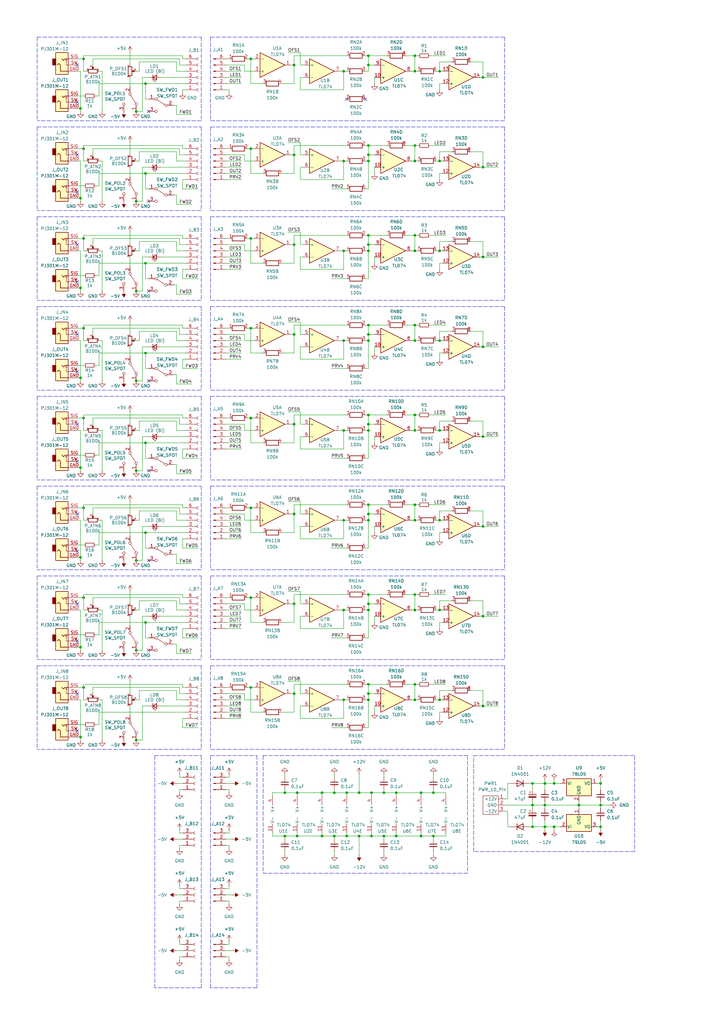
<source format=kicad_sch>
(kicad_sch (version 20231120) (generator "eeschema") (generator_version "8.0")
  (paper "A3" portrait)
  (title_block (title "Avalon Harmonics CVMod8 V2") (rev "v2.0") (company "Avalon Harmonics"))
  (junction (at 59.69 71.12))
  (junction (at 140.97 176.53))
  (junction (at 151.13 137.16))
  (junction (at 116.84 342.9))
  (junction (at 140.97 250.19))
  (junction (at 162.56 342.9))
  (junction (at 137.16 325.12))
  (junction (at 151.13 133.35))
  (junction (at 151.13 207.01))
  (junction (at 55.88 156.21))
  (junction (at 33.02 118.11))
  (junction (at 170.18 287.02))
  (junction (at 102.87 97.79))
  (junction (at 170.18 170.18))
  (junction (at 116.84 325.12))
  (junction (at 227.33 339.09))
  (junction (at 177.8 342.9))
  (junction (at 120.65 173.99))
  (junction (at 34.29 171.45))
  (junction (at 151.13 287.02))
  (junction (at 198.12 68.58))
  (junction (at 147.32 325.12))
  (junction (at 151.13 173.99))
  (junction (at 170.18 133.35))
  (junction (at 34.29 208.28))
  (junction (at 140.97 287.02))
  (junction (at 218.44 330.2))
  (junction (at 246.38 339.09))
  (junction (at 170.18 96.52))
  (junction (at 140.97 29.21))
  (junction (at 120.65 137.16))
  (junction (at 218.44 339.09))
  (junction (at 120.65 26.67))
  (junction (at 34.29 134.62))
  (junction (at 151.13 213.36))
  (junction (at 59.69 218.44))
  (junction (at 140.97 213.36))
  (junction (at 227.33 321.31))
  (junction (at 198.12 31.75))
  (junction (at 172.72 325.12))
  (junction (at 151.13 26.67))
  (junction (at 34.29 245.11))
  (junction (at 237.49 330.2))
  (junction (at 152.4 325.12))
  (junction (at 246.38 330.2))
  (junction (at 102.87 281.94))
  (junction (at 151.13 22.86))
  (junction (at 198.12 215.9))
  (junction (at 120.65 63.5))
  (junction (at 170.18 280.67))
  (junction (at 33.02 81.28))
  (junction (at 180.34 66.04))
  (junction (at 170.18 66.04))
  (junction (at 59.69 34.29))
  (junction (at 170.18 213.36))
  (junction (at 170.18 29.21))
  (junction (at 121.92 342.9))
  (junction (at 151.13 100.33))
  (junction (at 102.87 171.45))
  (junction (at 33.02 154.94))
  (junction (at 198.12 252.73))
  (junction (at 180.34 250.19))
  (junction (at 152.4 342.9))
  (junction (at 142.24 325.12))
  (junction (at 102.87 245.11))
  (junction (at 180.34 287.02))
  (junction (at 140.97 66.04))
  (junction (at 34.29 97.79))
  (junction (at 180.34 176.53))
  (junction (at 102.87 208.28))
  (junction (at 170.18 59.69))
  (junction (at 151.13 96.52))
  (junction (at 140.97 102.87))
  (junction (at 55.88 193.04))
  (junction (at 33.02 44.45))
  (junction (at 120.65 284.48))
  (junction (at 180.34 29.21))
  (junction (at 151.13 102.87))
  (junction (at 151.13 139.7))
  (junction (at 132.08 325.12))
  (junction (at 177.8 325.12))
  (junction (at 218.44 321.31))
  (junction (at 170.18 22.86))
  (junction (at 151.13 250.19))
  (junction (at 120.65 100.33))
  (junction (at 55.88 45.72))
  (junction (at 151.13 66.04))
  (junction (at 120.65 247.65))
  (junction (at 102.87 134.62))
  (junction (at 59.69 255.27))
  (junction (at 180.34 213.36))
  (junction (at 59.69 181.61))
  (junction (at 151.13 59.69))
  (junction (at 151.13 247.65))
  (junction (at 33.02 191.77))
  (junction (at 34.29 60.96))
  (junction (at 132.08 342.9))
  (junction (at 147.32 342.9))
  (junction (at 151.13 176.53))
  (junction (at 172.72 342.9))
  (junction (at 170.18 176.53))
  (junction (at 198.12 179.07))
  (junction (at 137.16 342.9))
  (junction (at 59.69 144.78))
  (junction (at 34.29 24.13))
  (junction (at 59.69 107.95))
  (junction (at 34.29 281.94))
  (junction (at 170.18 207.01))
  (junction (at 121.92 325.12))
  (junction (at 180.34 139.7))
  (junction (at 151.13 210.82))
  (junction (at 223.52 321.31))
  (junction (at 157.48 342.9))
  (junction (at 142.24 342.9))
  (junction (at 198.12 289.56))
  (junction (at 102.87 60.96))
  (junction (at 102.87 24.13))
  (junction (at 33.02 228.6))
  (junction (at 170.18 243.84))
  (junction (at 198.12 105.41))
  (junction (at 55.88 266.7))
  (junction (at 170.18 102.87))
  (junction (at 33.02 302.26))
  (junction (at 140.97 139.7))
  (junction (at 55.88 229.87))
  (junction (at 151.13 280.67))
  (junction (at 151.13 63.5))
  (junction (at 55.88 303.53))
  (junction (at 151.13 243.84))
  (junction (at 55.88 82.55))
  (junction (at 223.52 330.2))
  (junction (at 55.88 119.38))
  (junction (at 151.13 284.48))
  (junction (at 223.52 339.09))
  (junction (at 162.56 325.12))
  (junction (at 120.65 210.82))
  (junction (at 33.02 265.43))
  (junction (at 180.34 102.87))
  (junction (at 170.18 139.7))
  (junction (at 246.38 321.31))
  (junction (at 198.12 142.24))
  (junction (at 170.18 250.19))
  (junction (at 157.48 325.12))
  (junction (at 151.13 170.18))
  (no_connect (at 60.96 156.21))
  (no_connect (at 31.75 152.4))
  (no_connect (at 60.96 193.04))
  (no_connect (at 60.96 229.87))
  (no_connect (at 31.75 173.99))
  (no_connect (at 60.96 82.55))
  (no_connect (at 142.24 40.64))
  (no_connect (at 31.75 63.5))
  (no_connect (at 31.75 189.23))
  (no_connect (at 31.75 137.16))
  (no_connect (at 31.75 78.74))
  (no_connect (at 60.96 119.38))
  (no_connect (at 60.96 266.7))
  (no_connect (at 31.75 247.65))
  (no_connect (at 31.75 284.48))
  (no_connect (at 31.75 210.82))
  (no_connect (at 31.75 115.57))
  (no_connect (at 31.75 100.33))
  (no_connect (at 31.75 226.06))
  (no_connect (at 31.75 299.72))
  (no_connect (at 149.86 40.64))
  (no_connect (at 31.75 26.67))
  (no_connect (at 60.96 45.72))
  (no_connect (at 31.75 262.89))
  (no_connect (at 31.75 41.91))
  (wire (pts (xy 142.24 341.63) (xy 142.24 342.9)))
  (wire (pts (xy 59.69 218.44) (xy 59.69 224.79)))
  (wire (pts (xy 38.1 208.28) (xy 38.1 210.82)))
  (wire (pts (xy 135.89 187.96) (xy 142.24 187.96)))
  (wire (pts (xy 118.11 21.59) (xy 123.19 21.59)))
  (wire (pts (xy 180.34 107.95) (xy 180.34 110.49)))
  (polyline (pts (xy 15.24 236.22) (xy 82.55 236.22)) (stroke (width 0) (type dash)))
  (wire (pts (xy 151.13 66.04) (xy 151.13 77.47)))
  (wire (pts (xy 72.39 287.02) (xy 76.2 287.02)))
  (wire (pts (xy 73.66 171.45) (xy 73.66 173.99)))
  (wire (pts (xy 180.34 99.06) (xy 180.34 102.87)))
  (wire (pts (xy 115.57 218.44) (xy 120.65 218.44)))
  (wire (pts (xy 74.93 134.62) (xy 76.2 134.62)))
  (wire (pts (xy 59.69 218.44) (xy 76.2 218.44)))
  (wire (pts (xy 179.07 287.02) (xy 180.34 287.02)))
  (wire (pts (xy 118.11 279.4) (xy 123.19 279.4)))
  (wire (pts (xy 177.8 323.85) (xy 177.8 325.12)))
  (wire (pts (xy 149.86 287.02) (xy 151.13 287.02)))
  (wire (pts (xy 92.71 245.11) (xy 93.98 245.11)))
  (wire (pts (xy 41.91 303.53) (xy 41.91 287.02)))
  (wire (pts (xy 182.88 325.12) (xy 182.88 326.39)))
  (wire (pts (xy 149.86 29.21) (xy 151.13 29.21)))
  (wire (pts (xy 111.76 342.9) (xy 116.84 342.9)))
  (wire (pts (xy 74.93 24.13) (xy 76.2 24.13)))
  (wire (pts (xy 123.19 142.24) (xy 123.19 147.32)))
  (polyline (pts (xy 15.24 199.39) (xy 15.24 233.68)) (stroke (width 0) (type dash)))
  (wire (pts (xy 185.42 172.72) (xy 180.34 172.72)))
  (wire (pts (xy 102.87 208.28) (xy 104.14 208.28)))
  (wire (pts (xy 31.75 208.28) (xy 34.29 208.28)))
  (wire (pts (xy 180.34 71.12) (xy 181.61 71.12)))
  (wire (pts (xy 57.15 99.06) (xy 72.39 99.06)))
  (wire (pts (xy 149.86 77.47) (xy 151.13 77.47)))
  (wire (pts (xy 111.76 325.12) (xy 116.84 325.12)))
  (wire (pts (xy 72.39 80.01) (xy 72.39 83.82)))
  (wire (pts (xy 170.18 96.52) (xy 171.45 96.52)))
  (wire (pts (xy 149.86 261.62) (xy 151.13 261.62)))
  (wire (pts (xy 120.65 133.35) (xy 120.65 137.16)))
  (wire (pts (xy 74.93 184.15) (xy 74.93 187.96)))
  (wire (pts (xy 153.67 105.41) (xy 153.67 107.95)))
  (wire (pts (xy 40.64 223.52) (xy 39.37 223.52)))
  (wire (pts (xy 72.39 227.33) (xy 72.39 231.14)))
  (wire (pts (xy 34.29 280.67) (xy 74.93 280.67)))
  (wire (pts (xy 218.44 321.31) (xy 217.17 321.31)))
  (wire (pts (xy 151.13 176.53) (xy 151.13 173.99)))
  (wire (pts (xy 38.1 281.94) (xy 73.66 281.94)))
  (wire (pts (xy 120.65 280.67) (xy 142.24 280.67)))
  (wire (pts (xy 57.15 172.72) (xy 72.39 172.72)))
  (wire (pts (xy 34.29 250.19) (xy 35.56 250.19)))
  (polyline (pts (xy 82.55 309.88) (xy 82.55 405.13)) (stroke (width 0) (type dash)))
  (wire (pts (xy 149.86 187.96) (xy 151.13 187.96)))
  (wire (pts (xy 198.12 179.07) (xy 204.47 179.07)))
  (wire (pts (xy 123.19 73.66) (xy 140.97 73.66)))
  (wire (pts (xy 58.42 289.56) (xy 60.96 289.56)))
  (wire (pts (xy 72.39 46.99) (xy 78.74 46.99)))
  (wire (pts (xy 170.18 250.19) (xy 171.45 250.19)))
  (wire (pts (xy 34.29 243.84) (xy 74.93 243.84)))
  (wire (pts (xy 151.13 250.19) (xy 151.13 261.62)))
  (wire (pts (xy 198.12 209.55) (xy 198.12 215.9)))
  (wire (pts (xy 149.86 176.53) (xy 151.13 176.53)))
  (wire (pts (xy 74.93 36.83) (xy 76.2 36.83)))
  (polyline (pts (xy 194.31 349.25) (xy 194.31 309.88)) (stroke (width 0) (type dash)))
  (wire (pts (xy 74.93 73.66) (xy 76.2 73.66)))
  (wire (pts (xy 118.11 168.91) (xy 123.19 168.91)))
  (polyline (pts (xy 15.24 52.07) (xy 15.24 86.36)) (stroke (width 0) (type dash)))
  (polyline (pts (xy 207.01 125.73) (xy 207.01 160.02)) (stroke (width 0) (type dash)))
  (wire (pts (xy 139.7 102.87) (xy 140.97 102.87)))
  (wire (pts (xy 72.39 264.16) (xy 72.39 267.97)))
  (wire (pts (xy 74.93 96.52) (xy 74.93 97.79)))
  (wire (pts (xy 149.86 170.18) (xy 151.13 170.18)))
  (wire (pts (xy 92.71 68.58) (xy 99.06 68.58)))
  (wire (pts (xy 132.08 325.12) (xy 132.08 326.39)))
  (wire (pts (xy 34.29 134.62) (xy 34.29 139.7)))
  (wire (pts (xy 92.71 181.61) (xy 99.06 181.61)))
  (wire (pts (xy 57.15 135.89) (xy 72.39 135.89)))
  (wire (pts (xy 92.71 73.66) (xy 99.06 73.66)))
  (polyline (pts (xy 82.55 236.22) (xy 82.55 270.51)) (stroke (width 0) (type dash)))
  (wire (pts (xy 92.71 176.53) (xy 99.06 176.53)))
  (wire (pts (xy 123.19 132.08) (xy 123.19 137.16)))
  (wire (pts (xy 57.15 99.06) (xy 57.15 102.87)))
  (wire (pts (xy 53.34 21.59) (xy 53.34 26.67)))
  (wire (pts (xy 100.33 100.33) (xy 92.71 100.33)))
  (wire (pts (xy 151.13 287.02) (xy 151.13 284.48)))
  (wire (pts (xy 223.52 330.2) (xy 237.49 330.2)))
  (wire (pts (xy 33.02 191.77) (xy 31.75 191.77)))
  (wire (pts (xy 73.66 340.36) (xy 73.66 341.63)))
  (wire (pts (xy 40.64 76.2) (xy 39.37 76.2)))
  (wire (pts (xy 118.11 205.74) (xy 123.19 205.74)))
  (wire (pts (xy 185.42 209.55) (xy 180.34 209.55)))
  (wire (pts (xy 57.15 176.53) (xy 55.88 176.53)))
  (wire (pts (xy 227.33 339.09) (xy 229.87 339.09)))
  (wire (pts (xy 176.53 207.01) (xy 182.88 207.01)))
  (wire (pts (xy 170.18 133.35) (xy 170.18 139.7)))
  (wire (pts (xy 198.12 31.75) (xy 204.47 31.75)))
  (wire (pts (xy 41.91 82.55) (xy 41.91 66.04)))
  (wire (pts (xy 149.86 207.01) (xy 151.13 207.01)))
  (wire (pts (xy 33.02 139.7) (xy 33.02 154.94)))
  (polyline (pts (xy 207.01 196.85) (xy 86.36 196.85)) (stroke (width 0) (type dash)))
  (wire (pts (xy 92.71 294.64) (xy 99.06 294.64)))
  (wire (pts (xy 139.7 66.04) (xy 140.97 66.04)))
  (wire (pts (xy 101.6 171.45) (xy 102.87 171.45)))
  (polyline (pts (xy 82.55 273.05) (xy 82.55 307.34)) (stroke (width 0) (type dash)))
  (wire (pts (xy 34.29 281.94) (xy 34.29 280.67)))
  (wire (pts (xy 73.66 24.13) (xy 73.66 26.67)))
  (wire (pts (xy 59.69 71.12) (xy 76.2 71.12)))
  (wire (pts (xy 31.75 245.11) (xy 34.29 245.11)))
  (wire (pts (xy 121.92 325.12) (xy 121.92 326.39)))
  (wire (pts (xy 73.66 284.48) (xy 76.2 284.48)))
  (wire (pts (xy 120.65 280.67) (xy 120.65 284.48)))
  (wire (pts (xy 151.13 210.82) (xy 153.67 210.82)))
  (wire (pts (xy 157.48 342.9) (xy 157.48 344.17)))
  (wire (pts (xy 170.18 243.84) (xy 170.18 250.19)))
  (wire (pts (xy 74.93 294.64) (xy 76.2 294.64)))
  (wire (pts (xy 38.1 60.96) (xy 38.1 63.5)))
  (wire (pts (xy 57.15 283.21) (xy 57.15 287.02)))
  (wire (pts (xy 149.86 96.52) (xy 151.13 96.52)))
  (wire (pts (xy 100.33 176.53) (xy 104.14 176.53)))
  (wire (pts (xy 107.95 107.95) (xy 102.87 107.95)))
  (polyline (pts (xy 207.01 160.02) (xy 86.36 160.02)) (stroke (width 0) (type dash)))
  (wire (pts (xy 66.04 252.73) (xy 76.2 252.73)))
  (wire (pts (xy 118.11 58.42) (xy 123.19 58.42)))
  (wire (pts (xy 132.08 342.9) (xy 137.16 342.9)))
  (wire (pts (xy 55.88 156.21) (xy 58.42 156.21)))
  (wire (pts (xy 151.13 287.02) (xy 151.13 298.45)))
  (wire (pts (xy 185.42 62.23) (xy 180.34 62.23)))
  (wire (pts (xy 193.04 62.23) (xy 198.12 62.23)))
  (wire (pts (xy 121.92 341.63) (xy 121.92 342.9)))
  (wire (pts (xy 92.71 147.32) (xy 99.06 147.32)))
  (wire (pts (xy 92.71 110.49) (xy 99.06 110.49)))
  (wire (pts (xy 152.4 341.63) (xy 152.4 342.9)))
  (wire (pts (xy 166.37 280.67) (xy 170.18 280.67)))
  (wire (pts (xy 33.02 81.28) (xy 33.02 82.55)))
  (wire (pts (xy 198.12 172.72) (xy 198.12 179.07)))
  (wire (pts (xy 34.29 66.04) (xy 35.56 66.04)))
  (wire (pts (xy 40.64 39.37) (xy 39.37 39.37)))
  (wire (pts (xy 115.57 34.29) (xy 120.65 34.29)))
  (wire (pts (xy 149.86 213.36) (xy 151.13 213.36)))
  (wire (pts (xy 177.8 325.12) (xy 182.88 325.12)))
  (wire (pts (xy 158.75 170.18) (xy 151.13 170.18)))
  (wire (pts (xy 71.12 264.16) (xy 72.39 264.16)))
  (wire (pts (xy 111.76 341.63) (xy 111.76 342.9)))
  (wire (pts (xy 142.24 325.12) (xy 142.24 326.39)))
  (wire (pts (xy 93.98 323.85) (xy 92.71 323.85)))
  (wire (pts (xy 115.57 255.27) (xy 120.65 255.27)))
  (wire (pts (xy 72.39 99.06) (xy 72.39 102.87)))
  (wire (pts (xy 180.34 218.44) (xy 180.34 220.98)))
  (wire (pts (xy 60.96 261.62) (xy 59.69 261.62)))
  (wire (pts (xy 139.7 29.21) (xy 140.97 29.21)))
  (wire (pts (xy 40.64 292.1) (xy 40.64 297.18)))
  (wire (pts (xy 102.87 97.79) (xy 104.14 97.79)))
  (wire (pts (xy 151.13 29.21) (xy 151.13 26.67)))
  (wire (pts (xy 59.69 34.29) (xy 76.2 34.29)))
  (polyline (pts (xy 15.24 273.05) (xy 15.24 307.34)) (stroke (width 0) (type dash)))
  (wire (pts (xy 31.75 39.37) (xy 34.29 39.37)))
  (wire (pts (xy 198.12 246.38) (xy 198.12 252.73)))
  (wire (pts (xy 123.19 110.49) (xy 140.97 110.49)))
  (wire (pts (xy 151.13 207.01) (xy 151.13 210.82)))
  (polyline (pts (xy 207.01 49.53) (xy 86.36 49.53)) (stroke (width 0) (type dash)))
  (wire (pts (xy 40.64 181.61) (xy 40.64 186.69)))
  (wire (pts (xy 176.53 22.86) (xy 182.88 22.86)))
  (wire (pts (xy 149.86 59.69) (xy 151.13 59.69)))
  (wire (pts (xy 31.75 66.04) (xy 33.02 66.04)))
  (wire (pts (xy 57.15 25.4) (xy 57.15 29.21)))
  (wire (pts (xy 33.02 191.77) (xy 33.02 193.04)))
  (wire (pts (xy 170.18 96.52) (xy 170.18 102.87)))
  (polyline (pts (xy 63.5 309.88) (xy 82.55 309.88)) (stroke (width 0) (type dash)))
  (wire (pts (xy 34.29 281.94) (xy 34.29 287.02)))
  (wire (pts (xy 137.16 317.5) (xy 137.16 318.77)))
  (wire (pts (xy 198.12 252.73) (xy 196.85 252.73)))
  (wire (pts (xy 33.02 265.43) (xy 31.75 265.43)))
  (polyline (pts (xy 82.55 49.53) (xy 15.24 49.53)) (stroke (width 0) (type dash)))
  (wire (pts (xy 33.02 213.36) (xy 33.02 228.6)))
  (wire (pts (xy 100.33 287.02) (xy 104.14 287.02)))
  (wire (pts (xy 140.97 176.53) (xy 142.24 176.53)))
  (polyline (pts (xy 15.24 15.24) (xy 82.55 15.24)) (stroke (width 0) (type dash)))
  (polyline (pts (xy 82.55 86.36) (xy 15.24 86.36)) (stroke (width 0) (type dash)))
  (wire (pts (xy 180.34 144.78) (xy 181.61 144.78)))
  (wire (pts (xy 102.87 281.94) (xy 102.87 292.1)))
  (wire (pts (xy 179.07 139.7) (xy 180.34 139.7)))
  (wire (pts (xy 218.44 336.55) (xy 218.44 339.09)))
  (wire (pts (xy 185.42 283.21) (xy 180.34 283.21)))
  (wire (pts (xy 100.33 213.36) (xy 100.33 210.82)))
  (wire (pts (xy 153.67 215.9) (xy 153.67 218.44)))
  (wire (pts (xy 38.1 97.79) (xy 73.66 97.79)))
  (wire (pts (xy 157.48 342.9) (xy 162.56 342.9)))
  (wire (pts (xy 31.75 176.53) (xy 33.02 176.53)))
  (wire (pts (xy 40.64 34.29) (xy 59.69 34.29)))
  (wire (pts (xy 33.02 44.45) (xy 31.75 44.45)))
  (wire (pts (xy 223.52 328.93) (xy 223.52 330.2)))
  (wire (pts (xy 102.87 245.11) (xy 102.87 255.27)))
  (wire (pts (xy 58.42 105.41) (xy 58.42 119.38)))
  (wire (pts (xy 218.44 330.2) (xy 223.52 330.2)))
  (wire (pts (xy 58.42 215.9) (xy 58.42 229.87)))
  (wire (pts (xy 158.75 280.67) (xy 151.13 280.67)))
  (wire (pts (xy 74.93 392.43) (xy 73.66 392.43)))
  (wire (pts (xy 218.44 330.2) (xy 218.44 331.47)))
  (wire (pts (xy 245.11 339.09) (xy 246.38 339.09)))
  (wire (pts (xy 170.18 102.87) (xy 168.91 102.87)))
  (polyline (pts (xy 207.01 52.07) (xy 207.01 86.36)) (stroke (width 0) (type dash)))
  (wire (pts (xy 147.32 317.5) (xy 147.32 325.12)))
  (wire (pts (xy 176.53 59.69) (xy 182.88 59.69)))
  (wire (pts (xy 100.33 250.19) (xy 100.33 247.65)))
  (polyline (pts (xy 15.24 125.73) (xy 82.55 125.73)) (stroke (width 0) (type dash)))
  (wire (pts (xy 57.15 62.23) (xy 72.39 62.23)))
  (wire (pts (xy 34.29 171.45) (xy 34.29 170.18)))
  (wire (pts (xy 140.97 66.04) (xy 142.24 66.04)))
  (wire (pts (xy 237.49 330.2) (xy 237.49 331.47)))
  (wire (pts (xy 58.42 31.75) (xy 60.96 31.75)))
  (wire (pts (xy 92.71 142.24) (xy 99.06 142.24)))
  (polyline (pts (xy 15.24 15.24) (xy 15.24 49.53)) (stroke (width 0) (type dash)))
  (wire (pts (xy 92.71 184.15) (xy 99.06 184.15)))
  (wire (pts (xy 151.13 102.87) (xy 151.13 100.33)))
  (wire (pts (xy 170.18 22.86) (xy 171.45 22.86)))
  (wire (pts (xy 92.71 179.07) (xy 99.06 179.07)))
  (polyline (pts (xy 82.55 270.51) (xy 15.24 270.51)) (stroke (width 0) (type dash)))
  (wire (pts (xy 92.71 208.28) (xy 93.98 208.28)))
  (wire (pts (xy 57.15 29.21) (xy 55.88 29.21)))
  (wire (pts (xy 92.71 292.1) (xy 99.06 292.1)))
  (wire (pts (xy 74.93 280.67) (xy 74.93 281.94)))
  (wire (pts (xy 237.49 328.93) (xy 237.49 330.2)))
  (wire (pts (xy 34.29 139.7) (xy 35.56 139.7)))
  (wire (pts (xy 72.39 344.17) (xy 74.93 344.17)))
  (wire (pts (xy 40.64 144.78) (xy 59.69 144.78)))
  (wire (pts (xy 40.64 255.27) (xy 40.64 260.35)))
  (wire (pts (xy 73.66 245.11) (xy 73.66 247.65)))
  (wire (pts (xy 157.48 317.5) (xy 157.48 318.77)))
  (polyline (pts (xy 86.36 162.56) (xy 207.01 162.56)) (stroke (width 0) (type dash)))
  (wire (pts (xy 34.29 29.21) (xy 35.56 29.21)))
  (wire (pts (xy 40.64 107.95) (xy 59.69 107.95)))
  (wire (pts (xy 41.91 66.04) (xy 40.64 66.04)))
  (wire (pts (xy 92.71 31.75) (xy 99.06 31.75)))
  (wire (pts (xy 246.38 339.09) (xy 246.38 340.36)))
  (polyline (pts (xy 86.36 88.9) (xy 207.01 88.9)) (stroke (width 0) (type dash)))
  (wire (pts (xy 151.13 139.7) (xy 151.13 151.13)))
  (wire (pts (xy 38.1 134.62) (xy 73.66 134.62)))
  (wire (pts (xy 92.71 321.31) (xy 95.25 321.31)))
  (wire (pts (xy 135.89 77.47) (xy 142.24 77.47)))
  (wire (pts (xy 72.39 367.03) (xy 74.93 367.03)))
  (wire (pts (xy 115.57 107.95) (xy 120.65 107.95)))
  (wire (pts (xy 74.93 60.96) (xy 76.2 60.96)))
  (wire (pts (xy 207.01 330.2) (xy 218.44 330.2)))
  (wire (pts (xy 162.56 325.12) (xy 162.56 326.39)))
  (wire (pts (xy 73.66 26.67) (xy 76.2 26.67)))
  (wire (pts (xy 81.28 77.47) (xy 74.93 77.47)))
  (polyline (pts (xy 194.31 309.88) (xy 260.35 309.88)) (stroke (width 0) (type dash)))
  (wire (pts (xy 237.49 330.2) (xy 246.38 330.2)))
  (wire (pts (xy 93.98 393.7) (xy 93.98 392.43)))
  (wire (pts (xy 72.39 172.72) (xy 72.39 176.53)))
  (wire (pts (xy 59.69 34.29) (xy 59.69 40.64)))
  (wire (pts (xy 170.18 102.87) (xy 171.45 102.87)))
  (wire (pts (xy 153.67 289.56) (xy 153.67 292.1)))
  (wire (pts (xy 66.04 179.07) (xy 76.2 179.07)))
  (wire (pts (xy 38.1 171.45) (xy 38.1 173.99)))
  (wire (pts (xy 123.19 26.67) (xy 124.46 26.67)))
  (wire (pts (xy 34.29 22.86) (xy 74.93 22.86)))
  (wire (pts (xy 72.39 246.38) (xy 72.39 250.19)))
  (wire (pts (xy 149.86 66.04) (xy 151.13 66.04)))
  (wire (pts (xy 180.34 287.02) (xy 181.61 287.02)))
  (wire (pts (xy 100.33 26.67) (xy 92.71 26.67)))
  (wire (pts (xy 170.18 250.19) (xy 168.91 250.19)))
  (wire (pts (xy 57.15 139.7) (xy 55.88 139.7)))
  (wire (pts (xy 41.91 213.36) (xy 40.64 213.36)))
  (wire (pts (xy 135.89 114.3) (xy 142.24 114.3)))
  (wire (pts (xy 31.75 113.03) (xy 34.29 113.03)))
  (wire (pts (xy 170.18 66.04) (xy 168.91 66.04)))
  (wire (pts (xy 102.87 281.94) (xy 104.14 281.94)))
  (wire (pts (xy 207.01 327.66) (xy 208.28 327.66)))
  (wire (pts (xy 92.71 71.12) (xy 99.06 71.12)))
  (wire (pts (xy 102.87 60.96) (xy 104.14 60.96)))
  (wire (pts (xy 223.52 339.09) (xy 227.33 339.09)))
  (wire (pts (xy 34.29 96.52) (xy 74.93 96.52)))
  (polyline (pts (xy 86.36 273.05) (xy 86.36 307.34)) (stroke (width 0) (type dash)))
  (wire (pts (xy 170.18 29.21) (xy 171.45 29.21)))
  (wire (pts (xy 149.86 151.13) (xy 151.13 151.13)))
  (wire (pts (xy 92.71 60.96) (xy 93.98 60.96)))
  (wire (pts (xy 92.71 97.79) (xy 93.98 97.79)))
  (wire (pts (xy 123.19 220.98) (xy 140.97 220.98)))
  (wire (pts (xy 198.12 68.58) (xy 204.47 68.58)))
  (wire (pts (xy 223.52 339.09) (xy 223.52 340.36)))
  (wire (pts (xy 107.95 181.61) (xy 102.87 181.61)))
  (wire (pts (xy 93.98 318.77) (xy 92.71 318.77)))
  (wire (pts (xy 180.34 246.38) (xy 180.34 250.19)))
  (wire (pts (xy 55.88 303.53) (xy 58.42 303.53)))
  (wire (pts (xy 158.75 207.01) (xy 151.13 207.01)))
  (polyline (pts (xy 86.36 309.88) (xy 105.41 309.88)) (stroke (width 0) (type dash)))
  (wire (pts (xy 100.33 173.99) (xy 92.71 173.99)))
  (wire (pts (xy 33.02 176.53) (xy 33.02 191.77)))
  (polyline (pts (xy 15.24 236.22) (xy 15.24 270.51)) (stroke (width 0) (type dash)))
  (wire (pts (xy 102.87 24.13) (xy 104.14 24.13)))
  (polyline (pts (xy 86.36 52.07) (xy 86.36 86.36)) (stroke (width 0) (type dash)))
  (wire (pts (xy 180.34 139.7) (xy 181.61 139.7)))
  (wire (pts (xy 58.42 68.58) (xy 58.42 82.55)))
  (wire (pts (xy 57.15 250.19) (xy 55.88 250.19)))
  (polyline (pts (xy 86.36 125.73) (xy 207.01 125.73)) (stroke (width 0) (type dash)))
  (wire (pts (xy 93.98 387.35) (xy 92.71 387.35)))
  (wire (pts (xy 53.34 279.4) (xy 53.34 284.48)))
  (polyline (pts (xy 105.41 405.13) (xy 86.36 405.13)) (stroke (width 0) (type dash)))
  (wire (pts (xy 38.1 171.45) (xy 73.66 171.45)))
  (wire (pts (xy 74.93 97.79) (xy 76.2 97.79)))
  (wire (pts (xy 92.71 213.36) (xy 99.06 213.36)))
  (wire (pts (xy 74.93 369.57) (xy 73.66 369.57)))
  (wire (pts (xy 151.13 250.19) (xy 151.13 247.65)))
  (wire (pts (xy 198.12 142.24) (xy 196.85 142.24)))
  (polyline (pts (xy 86.36 309.88) (xy 86.36 405.13)) (stroke (width 0) (type dash)))
  (wire (pts (xy 92.71 252.73) (xy 99.06 252.73)))
  (wire (pts (xy 140.97 139.7) (xy 142.24 139.7)))
  (wire (pts (xy 53.34 95.25) (xy 53.34 100.33)))
  (wire (pts (xy 176.53 133.35) (xy 182.88 133.35)))
  (wire (pts (xy 123.19 215.9) (xy 123.19 220.98)))
  (wire (pts (xy 180.34 255.27) (xy 180.34 257.81)))
  (wire (pts (xy 198.12 289.56) (xy 204.47 289.56)))
  (wire (pts (xy 198.12 252.73) (xy 204.47 252.73)))
  (wire (pts (xy 34.29 208.28) (xy 34.29 213.36)))
  (wire (pts (xy 170.18 207.01) (xy 171.45 207.01)))
  (wire (pts (xy 66.04 31.75) (xy 76.2 31.75)))
  (wire (pts (xy 81.28 114.3) (xy 74.93 114.3)))
  (wire (pts (xy 100.33 284.48) (xy 92.71 284.48)))
  (wire (pts (xy 58.42 105.41) (xy 60.96 105.41)))
  (wire (pts (xy 93.98 369.57) (xy 92.71 369.57)))
  (wire (pts (xy 120.65 243.84) (xy 120.65 247.65)))
  (polyline (pts (xy 15.24 52.07) (xy 82.55 52.07)) (stroke (width 0) (type dash)))
  (wire (pts (xy 73.66 317.5) (xy 73.66 318.77)))
  (wire (pts (xy 124.46 215.9) (xy 123.19 215.9)))
  (wire (pts (xy 170.18 22.86) (xy 170.18 29.21)))
  (wire (pts (xy 139.7 250.19) (xy 140.97 250.19)))
  (wire (pts (xy 162.56 341.63) (xy 162.56 342.9)))
  (polyline (pts (xy 207.01 307.34) (xy 86.36 307.34)) (stroke (width 0) (type dash)))
  (wire (pts (xy 58.42 179.07) (xy 58.42 193.04)))
  (wire (pts (xy 73.66 363.22) (xy 73.66 364.49)))
  (wire (pts (xy 92.71 34.29) (xy 99.06 34.29)))
  (wire (pts (xy 120.65 137.16) (xy 119.38 137.16)))
  (wire (pts (xy 38.1 281.94) (xy 38.1 284.48)))
  (wire (pts (xy 60.96 224.79) (xy 59.69 224.79)))
  (wire (pts (xy 193.04 283.21) (xy 198.12 283.21)))
  (wire (pts (xy 55.88 82.55) (xy 58.42 82.55)))
  (wire (pts (xy 116.84 325.12) (xy 121.92 325.12)))
  (wire (pts (xy 73.66 323.85) (xy 73.66 325.12)))
  (polyline (pts (xy 86.36 273.05) (xy 207.01 273.05)) (stroke (width 0) (type dash)))
  (wire (pts (xy 123.19 36.83) (xy 140.97 36.83)))
  (wire (pts (xy 74.93 346.71) (xy 73.66 346.71)))
  (wire (pts (xy 158.75 243.84) (xy 151.13 243.84)))
  (wire (pts (xy 151.13 100.33) (xy 153.67 100.33)))
  (wire (pts (xy 123.19 21.59) (xy 123.19 26.67)))
  (polyline (pts (xy 63.5 309.88) (xy 63.5 405.13)) (stroke (width 0) (type dash)))
  (wire (pts (xy 123.19 147.32) (xy 140.97 147.32)))
  (wire (pts (xy 72.39 176.53) (xy 76.2 176.53)))
  (wire (pts (xy 34.29 245.11) (xy 34.29 250.19)))
  (wire (pts (xy 100.33 139.7) (xy 104.14 139.7)))
  (wire (pts (xy 41.91 193.04) (xy 41.91 176.53)))
  (wire (pts (xy 170.18 66.04) (xy 171.45 66.04)))
  (wire (pts (xy 74.93 323.85) (xy 73.66 323.85)))
  (wire (pts (xy 74.93 147.32) (xy 76.2 147.32)))
  (wire (pts (xy 38.1 24.13) (xy 73.66 24.13)))
  (wire (pts (xy 34.29 176.53) (xy 35.56 176.53)))
  (polyline (pts (xy 82.55 123.19) (xy 15.24 123.19)) (stroke (width 0) (type dash)))
  (wire (pts (xy 33.02 302.26) (xy 33.02 303.53)))
  (wire (pts (xy 123.19 289.56) (xy 123.19 294.64)))
  (wire (pts (xy 57.15 135.89) (xy 57.15 139.7)))
  (wire (pts (xy 180.34 250.19) (xy 181.61 250.19)))
  (wire (pts (xy 74.93 171.45) (xy 76.2 171.45)))
  (wire (pts (xy 81.28 151.13) (xy 74.93 151.13)))
  (polyline (pts (xy 260.35 309.88) (xy 260.35 349.25)) (stroke (width 0) (type dash)))
  (wire (pts (xy 74.93 208.28) (xy 76.2 208.28)))
  (wire (pts (xy 53.34 58.42) (xy 53.34 63.5)))
  (wire (pts (xy 120.65 284.48) (xy 119.38 284.48)))
  (wire (pts (xy 57.15 213.36) (xy 55.88 213.36)))
  (wire (pts (xy 100.33 29.21) (xy 100.33 26.67)))
  (wire (pts (xy 208.28 327.66) (xy 208.28 321.31)))
  (wire (pts (xy 53.34 31.75) (xy 53.34 35.56)))
  (wire (pts (xy 139.7 287.02) (xy 140.97 287.02)))
  (wire (pts (xy 59.69 71.12) (xy 59.69 77.47)))
  (wire (pts (xy 92.71 134.62) (xy 93.98 134.62)))
  (wire (pts (xy 179.07 66.04) (xy 180.34 66.04)))
  (wire (pts (xy 72.39 135.89) (xy 72.39 139.7)))
  (wire (pts (xy 120.65 207.01) (xy 120.65 210.82)))
  (wire (pts (xy 170.18 287.02) (xy 168.91 287.02)))
  (wire (pts (xy 72.39 283.21) (xy 72.39 287.02)))
  (wire (pts (xy 40.64 181.61) (xy 59.69 181.61)))
  (wire (pts (xy 73.66 386.08) (xy 73.66 387.35)))
  (wire (pts (xy 139.7 176.53) (xy 140.97 176.53)))
  (wire (pts (xy 100.33 66.04) (xy 104.14 66.04)))
  (wire (pts (xy 172.72 342.9) (xy 177.8 342.9)))
  (wire (pts (xy 59.69 107.95) (xy 59.69 114.3)))
  (polyline (pts (xy 86.36 125.73) (xy 86.36 160.02)) (stroke (width 0) (type dash)))
  (wire (pts (xy 152.4 325.12) (xy 152.4 326.39)))
  (wire (pts (xy 73.66 137.16) (xy 76.2 137.16)))
  (wire (pts (xy 151.13 139.7) (xy 151.13 137.16)))
  (wire (pts (xy 74.93 220.98) (xy 76.2 220.98)))
  (wire (pts (xy 121.92 325.12) (xy 132.08 325.12)))
  (wire (pts (xy 218.44 321.31) (xy 223.52 321.31)))
  (wire (pts (xy 180.34 34.29) (xy 180.34 36.83)))
  (wire (pts (xy 193.04 135.89) (xy 198.12 135.89)))
  (wire (pts (xy 170.18 139.7) (xy 171.45 139.7)))
  (wire (pts (xy 71.12 227.33) (xy 72.39 227.33)))
  (wire (pts (xy 34.29 97.79) (xy 34.29 96.52)))
  (wire (pts (xy 120.65 71.12) (xy 120.65 63.5)))
  (wire (pts (xy 72.39 157.48) (xy 78.74 157.48)))
  (wire (pts (xy 151.13 170.18) (xy 151.13 173.99)))
  (wire (pts (xy 93.98 392.43) (xy 92.71 392.43)))
  (wire (pts (xy 53.34 205.74) (xy 53.34 210.82)))
  (polyline (pts (xy 82.55 307.34) (xy 15.24 307.34)) (stroke (width 0) (type dash)))
  (wire (pts (xy 34.29 24.13) (xy 34.29 22.86)))
  (wire (pts (xy 124.46 142.24) (xy 123.19 142.24)))
  (wire (pts (xy 93.98 386.08) (xy 93.98 387.35)))
  (wire (pts (xy 151.13 102.87) (xy 151.13 114.3)))
  (wire (pts (xy 34.29 171.45) (xy 34.29 176.53)))
  (wire (pts (xy 149.86 102.87) (xy 151.13 102.87)))
  (wire (pts (xy 102.87 97.79) (xy 102.87 107.95)))
  (wire (pts (xy 137.16 342.9) (xy 142.24 342.9)))
  (wire (pts (xy 74.93 281.94) (xy 76.2 281.94)))
  (polyline (pts (xy 105.41 309.88) (xy 105.41 405.13)) (stroke (width 0) (type dash)))
  (wire (pts (xy 59.69 144.78) (xy 76.2 144.78)))
  (wire (pts (xy 180.34 29.21) (xy 181.61 29.21)))
  (wire (pts (xy 180.34 62.23) (xy 180.34 66.04)))
  (wire (pts (xy 102.87 245.11) (xy 104.14 245.11)))
  (wire (pts (xy 100.33 176.53) (xy 100.33 173.99)))
  (wire (pts (xy 59.69 107.95) (xy 76.2 107.95)))
  (wire (pts (xy 72.39 213.36) (xy 76.2 213.36)))
  (wire (pts (xy 55.88 266.7) (xy 58.42 266.7)))
  (wire (pts (xy 72.39 209.55) (xy 72.39 213.36)))
  (wire (pts (xy 176.53 243.84) (xy 182.88 243.84)))
  (wire (pts (xy 66.04 215.9) (xy 76.2 215.9)))
  (wire (pts (xy 33.02 302.26) (xy 31.75 302.26)))
  (wire (pts (xy 140.97 287.02) (xy 142.24 287.02)))
  (wire (pts (xy 33.02 154.94) (xy 31.75 154.94)))
  (wire (pts (xy 149.86 280.67) (xy 151.13 280.67)))
  (wire (pts (xy 73.66 208.28) (xy 73.66 210.82)))
  (wire (pts (xy 100.33 213.36) (xy 104.14 213.36)))
  (wire (pts (xy 120.65 22.86) (xy 142.24 22.86)))
  (wire (pts (xy 92.71 255.27) (xy 99.06 255.27)))
  (polyline (pts (xy 15.24 199.39) (xy 82.55 199.39)) (stroke (width 0) (type dash)))
  (wire (pts (xy 151.13 59.69) (xy 151.13 63.5)))
  (wire (pts (xy 120.65 59.69) (xy 142.24 59.69)))
  (wire (pts (xy 246.38 330.2) (xy 246.38 331.47)))
  (wire (pts (xy 33.02 81.28) (xy 31.75 81.28)))
  (wire (pts (xy 92.71 102.87) (xy 99.06 102.87)))
  (wire (pts (xy 151.13 243.84) (xy 151.13 247.65)))
  (polyline (pts (xy 15.24 273.05) (xy 82.55 273.05)) (stroke (width 0) (type dash)))
  (wire (pts (xy 172.72 325.12) (xy 172.72 326.39)))
  (wire (pts (xy 66.04 105.41) (xy 76.2 105.41)))
  (polyline (pts (xy 86.36 199.39) (xy 86.36 233.68)) (stroke (width 0) (type dash)))
  (wire (pts (xy 180.34 181.61) (xy 180.34 184.15)))
  (wire (pts (xy 73.66 341.63) (xy 74.93 341.63)))
  (wire (pts (xy 124.46 68.58) (xy 123.19 68.58)))
  (wire (pts (xy 246.38 336.55) (xy 246.38 339.09)))
  (wire (pts (xy 74.93 184.15) (xy 76.2 184.15)))
  (polyline (pts (xy 207.01 199.39) (xy 207.01 233.68)) (stroke (width 0) (type dash)))
  (wire (pts (xy 115.57 292.1) (xy 120.65 292.1)))
  (wire (pts (xy 72.39 321.31) (xy 74.93 321.31)))
  (wire (pts (xy 57.15 246.38) (xy 57.15 250.19)))
  (wire (pts (xy 123.19 168.91) (xy 123.19 173.99)))
  (wire (pts (xy 151.13 66.04) (xy 151.13 63.5)))
  (wire (pts (xy 93.98 347.98) (xy 93.98 346.71)))
  (wire (pts (xy 73.66 247.65) (xy 76.2 247.65)))
  (wire (pts (xy 92.71 218.44) (xy 99.06 218.44)))
  (wire (pts (xy 149.86 298.45) (xy 151.13 298.45)))
  (wire (pts (xy 92.71 250.19) (xy 99.06 250.19)))
  (wire (pts (xy 31.75 134.62) (xy 34.29 134.62)))
  (wire (pts (xy 170.18 213.36) (xy 168.91 213.36)))
  (wire (pts (xy 53.34 179.07) (xy 53.34 182.88)))
  (wire (pts (xy 170.18 280.67) (xy 171.45 280.67)))
  (wire (pts (xy 223.52 320.04) (xy 223.52 321.31)))
  (wire (pts (xy 140.97 110.49) (xy 140.97 102.87)))
  (wire (pts (xy 40.64 107.95) (xy 40.64 113.03)))
  (wire (pts (xy 73.66 318.77) (xy 74.93 318.77)))
  (wire (pts (xy 107.95 34.29) (xy 102.87 34.29)))
  (wire (pts (xy 38.1 245.11) (xy 73.66 245.11)))
  (wire (pts (xy 58.42 142.24) (xy 60.96 142.24)))
  (wire (pts (xy 92.71 220.98) (xy 99.06 220.98)))
  (wire (pts (xy 33.02 29.21) (xy 33.02 44.45)))
  (wire (pts (xy 121.92 342.9) (xy 132.08 342.9)))
  (wire (pts (xy 73.66 346.71) (xy 73.66 347.98)))
  (wire (pts (xy 142.24 29.21) (xy 140.97 29.21)))
  (wire (pts (xy 33.02 228.6) (xy 33.02 229.87)))
  (wire (pts (xy 123.19 63.5) (xy 124.46 63.5)))
  (wire (pts (xy 55.88 119.38) (xy 58.42 119.38)))
  (wire (pts (xy 120.65 207.01) (xy 142.24 207.01)))
  (wire (pts (xy 180.34 107.95) (xy 181.61 107.95)))
  (wire (pts (xy 72.39 190.5) (xy 72.39 194.31)))
  (wire (pts (xy 101.6 134.62) (xy 102.87 134.62)))
  (wire (pts (xy 223.52 330.2) (xy 223.52 331.47)))
  (wire (pts (xy 152.4 325.12) (xy 157.48 325.12)))
  (wire (pts (xy 41.91 119.38) (xy 41.91 102.87)))
  (wire (pts (xy 149.86 250.19) (xy 151.13 250.19)))
  (wire (pts (xy 120.65 170.18) (xy 120.65 173.99)))
  (wire (pts (xy 34.29 207.01) (xy 74.93 207.01)))
  (wire (pts (xy 151.13 213.36) (xy 151.13 210.82)))
  (wire (pts (xy 92.71 215.9) (xy 99.06 215.9)))
  (wire (pts (xy 31.75 102.87) (xy 33.02 102.87)))
  (polyline (pts (xy 82.55 160.02) (xy 15.24 160.02)) (stroke (width 0) (type dash)))
  (wire (pts (xy 33.02 228.6) (xy 31.75 228.6)))
  (wire (pts (xy 153.67 252.73) (xy 153.67 255.27)))
  (wire (pts (xy 151.13 22.86) (xy 151.13 26.67)))
  (polyline (pts (xy 82.55 196.85) (xy 15.24 196.85)) (stroke (width 0) (type dash)))
  (wire (pts (xy 73.66 63.5) (xy 76.2 63.5)))
  (wire (pts (xy 34.29 213.36) (xy 35.56 213.36)))
  (wire (pts (xy 120.65 144.78) (xy 120.65 137.16)))
  (wire (pts (xy 60.96 151.13) (xy 59.69 151.13)))
  (wire (pts (xy 92.71 289.56) (xy 99.06 289.56)))
  (wire (pts (xy 123.19 95.25) (xy 123.19 100.33)))
  (wire (pts (xy 157.48 325.12) (xy 162.56 325.12)))
  (wire (pts (xy 198.12 31.75) (xy 196.85 31.75)))
  (wire (pts (xy 93.98 325.12) (xy 93.98 323.85)))
  (wire (pts (xy 123.19 184.15) (xy 140.97 184.15)))
  (wire (pts (xy 74.93 147.32) (xy 74.93 151.13)))
  (wire (pts (xy 158.75 96.52) (xy 151.13 96.52)))
  (wire (pts (xy 123.19 137.16) (xy 124.46 137.16)))
  (wire (pts (xy 180.34 292.1) (xy 180.34 294.64)))
  (wire (pts (xy 53.34 215.9) (xy 53.34 219.71)))
  (wire (pts (xy 93.98 38.1) (xy 93.98 36.83)))
  (polyline (pts (xy 86.36 52.07) (xy 207.01 52.07)) (stroke (width 0) (type dash)))
  (wire (pts (xy 57.15 246.38) (xy 72.39 246.38)))
  (wire (pts (xy 72.39 250.19) (xy 76.2 250.19)))
  (wire (pts (xy 151.13 176.53) (xy 151.13 187.96)))
  (wire (pts (xy 74.93 36.83) (xy 74.93 38.1)))
  (wire (pts (xy 38.1 97.79) (xy 38.1 100.33)))
  (wire (pts (xy 73.66 392.43) (xy 73.66 393.7)))
  (wire (pts (xy 180.34 34.29) (xy 181.61 34.29)))
  (wire (pts (xy 102.87 134.62) (xy 102.87 144.78)))
  (wire (pts (xy 140.97 257.81) (xy 140.97 250.19)))
  (wire (pts (xy 198.12 283.21) (xy 198.12 289.56)))
  (wire (pts (xy 123.19 257.81) (xy 140.97 257.81)))
  (wire (pts (xy 140.97 147.32) (xy 140.97 139.7)))
  (wire (pts (xy 74.93 170.18) (xy 74.93 171.45)))
  (wire (pts (xy 81.28 187.96) (xy 74.93 187.96)))
  (wire (pts (xy 58.42 215.9) (xy 60.96 215.9)))
  (wire (pts (xy 92.71 287.02) (xy 99.06 287.02)))
  (wire (pts (xy 157.48 349.25) (xy 157.48 350.52)))
  (wire (pts (xy 74.93 245.11) (xy 76.2 245.11)))
  (wire (pts (xy 118.11 242.57) (xy 123.19 242.57)))
  (wire (pts (xy 176.53 170.18) (xy 182.88 170.18)))
  (wire (pts (xy 40.64 71.12) (xy 59.69 71.12)))
  (wire (pts (xy 93.98 363.22) (xy 93.98 364.49)))
  (wire (pts (xy 142.24 325.12) (xy 147.32 325.12)))
  (polyline (pts (xy 82.55 125.73) (xy 82.55 160.02)) (stroke (width 0) (type dash)))
  (wire (pts (xy 92.71 171.45) (xy 93.98 171.45)))
  (wire (pts (xy 33.02 66.04) (xy 33.02 81.28)))
  (wire (pts (xy 33.02 44.45) (xy 33.02 45.72)))
  (wire (pts (xy 41.91 139.7) (xy 40.64 139.7)))
  (wire (pts (xy 149.86 133.35) (xy 151.13 133.35)))
  (wire (pts (xy 31.75 60.96) (xy 34.29 60.96)))
  (wire (pts (xy 31.75 287.02) (xy 33.02 287.02)))
  (wire (pts (xy 73.66 369.57) (xy 73.66 370.84)))
  (wire (pts (xy 72.39 194.31) (xy 78.74 194.31)))
  (wire (pts (xy 208.28 321.31) (xy 209.55 321.31)))
  (wire (pts (xy 57.15 25.4) (xy 72.39 25.4)))
  (wire (pts (xy 123.19 242.57) (xy 123.19 247.65)))
  (wire (pts (xy 60.96 77.47) (xy 59.69 77.47)))
  (wire (pts (xy 66.04 289.56) (xy 76.2 289.56)))
  (wire (pts (xy 34.29 208.28) (xy 34.29 207.01)))
  (wire (pts (xy 179.07 250.19) (xy 180.34 250.19)))
  (wire (pts (xy 185.42 246.38) (xy 180.34 246.38)))
  (wire (pts (xy 34.29 24.13) (xy 34.29 29.21)))
  (wire (pts (xy 72.39 66.04) (xy 76.2 66.04)))
  (wire (pts (xy 41.91 29.21) (xy 40.64 29.21)))
  (wire (pts (xy 40.64 297.18) (xy 39.37 297.18)))
  (wire (pts (xy 120.65 181.61) (xy 120.65 173.99)))
  (wire (pts (xy 101.6 24.13) (xy 102.87 24.13)))
  (wire (pts (xy 40.64 149.86) (xy 39.37 149.86)))
  (wire (pts (xy 198.12 68.58) (xy 196.85 68.58)))
  (wire (pts (xy 74.93 59.69) (xy 74.93 60.96)))
  (wire (pts (xy 198.12 289.56) (xy 196.85 289.56)))
  (wire (pts (xy 120.65 26.67) (xy 119.38 26.67)))
  (wire (pts (xy 118.11 95.25) (xy 123.19 95.25)))
  (wire (pts (xy 223.52 336.55) (xy 223.52 339.09)))
  (wire (pts (xy 57.15 209.55) (xy 57.15 213.36)))
  (polyline (pts (xy 207.01 15.24) (xy 207.01 49.53)) (stroke (width 0) (type dash)))
  (wire (pts (xy 101.6 60.96) (xy 102.87 60.96)))
  (wire (pts (xy 193.04 246.38) (xy 198.12 246.38)))
  (wire (pts (xy 40.64 186.69) (xy 39.37 186.69)))
  (polyline (pts (xy 207.01 162.56) (xy 207.01 196.85)) (stroke (width 0) (type dash)))
  (wire (pts (xy 152.4 342.9) (xy 157.48 342.9)))
  (wire (pts (xy 185.42 135.89) (xy 180.34 135.89)))
  (wire (pts (xy 198.12 142.24) (xy 204.47 142.24)))
  (wire (pts (xy 124.46 252.73) (xy 123.19 252.73)))
  (wire (pts (xy 139.7 213.36) (xy 140.97 213.36)))
  (wire (pts (xy 123.19 252.73) (xy 123.19 257.81)))
  (wire (pts (xy 59.69 255.27) (xy 76.2 255.27)))
  (wire (pts (xy 31.75 29.21) (xy 33.02 29.21)))
  (wire (pts (xy 40.64 34.29) (xy 40.64 39.37)))
  (wire (pts (xy 116.84 342.9) (xy 116.84 344.17)))
  (wire (pts (xy 31.75 97.79) (xy 34.29 97.79)))
  (wire (pts (xy 57.15 287.02) (xy 55.88 287.02)))
  (wire (pts (xy 74.93 110.49) (xy 76.2 110.49)))
  (wire (pts (xy 38.1 60.96) (xy 73.66 60.96)))
  (wire (pts (xy 73.66 210.82) (xy 76.2 210.82)))
  (wire (pts (xy 180.34 102.87) (xy 181.61 102.87)))
  (wire (pts (xy 180.34 213.36) (xy 181.61 213.36)))
  (wire (pts (xy 208.28 339.09) (xy 208.28 332.74)))
  (wire (pts (xy 34.29 60.96) (xy 34.29 59.69)))
  (wire (pts (xy 124.46 179.07) (xy 123.19 179.07)))
  (wire (pts (xy 180.34 66.04) (xy 181.61 66.04)))
  (wire (pts (xy 116.84 317.5) (xy 116.84 318.77)))
  (wire (pts (xy 102.87 24.13) (xy 102.87 34.29)))
  (wire (pts (xy 101.6 245.11) (xy 102.87 245.11)))
  (wire (pts (xy 72.39 389.89) (xy 74.93 389.89)))
  (wire (pts (xy 72.39 116.84) (xy 72.39 120.65)))
  (wire (pts (xy 34.29 102.87) (xy 35.56 102.87)))
  (wire (pts (xy 74.93 257.81) (xy 76.2 257.81)))
  (wire (pts (xy 92.71 389.89) (xy 95.25 389.89)))
  (wire (pts (xy 100.33 210.82) (xy 92.71 210.82)))
  (wire (pts (xy 31.75 260.35) (xy 34.29 260.35)))
  (polyline (pts (xy 82.55 405.13) (xy 63.5 405.13)) (stroke (width 0) (type dash)))
  (wire (pts (xy 60.96 187.96) (xy 59.69 187.96)))
  (wire (pts (xy 246.38 328.93) (xy 246.38 330.2)))
  (wire (pts (xy 73.66 387.35) (xy 74.93 387.35)))
  (wire (pts (xy 177.8 349.25) (xy 177.8 350.52)))
  (wire (pts (xy 72.39 153.67) (xy 72.39 157.48)))
  (wire (pts (xy 40.64 71.12) (xy 40.64 76.2)))
  (wire (pts (xy 115.57 144.78) (xy 120.65 144.78)))
  (wire (pts (xy 107.95 144.78) (xy 102.87 144.78)))
  (wire (pts (xy 153.67 179.07) (xy 153.67 181.61)))
  (wire (pts (xy 31.75 186.69) (xy 34.29 186.69)))
  (wire (pts (xy 33.02 102.87) (xy 33.02 118.11)))
  (wire (pts (xy 162.56 342.9) (xy 172.72 342.9)))
  (wire (pts (xy 177.8 342.9) (xy 182.88 342.9)))
  (wire (pts (xy 58.42 142.24) (xy 58.42 156.21)))
  (wire (pts (xy 73.66 134.62) (xy 73.66 137.16)))
  (wire (pts (xy 142.24 342.9) (xy 147.32 342.9)))
  (wire (pts (xy 193.04 25.4) (xy 198.12 25.4)))
  (wire (pts (xy 147.32 342.9) (xy 147.32 350.52)))
  (wire (pts (xy 120.65 96.52) (xy 120.65 100.33)))
  (wire (pts (xy 137.16 342.9) (xy 137.16 344.17)))
  (wire (pts (xy 72.39 139.7) (xy 76.2 139.7)))
  (wire (pts (xy 92.71 144.78) (xy 99.06 144.78)))
  (wire (pts (xy 100.33 250.19) (xy 104.14 250.19)))
  (wire (pts (xy 120.65 255.27) (xy 120.65 247.65)))
  (wire (pts (xy 40.64 218.44) (xy 40.64 223.52)))
  (wire (pts (xy 53.34 242.57) (xy 53.34 247.65)))
  (wire (pts (xy 100.33 102.87) (xy 104.14 102.87)))
  (wire (pts (xy 123.19 58.42) (xy 123.19 63.5)))
  (wire (pts (xy 55.88 45.72) (xy 58.42 45.72)))
  (wire (pts (xy 53.34 68.58) (xy 53.34 72.39)))
  (wire (pts (xy 180.34 144.78) (xy 180.34 147.32)))
  (wire (pts (xy 58.42 68.58) (xy 60.96 68.58)))
  (polyline (pts (xy 207.01 88.9) (xy 207.01 123.19)) (stroke (width 0) (type dash)))
  (wire (pts (xy 198.12 62.23) (xy 198.12 68.58)))
  (wire (pts (xy 33.02 154.94) (xy 33.02 156.21)))
  (wire (pts (xy 93.98 364.49) (xy 92.71 364.49)))
  (wire (pts (xy 137.16 325.12) (xy 142.24 325.12)))
  (polyline (pts (xy 15.24 162.56) (xy 82.55 162.56)) (stroke (width 0) (type dash)))
  (wire (pts (xy 153.67 31.75) (xy 153.67 34.29)))
  (wire (pts (xy 92.71 107.95) (xy 99.06 107.95)))
  (wire (pts (xy 71.12 153.67) (xy 72.39 153.67)))
  (wire (pts (xy 92.71 29.21) (xy 99.06 29.21)))
  (wire (pts (xy 158.75 59.69) (xy 151.13 59.69)))
  (polyline (pts (xy 207.01 86.36) (xy 86.36 86.36)) (stroke (width 0) (type dash)))
  (wire (pts (xy 151.13 137.16) (xy 153.67 137.16)))
  (wire (pts (xy 74.93 207.01) (xy 74.93 208.28)))
  (wire (pts (xy 31.75 149.86) (xy 34.29 149.86)))
  (wire (pts (xy 71.12 43.18) (xy 72.39 43.18)))
  (wire (pts (xy 123.19 105.41) (xy 123.19 110.49)))
  (wire (pts (xy 135.89 261.62) (xy 142.24 261.62)))
  (wire (pts (xy 100.33 66.04) (xy 100.33 63.5)))
  (wire (pts (xy 40.64 144.78) (xy 40.64 149.86)))
  (wire (pts (xy 41.91 45.72) (xy 41.91 29.21)))
  (wire (pts (xy 74.93 110.49) (xy 74.93 114.3)))
  (wire (pts (xy 123.19 205.74) (xy 123.19 210.82)))
  (polyline (pts (xy 82.55 199.39) (xy 82.55 233.68)) (stroke (width 0) (type dash)))
  (wire (pts (xy 33.02 118.11) (xy 33.02 119.38)))
  (wire (pts (xy 74.93 243.84) (xy 74.93 245.11)))
  (wire (pts (xy 38.1 134.62) (xy 38.1 137.16)))
  (wire (pts (xy 151.13 280.67) (xy 151.13 284.48)))
  (wire (pts (xy 33.02 118.11) (xy 31.75 118.11)))
  (wire (pts (xy 41.91 102.87) (xy 40.64 102.87)))
  (wire (pts (xy 198.12 105.41) (xy 196.85 105.41)))
  (wire (pts (xy 41.91 176.53) (xy 40.64 176.53)))
  (wire (pts (xy 132.08 325.12) (xy 137.16 325.12)))
  (wire (pts (xy 31.75 297.18) (xy 34.29 297.18)))
  (wire (pts (xy 223.52 323.85) (xy 223.52 321.31)))
  (wire (pts (xy 149.86 224.79) (xy 151.13 224.79)))
  (wire (pts (xy 102.87 208.28) (xy 102.87 218.44)))
  (wire (pts (xy 180.34 292.1) (xy 181.61 292.1)))
  (wire (pts (xy 123.19 100.33) (xy 124.46 100.33)))
  (wire (pts (xy 151.13 213.36) (xy 151.13 224.79)))
  (wire (pts (xy 149.86 114.3) (xy 151.13 114.3)))
  (wire (pts (xy 100.33 63.5) (xy 92.71 63.5)))
  (wire (pts (xy 170.18 170.18) (xy 171.45 170.18)))
  (wire (pts (xy 71.12 116.84) (xy 72.39 116.84)))
  (wire (pts (xy 123.19 294.64) (xy 140.97 294.64)))
  (wire (pts (xy 149.86 22.86) (xy 151.13 22.86)))
  (wire (pts (xy 40.64 292.1) (xy 76.2 292.1)))
  (wire (pts (xy 38.1 245.11) (xy 38.1 247.65)))
  (wire (pts (xy 72.39 83.82) (xy 78.74 83.82)))
  (wire (pts (xy 100.33 247.65) (xy 92.71 247.65)))
  (polyline (pts (xy 86.36 15.24) (xy 86.36 49.53)) (stroke (width 0) (type dash)))
  (wire (pts (xy 107.95 218.44) (xy 102.87 218.44)))
  (wire (pts (xy 123.19 31.75) (xy 123.19 36.83)))
  (wire (pts (xy 120.65 170.18) (xy 142.24 170.18)))
  (wire (pts (xy 120.65 292.1) (xy 120.65 284.48)))
  (wire (pts (xy 246.38 323.85) (xy 246.38 321.31)))
  (wire (pts (xy 227.33 321.31) (xy 229.87 321.31)))
  (wire (pts (xy 135.89 298.45) (xy 142.24 298.45)))
  (wire (pts (xy 40.64 218.44) (xy 59.69 218.44)))
  (polyline (pts (xy 260.35 349.25) (xy 194.31 349.25)) (stroke (width 0) (type dash)))
  (wire (pts (xy 81.28 224.79) (xy 74.93 224.79)))
  (wire (pts (xy 166.37 170.18) (xy 170.18 170.18)))
  (wire (pts (xy 41.91 287.02) (xy 40.64 287.02)))
  (wire (pts (xy 193.04 209.55) (xy 198.12 209.55)))
  (wire (pts (xy 107.95 292.1) (xy 102.87 292.1)))
  (wire (pts (xy 57.15 209.55) (xy 72.39 209.55)))
  (wire (pts (xy 170.18 170.18) (xy 170.18 176.53)))
  (wire (pts (xy 74.93 73.66) (xy 74.93 77.47)))
  (wire (pts (xy 198.12 215.9) (xy 204.47 215.9)))
  (wire (pts (xy 120.65 247.65) (xy 119.38 247.65)))
  (wire (pts (xy 93.98 346.71) (xy 92.71 346.71)))
  (wire (pts (xy 57.15 283.21) (xy 72.39 283.21)))
  (wire (pts (xy 101.6 281.94) (xy 102.87 281.94)))
  (polyline (pts (xy 86.36 199.39) (xy 207.01 199.39)) (stroke (width 0) (type dash)))
  (wire (pts (xy 162.56 325.12) (xy 172.72 325.12)))
  (wire (pts (xy 115.57 71.12) (xy 120.65 71.12)))
  (wire (pts (xy 73.66 60.96) (xy 73.66 63.5)))
  (wire (pts (xy 140.97 102.87) (xy 142.24 102.87)))
  (wire (pts (xy 73.66 281.94) (xy 73.66 284.48)))
  (wire (pts (xy 72.39 62.23) (xy 72.39 66.04)))
  (wire (pts (xy 198.12 25.4) (xy 198.12 31.75)))
  (wire (pts (xy 74.93 294.64) (xy 74.93 298.45)))
  (wire (pts (xy 180.34 255.27) (xy 181.61 255.27)))
  (wire (pts (xy 57.15 102.87) (xy 55.88 102.87)))
  (wire (pts (xy 100.33 29.21) (xy 104.14 29.21)))
  (wire (pts (xy 92.71 281.94) (xy 93.98 281.94)))
  (wire (pts (xy 74.93 22.86) (xy 74.93 24.13)))
  (wire (pts (xy 120.65 210.82) (xy 119.38 210.82)))
  (wire (pts (xy 72.39 29.21) (xy 76.2 29.21)))
  (wire (pts (xy 149.86 243.84) (xy 151.13 243.84)))
  (wire (pts (xy 53.34 252.73) (xy 53.34 256.54)))
  (wire (pts (xy 170.18 176.53) (xy 171.45 176.53)))
  (wire (pts (xy 166.37 133.35) (xy 170.18 133.35)))
  (wire (pts (xy 72.39 102.87) (xy 76.2 102.87)))
  (polyline (pts (xy 207.01 273.05) (xy 207.01 307.34)) (stroke (width 0) (type dash)))
  (wire (pts (xy 57.15 172.72) (xy 57.15 176.53)))
  (wire (pts (xy 123.19 210.82) (xy 124.46 210.82)))
  (wire (pts (xy 57.15 66.04) (xy 55.88 66.04)))
  (wire (pts (xy 81.28 261.62) (xy 74.93 261.62)))
  (wire (pts (xy 31.75 171.45) (xy 34.29 171.45)))
  (wire (pts (xy 92.71 105.41) (xy 99.06 105.41)))
  (polyline (pts (xy 82.55 15.24) (xy 82.55 49.53)) (stroke (width 0) (type dash)))
  (wire (pts (xy 120.65 96.52) (xy 142.24 96.52)))
  (wire (pts (xy 198.12 105.41) (xy 204.47 105.41)))
  (wire (pts (xy 179.07 213.36) (xy 180.34 213.36)))
  (wire (pts (xy 93.98 317.5) (xy 93.98 318.77)))
  (wire (pts (xy 137.16 349.25) (xy 137.16 350.52)))
  (wire (pts (xy 100.33 287.02) (xy 100.33 284.48)))
  (wire (pts (xy 116.84 323.85) (xy 116.84 325.12)))
  (polyline (pts (xy 207.01 233.68) (xy 86.36 233.68)) (stroke (width 0) (type dash)))
  (polyline (pts (xy 82.55 162.56) (xy 82.55 196.85)) (stroke (width 0) (type dash)))
  (wire (pts (xy 92.71 24.13) (xy 93.98 24.13)))
  (wire (pts (xy 120.65 34.29) (xy 120.65 26.67)))
  (wire (pts (xy 102.87 171.45) (xy 102.87 181.61)))
  (wire (pts (xy 170.18 176.53) (xy 168.91 176.53)))
  (wire (pts (xy 72.39 120.65) (xy 78.74 120.65)))
  (wire (pts (xy 140.97 250.19) (xy 142.24 250.19)))
  (wire (pts (xy 153.67 142.24) (xy 153.67 144.78)))
  (polyline (pts (xy 15.24 88.9) (xy 82.55 88.9)) (stroke (width 0) (type dash)))
  (wire (pts (xy 185.42 99.06) (xy 180.34 99.06)))
  (wire (pts (xy 55.88 193.04) (xy 58.42 193.04)))
  (wire (pts (xy 218.44 321.31) (xy 218.44 323.85)))
  (wire (pts (xy 93.98 340.36) (xy 93.98 341.63)))
  (wire (pts (xy 170.18 280.67) (xy 170.18 287.02)))
  (wire (pts (xy 209.55 339.09) (xy 208.28 339.09)))
  (wire (pts (xy 74.93 257.81) (xy 74.93 261.62)))
  (wire (pts (xy 193.04 172.72) (xy 198.12 172.72)))
  (wire (pts (xy 58.42 252.73) (xy 58.42 266.7)))
  (polyline (pts (xy 15.24 88.9) (xy 15.24 123.19)) (stroke (width 0) (type dash)))
  (wire (pts (xy 177.8 342.9) (xy 177.8 344.17)))
  (wire (pts (xy 208.28 332.74) (xy 207.01 332.74)))
  (polyline (pts (xy 207.01 236.22) (xy 207.01 270.51)) (stroke (width 0) (type dash)))
  (wire (pts (xy 100.33 102.87) (xy 100.33 100.33)))
  (wire (pts (xy 140.97 220.98) (xy 140.97 213.36)))
  (wire (pts (xy 120.65 173.99) (xy 119.38 173.99)))
  (wire (pts (xy 53.34 142.24) (xy 53.34 146.05)))
  (wire (pts (xy 180.34 283.21) (xy 180.34 287.02)))
  (wire (pts (xy 120.65 59.69) (xy 120.65 63.5)))
  (wire (pts (xy 180.34 172.72) (xy 180.34 176.53)))
  (wire (pts (xy 120.65 243.84) (xy 142.24 243.84)))
  (wire (pts (xy 66.04 142.24) (xy 76.2 142.24)))
  (wire (pts (xy 179.07 102.87) (xy 180.34 102.87)))
  (wire (pts (xy 57.15 62.23) (xy 57.15 66.04)))
  (wire (pts (xy 158.75 22.86) (xy 151.13 22.86)))
  (wire (pts (xy 170.18 139.7) (xy 168.91 139.7)))
  (wire (pts (xy 33.02 287.02) (xy 33.02 302.26)))
  (polyline (pts (xy 82.55 88.9) (xy 82.55 123.19)) (stroke (width 0) (type dash)))
  (polyline (pts (xy 86.36 236.22) (xy 86.36 270.51)) (stroke (width 0) (type dash)))
  (wire (pts (xy 170.18 59.69) (xy 171.45 59.69)))
  (wire (pts (xy 140.97 73.66) (xy 140.97 66.04)))
  (wire (pts (xy 170.18 133.35) (xy 171.45 133.35)))
  (wire (pts (xy 179.07 176.53) (xy 180.34 176.53)))
  (wire (pts (xy 180.34 71.12) (xy 180.34 73.66)))
  (wire (pts (xy 72.39 267.97) (xy 78.74 267.97)))
  (wire (pts (xy 58.42 252.73) (xy 60.96 252.73)))
  (polyline (pts (xy 82.55 233.68) (xy 15.24 233.68)) (stroke (width 0) (type dash)))
  (wire (pts (xy 198.12 215.9) (xy 196.85 215.9)))
  (wire (pts (xy 198.12 135.89) (xy 198.12 142.24)))
  (wire (pts (xy 74.93 133.35) (xy 74.93 134.62)))
  (wire (pts (xy 92.71 257.81) (xy 99.06 257.81)))
  (polyline (pts (xy 86.36 88.9) (xy 86.36 123.19)) (stroke (width 0) (type dash)))
  (wire (pts (xy 34.29 133.35) (xy 74.93 133.35)))
  (wire (pts (xy 120.65 107.95) (xy 120.65 100.33)))
  (wire (pts (xy 92.71 139.7) (xy 99.06 139.7)))
  (wire (pts (xy 53.34 289.56) (xy 53.34 293.37)))
  (wire (pts (xy 158.75 133.35) (xy 151.13 133.35)))
  (wire (pts (xy 34.29 134.62) (xy 34.29 133.35)))
  (wire (pts (xy 246.38 330.2) (xy 250.19 330.2)))
  (wire (pts (xy 107.95 255.27) (xy 102.87 255.27)))
  (wire (pts (xy 246.38 320.04) (xy 246.38 321.31)))
  (wire (pts (xy 182.88 342.9) (xy 182.88 341.63)))
  (wire (pts (xy 166.37 96.52) (xy 170.18 96.52)))
  (wire (pts (xy 102.87 60.96) (xy 102.87 71.12)))
  (wire (pts (xy 40.64 113.03) (xy 39.37 113.03)))
  (wire (pts (xy 101.6 208.28) (xy 102.87 208.28)))
  (wire (pts (xy 58.42 179.07) (xy 60.96 179.07)))
  (wire (pts (xy 93.98 370.84) (xy 93.98 369.57)))
  (wire (pts (xy 151.13 133.35) (xy 151.13 137.16)))
  (wire (pts (xy 66.04 68.58) (xy 76.2 68.58)))
  (wire (pts (xy 135.89 151.13) (xy 142.24 151.13)))
  (wire (pts (xy 170.18 243.84) (xy 171.45 243.84)))
  (wire (pts (xy 123.19 68.58) (xy 123.19 73.66)))
  (wire (pts (xy 59.69 181.61) (xy 59.69 187.96)))
  (wire (pts (xy 180.34 25.4) (xy 180.34 29.21)))
  (wire (pts (xy 123.19 279.4) (xy 123.19 284.48)))
  (wire (pts (xy 33.02 250.19) (xy 33.02 265.43)))
  (wire (pts (xy 170.18 287.02) (xy 171.45 287.02)))
  (wire (pts (xy 92.71 367.03) (xy 95.25 367.03)))
  (wire (pts (xy 53.34 168.91) (xy 53.34 173.99)))
  (wire (pts (xy 116.84 349.25) (xy 116.84 350.52)))
  (wire (pts (xy 73.66 97.79) (xy 73.66 100.33)))
  (wire (pts (xy 31.75 139.7) (xy 33.02 139.7)))
  (wire (pts (xy 58.42 31.75) (xy 58.42 45.72)))
  (wire (pts (xy 185.42 25.4) (xy 180.34 25.4)))
  (wire (pts (xy 170.18 207.01) (xy 170.18 213.36)))
  (wire (pts (xy 41.91 156.21) (xy 41.91 139.7)))
  (wire (pts (xy 157.48 323.85) (xy 157.48 325.12)))
  (wire (pts (xy 111.76 326.39) (xy 111.76 325.12)))
  (wire (pts (xy 59.69 181.61) (xy 76.2 181.61)))
  (wire (pts (xy 123.19 284.48) (xy 124.46 284.48)))
  (wire (pts (xy 93.98 36.83) (xy 92.71 36.83)))
  (wire (pts (xy 34.29 97.79) (xy 34.29 102.87)))
  (wire (pts (xy 71.12 190.5) (xy 72.39 190.5)))
  (polyline (pts (xy 107.95 309.88) (xy 191.77 309.88)) (stroke (width 0) (type dash)))
  (wire (pts (xy 60.96 114.3) (xy 59.69 114.3)))
  (wire (pts (xy 72.39 231.14) (xy 78.74 231.14)))
  (wire (pts (xy 140.97 213.36) (xy 142.24 213.36)))
  (wire (pts (xy 151.13 173.99) (xy 153.67 173.99)))
  (wire (pts (xy 193.04 99.06) (xy 198.12 99.06)))
  (wire (pts (xy 218.44 339.09) (xy 223.52 339.09)))
  (wire (pts (xy 100.33 137.16) (xy 92.71 137.16)))
  (wire (pts (xy 100.33 139.7) (xy 100.33 137.16)))
  (wire (pts (xy 227.33 320.04) (xy 227.33 321.31)))
  (wire (pts (xy 120.65 133.35) (xy 142.24 133.35)))
  (wire (pts (xy 59.69 144.78) (xy 59.69 151.13)))
  (wire (pts (xy 31.75 281.94) (xy 34.29 281.94)))
  (wire (pts (xy 101.6 97.79) (xy 102.87 97.79)))
  (wire (pts (xy 72.39 25.4) (xy 72.39 29.21)))
  (wire (pts (xy 116.84 342.9) (xy 121.92 342.9)))
  (wire (pts (xy 217.17 339.09) (xy 218.44 339.09)))
  (wire (pts (xy 180.34 176.53) (xy 181.61 176.53)))
  (wire (pts (xy 53.34 105.41) (xy 53.34 109.22)))
  (wire (pts (xy 34.29 60.96) (xy 34.29 66.04)))
  (wire (pts (xy 41.91 229.87) (xy 41.91 213.36)))
  (wire (pts (xy 166.37 59.69) (xy 170.18 59.69)))
  (wire (pts (xy 135.89 224.79) (xy 142.24 224.79)))
  (wire (pts (xy 40.64 260.35) (xy 39.37 260.35)))
  (wire (pts (xy 123.19 179.07) (xy 123.19 184.15)))
  (wire (pts (xy 73.66 173.99) (xy 76.2 173.99)))
  (wire (pts (xy 34.29 287.02) (xy 35.56 287.02)))
  (wire (pts (xy 166.37 207.01) (xy 170.18 207.01)))
  (wire (pts (xy 31.75 223.52) (xy 34.29 223.52)))
  (wire (pts (xy 53.34 132.08) (xy 53.34 137.16)))
  (wire (pts (xy 176.53 280.67) (xy 182.88 280.67)))
  (wire (pts (xy 166.37 22.86) (xy 170.18 22.86)))
  (wire (pts (xy 118.11 132.08) (xy 123.19 132.08)))
  (wire (pts (xy 172.72 325.12) (xy 177.8 325.12)))
  (wire (pts (xy 34.29 59.69) (xy 74.93 59.69)))
  (wire (pts (xy 73.66 100.33) (xy 76.2 100.33)))
  (wire (pts (xy 124.46 289.56) (xy 123.19 289.56)))
  (wire (pts (xy 31.75 24.13) (xy 34.29 24.13)))
  (polyline (pts (xy 86.36 15.24) (xy 207.01 15.24)) (stroke (width 0) (type dash)))
  (polyline (pts (xy 82.55 52.07) (xy 82.55 86.36)) (stroke (width 0) (type dash)))
  (polyline (pts (xy 207.01 123.19) (xy 86.36 123.19)) (stroke (width 0) (type dash)))
  (wire (pts (xy 153.67 68.58) (xy 153.67 71.12)))
  (wire (pts (xy 74.93 220.98) (xy 74.93 224.79)))
  (wire (pts (xy 177.8 317.5) (xy 177.8 318.77)))
  (wire (pts (xy 151.13 284.48) (xy 153.67 284.48)))
  (wire (pts (xy 34.29 245.11) (xy 34.29 243.84)))
  (polyline (pts (xy 191.77 309.88) (xy 191.77 358.14)) (stroke (width 0) (type dash)))
  (wire (pts (xy 223.52 321.31) (xy 227.33 321.31)))
  (wire (pts (xy 92.71 66.04) (xy 99.06 66.04)))
  (wire (pts (xy 179.07 29.21) (xy 180.34 29.21)))
  (wire (pts (xy 31.75 213.36) (xy 33.02 213.36)))
  (wire (pts (xy 172.72 341.63) (xy 172.72 342.9)))
  (wire (pts (xy 170.18 213.36) (xy 171.45 213.36)))
  (wire (pts (xy 120.65 22.86) (xy 120.65 26.67)))
  (wire (pts (xy 137.16 323.85) (xy 137.16 325.12)))
  (wire (pts (xy 140.97 184.15) (xy 140.97 176.53)))
  (wire (pts (xy 92.71 344.17) (xy 95.25 344.17)))
  (wire (pts (xy 60.96 40.64) (xy 59.69 40.64)))
  (wire (pts (xy 170.18 29.21) (xy 168.91 29.21)))
  (wire (pts (xy 246.38 321.31) (xy 245.11 321.31)))
  (wire (pts (xy 73.66 364.49) (xy 74.93 364.49)))
  (wire (pts (xy 72.39 43.18) (xy 72.39 46.99)))
  (wire (pts (xy 180.34 181.61) (xy 181.61 181.61)))
  (wire (pts (xy 55.88 229.87) (xy 58.42 229.87)))
  (wire (pts (xy 102.87 171.45) (xy 104.14 171.45)))
  (wire (pts (xy 198.12 99.06) (xy 198.12 105.41)))
  (wire (pts (xy 31.75 250.19) (xy 33.02 250.19)))
  (wire (pts (xy 71.12 80.01) (xy 72.39 80.01)))
  (polyline (pts (xy 15.24 125.73) (xy 15.24 160.02)) (stroke (width 0) (type dash)))
  (wire (pts (xy 149.86 139.7) (xy 151.13 139.7)))
  (wire (pts (xy 124.46 105.41) (xy 123.19 105.41)))
  (wire (pts (xy 132.08 341.63) (xy 132.08 342.9)))
  (wire (pts (xy 140.97 294.64) (xy 140.97 287.02)))
  (wire (pts (xy 124.46 31.75) (xy 123.19 31.75)))
  (wire (pts (xy 180.34 209.55) (xy 180.34 213.36)))
  (wire (pts (xy 58.42 289.56) (xy 58.42 303.53)))
  (wire (pts (xy 59.69 255.27) (xy 59.69 261.62)))
  (wire (pts (xy 34.29 170.18) (xy 74.93 170.18)))
  (wire (pts (xy 120.65 63.5) (xy 119.38 63.5)))
  (wire (pts (xy 120.65 218.44) (xy 120.65 210.82)))
  (wire (pts (xy 38.1 208.28) (xy 73.66 208.28)))
  (polyline (pts (xy 207.01 270.51) (xy 86.36 270.51)) (stroke (width 0) (type dash)))
  (wire (pts (xy 38.1 24.13) (xy 38.1 26.67)))
  (wire (pts (xy 123.19 247.65) (xy 124.46 247.65)))
  (wire (pts (xy 147.32 342.9) (xy 152.4 342.9)))
  (wire (pts (xy 151.13 26.67) (xy 153.67 26.67)))
  (wire (pts (xy 170.18 59.69) (xy 170.18 66.04)))
  (wire (pts (xy 33.02 265.43) (xy 33.02 266.7)))
  (wire (pts (xy 180.34 218.44) (xy 181.61 218.44)))
  (polyline (pts (xy 191.77 358.14) (xy 107.95 358.14)) (stroke (width 0) (type dash)))
  (polyline (pts (xy 86.36 162.56) (xy 86.36 196.85)) (stroke (width 0) (type dash)))
  (wire (pts (xy 166.37 243.84) (xy 170.18 243.84)))
  (wire (pts (xy 115.57 181.61) (xy 120.65 181.61)))
  (wire (pts (xy 147.32 325.12) (xy 152.4 325.12)))
  (polyline (pts (xy 86.36 236.22) (xy 207.01 236.22)) (stroke (width 0) (type dash)))
  (wire (pts (xy 140.97 36.83) (xy 140.97 29.21)))
  (wire (pts (xy 102.87 134.62) (xy 104.14 134.62)))
  (wire (pts (xy 151.13 63.5) (xy 153.67 63.5)))
  (wire (pts (xy 107.95 71.12) (xy 102.87 71.12)))
  (wire (pts (xy 81.28 298.45) (xy 74.93 298.45)))
  (wire (pts (xy 180.34 135.89) (xy 180.34 139.7)))
  (wire (pts (xy 139.7 139.7) (xy 140.97 139.7)))
  (wire (pts (xy 31.75 76.2) (xy 34.29 76.2)))
  (wire (pts (xy 40.64 255.27) (xy 59.69 255.27)))
  (wire (pts (xy 120.65 100.33) (xy 119.38 100.33)))
  (wire (pts (xy 198.12 179.07) (xy 196.85 179.07)))
  (wire (pts (xy 93.98 341.63) (xy 92.71 341.63)))
  (wire (pts (xy 41.91 266.7) (xy 41.91 250.19)))
  (polyline (pts (xy 15.24 162.56) (xy 15.24 196.85)) (stroke (width 0) (type dash)))
  (wire (pts (xy 123.19 173.99) (xy 124.46 173.99)))
  (wire (pts (xy 218.44 328.93) (xy 218.44 330.2)))
  (polyline (pts (xy 107.95 309.88) (xy 107.95 358.14)) (stroke (width 0) (type dash)))
  (wire (pts (xy 151.13 247.65) (xy 153.67 247.65)))
  (wire (pts (xy 227.33 339.09) (xy 227.33 340.36)))
  (wire (pts (xy 176.53 96.52) (xy 182.88 96.52)))
  (wire (pts (xy 151.13 96.52) (xy 151.13 100.33)))
  (wire (pts (xy 41.91 250.19) (xy 40.64 250.19)))
  (label "PRV6" (at 99.06 220.98 180))
  (label "OFS1" (at 118.11 21.59 0))
  (label "PRV2" (at 135.89 77.47 0))
  (label "FWD2" (at 78.74 83.82 180))
  (label "OUT8" (at 99.06 292.1 180))
  (label "LED3" (at 182.88 96.52 180))
  (label "PRV8" (at 99.06 294.64 180))
  (label "OUT7" (at 99.06 255.27 180))
  (label "FWD2" (at 81.28 114.3 180))
  (label "OFS3" (at 99.06 102.87 180))
  (label "LED3" (at 99.06 105.41 180))
  (label "LED5" (at 99.06 179.07 180))
  (label "OUT3" (at 99.06 107.95 180))
  (label "OUT2" (at 99.06 71.12 180))
  (label "PRV7" (at 135.89 261.62 0))
  (label "FWD6" (at 81.28 261.62 180))
  (label "OFS1" (at 99.06 29.21 180))
  (label "OFS5" (at 99.06 176.53 180))
  (label "LED2" (at 99.06 68.58 180))
  (label "PRV7" (at 99.06 257.81 180))
  (label "OUT8" (at 204.47 289.56 180))
  (label "LED6" (at 182.88 207.01 180))
  (label "PRV6" (at 135.89 224.79 0))
  (label "OFS4" (at 118.11 132.08 0))
  (label "LED1" (at 99.06 31.75 180))
  (label "FWD4" (at 81.28 187.96 180))
  (label "OFS7" (at 99.06 250.19 180))
  (label "LED1" (at 182.88 22.86 180))
  (label "FWD3" (at 78.74 120.65 180))
  (label "OUT2" (at 204.47 68.58 180))
  (label "FWD6" (at 78.74 231.14 180))
  (label "OFS4" (at 99.06 139.7 180))
  (label "PRV3" (at 99.06 110.49 180))
  (label "PRV4" (at 99.06 147.32 180))
  (label "FWD7" (at 81.28 298.45 180))
  (label "OUT7" (at 204.47 252.73 180))
  (label "PRV3" (at 135.89 114.3 0))
  (label "OUT5" (at 204.47 179.07 180))
  (label "OUT1" (at 99.06 34.29 180))
  (label "PRV4" (at 135.89 151.13 0))
  (label "OFS8" (at 118.11 279.4 0))
  (label "PRV2" (at 99.06 73.66 180))
  (label "FWD4" (at 78.74 157.48 180))
  (label "LED7" (at 182.88 243.84 180))
  (label "OUT4" (at 99.06 144.78 180))
  (label "OUT6" (at 204.47 215.9 180))
  (label "OFS2" (at 118.11 58.42 0))
  (label "OFS6" (at 118.11 205.74 0))
  (label "FWD3" (at 81.28 151.13 180))
  (label "LED7" (at 99.06 252.73 180))
  (label "OUT1" (at 204.47 31.75 180))
  (label "LED5" (at 182.88 170.18 180))
  (label "PRV5" (at 135.89 187.96 0))
  (label "OFS3" (at 118.11 95.25 0))
  (label "OFS5" (at 118.11 168.91 0))
  (label "OUT5" (at 99.06 181.61 180))
  (label "FWD7" (at 78.74 267.97 180))
  (label "OFS8" (at 99.06 287.02 180))
  (label "LED8" (at 182.88 280.67 180))
  (label "LED4" (at 182.88 133.35 180))
  (label "LED2" (at 182.88 59.69 180))
  (label "OFS2" (at 99.06 66.04 180))
  (label "LED6" (at 99.06 215.9 180))
  (label "LED8" (at 99.06 289.56 180))
  (label "FWD5" (at 78.74 194.31 180))
  (label "OUT4" (at 204.47 142.24 180))
  (label "LED4" (at 99.06 142.24 180))
  (label "OUT6" (at 99.06 218.44 180))
  (label "OUT3" (at 204.47 105.41 180))
  (label "OFS7" (at 118.11 242.57 0))
  (label "FWD1" (at 78.74 46.99 180))
  (label "OFS6" (at 99.06 213.36 180))
  (label "PRV5" (at 99.06 184.15 180))
  (label "FWD5" (at 81.28 224.79 180))
  (label "FWD1" (at 81.28 77.47 180))
  (label "PRV8" (at 135.89 298.45 0))
  (symbol (lib_name "SW_SPDT_9") (lib_id "Switch:SW_SPDT") (at 53.34 187.96 270) (unit 1)
    (property "Reference" "SW_POL5" (at 47.244 185.674 90))
    (property "Value" "SW_SPDT" (at 47.244 187.96 90))
    (property "Footprint" "Eurorack:SPDT" (effects (hide yes)))
  )
  (symbol (lib_id "Diode:1N4001") (at 213.36 321.31 180) (unit 1)
    (property "Reference" "D1" (at 213.36 314.96 0))
    (property "Value" "1N4001" (at 213.36 317.5 0))
    (property "Footprint" "Diode_THT:D_DO-41_SOD81_P10.16mm_Horizontal" (effects (hide yes)))
    (property "Datasheet" "http://www.vishay.com/docs/88503/1n4001.pdf" (effects (hide yes)))
  )
  (symbol (lib_id "Device:R_Potentiometer_Small") (at 38.1 66.04 270) (mirror x) (unit 1)
    (property "Reference" "P_ATN2" (at 38.1 68.326 90))
    (property "Value" "B100k" (at 38.1 70.358 90))
    (property "Footprint" "Eurorack:Potentiometer Song Huei 9mm Trimmer" (effects (hide yes)))
  )
  (symbol (lib_id "Eurorack:PJ301M-12") (at 25.4 186.69 0) (unit 1)
    (property "Reference" "J_OUT5" (at 28.194 180.086 0) (effects (justify right)))
    (property "Value" "PJ301M-12" (at 28.194 182.626 0) (effects (justify right)))
    (property "Footprint" "Eurorack:PJ301M-12 Offset" (effects (hide yes)))
  )
  (symbol (lib_id "Device:R_Pack04_SIP_Split") (at 146.05 261.62 270) (unit 3)
    (property "Reference" "RN14" (at 146.05 264.922 90))
    (property "Value" "100k" (at 146.05 267.462 90))
    (property "Footprint" "Resistor_THT:R_Array_SIP8" (effects (hide yes)))
    (property "Datasheet" "http://www.vishay.com/docs/31509/csc.pdf" (effects (hide yes)))
  )
  (symbol (lib_id "Device:R_Small") (at 36.83 39.37 270) (unit 1)
    (property "Reference" "R11" (at 36.83 41.402 90))
    (property "Value" "1k" (at 36.83 43.434 90))
    (property "Footprint" "Resistor_THT:R_Axial_DIN0207_L6.3mm_D2.5mm_P10.16mm_Horizontal" (effects (hide yes)))
  )
  (symbol (lib_id "power:GND") (at 180.34 220.98 0) (mirror y) (unit 1)
    (property "Reference" "#PWR049" (effects (hide yes)))
    (property "Value" "GND" (at 176.53 223.012 0))
    (property "Description" "Power symbol creates a global label with name \"GND\" , ground" (effects (hide yes)))
  )
  (symbol (lib_id "Device:R_Potentiometer_Small") (at 38.1 102.87 270) (mirror x) (unit 1)
    (property "Reference" "P_ATN3" (at 38.1 105.156 90))
    (property "Value" "B100k" (at 38.1 107.188 90))
    (property "Footprint" "Eurorack:Potentiometer Song Huei 9mm Trimmer" (effects (hide yes)))
  )
  (symbol (lib_id "Device:R_Pack04_SIP_Split") (at 189.23 135.89 270) (mirror x) (unit 4)
    (property "Reference" "RN7" (at 189.23 130.302 90))
    (property "Value" "100k" (at 189.23 132.842 90))
    (property "Footprint" "Resistor_THT:R_Array_SIP8" (effects (hide yes)))
    (property "Datasheet" "http://www.vishay.com/docs/31509/csc.pdf" (effects (hide yes)))
  )
  (symbol (lib_id "power:GND") (at 153.67 292.1 0) (unit 1)
    (property "Reference" "#PWR062" (effects (hide yes)))
    (property "Value" "GND" (at 157.48 294.132 0))
    (property "Description" "Power symbol creates a global label with name \"GND\" , ground" (effects (hide yes)))
  )
  (symbol (lib_id "Device:R_Pack04_SIP_Split") (at 162.56 243.84 270) (mirror x) (unit 4)
    (property "Reference" "RN14" (at 162.56 238.252 90))
    (property "Value" "100k" (at 162.56 240.792 90))
    (property "Footprint" "Resistor_THT:R_Array_SIP8" (effects (hide yes)))
    (property "Datasheet" "http://www.vishay.com/docs/31509/csc.pdf" (effects (hide yes)))
  )
  (symbol (lib_id "power:-5V") (at 50.8 45.72 180) (unit 1)
    (property "Reference" "#PWR08" (effects (hide yes)))
    (property "Value" "-5V" (at 47.244 47.752 0))
    (property "Description" "Power symbol creates a global label with name \"-5V\"" (effects (hide yes)))
  )
  (symbol (lib_id "power:GND") (at 55.88 229.87 0) (unit 1)
    (property "Reference" "#PWR047" (effects (hide yes)))
    (property "Value" "GND" (at 59.69 231.902 0))
    (property "Description" "Power symbol creates a global label with name \"GND\" , ground" (effects (hide yes)))
  )
  (symbol (lib_id "Device:R_Pack04_SIP_Split") (at 175.26 66.04 270) (unit 3)
    (property "Reference" "RN3" (at 175.26 69.342 90))
    (property "Value" "100k" (at 175.26 71.882 90))
    (property "Footprint" "Resistor_THT:R_Array_SIP8" (effects (hide yes)))
    (property "Datasheet" "http://www.vishay.com/docs/31509/csc.pdf" (effects (hide yes)))
  )
  (symbol (lib_id "Device:R_Small") (at 173.99 96.52 90) (unit 1)
    (property "Reference" "R3" (at 173.99 92.456 90))
    (property "Value" "1k" (at 173.99 94.488 90))
    (property "Footprint" "Resistor_THT:R_Axial_DIN0207_L6.3mm_D2.5mm_P10.16mm_Horizontal" (effects (hide yes)))
  )
  (symbol (lib_id "Connector:Conn_01x06_Female") (at 81.28 68.58 0) (mirror x) (unit 1)
    (property "Reference" "J_B2" (at 77.216 57.404 0) (effects (justify left)))
    (property "Value" "Conn_01x06_Female" (effects (hide yes)))
    (property "Footprint" "Connector_PinHeader_2.54mm:PinHeader_1x06_P2.54mm_Vertical" (effects (hide yes)))
  )
  (symbol (lib_id "power:GND") (at 180.34 110.49 0) (mirror y) (unit 1)
    (property "Reference" "#PWR028" (effects (hide yes)))
    (property "Value" "GND" (at 176.53 112.522 0))
    (property "Description" "Power symbol creates a global label with name \"GND\" , ground" (effects (hide yes)))
  )
  (symbol (lib_id "Device:R_Pack04_SIP_Split") (at 146.05 213.36 90) (mirror x) (unit 2)
    (property "Reference" "RN12" (at 146.05 216.662 90))
    (property "Value" "100k" (at 146.05 219.202 90))
    (property "Footprint" "Resistor_THT:R_Array_SIP8" (effects (hide yes)))
    (property "Datasheet" "http://www.vishay.com/docs/31509/csc.pdf" (effects (hide yes)))
  )
  (symbol (lib_id "power:GND") (at 153.67 255.27 0) (unit 1)
    (property "Reference" "#PWR055" (effects (hide yes)))
    (property "Value" "GND" (at 157.48 257.302 0))
    (property "Description" "Power symbol creates a global label with name \"GND\" , ground" (effects (hide yes)))
  )
  (symbol (lib_id "power:-5V") (at 72.39 321.31 90) (unit 1)
    (property "Reference" "#PWR078" (effects (hide yes)))
    (property "Value" "-5V" (at 68.58 321.3099 90) (effects (justify left)))
    (property "Description" "Power symbol creates a global label with name \"-5V\"" (effects (hide yes)))
  )
  (symbol (lib_name "SW_SPDT_13") (lib_id "Switch:SW_SPDT") (at 66.04 116.84 0) (mirror y) (unit 1)
    (property "Reference" "SW_FWD3" (at 68.58 110.49 0))
    (property "Value" "SW_SPDT" (at 68.58 113.03 0))
    (property "Footprint" "Eurorack:SPDT" (effects (hide yes)))
  )
  (symbol (lib_id "power:GND") (at 55.88 82.55 0) (unit 1)
    (property "Reference" "#PWR019" (effects (hide yes)))
    (property "Value" "GND" (at 59.69 84.582 0))
    (property "Description" "Power symbol creates a global label with name \"GND\" , ground" (effects (hide yes)))
  )
  (symbol (lib_id "Device:R_Pack04_SIP_Split") (at 111.76 144.78 270) (unit 2)
    (property "Reference" "RN7" (at 111.76 148.082 90))
    (property "Value" "100k" (at 111.76 150.622 90))
    (property "Footprint" "Resistor_THT:R_Array_SIP8" (effects (hide yes)))
    (property "Datasheet" "http://www.vishay.com/docs/31509/csc.pdf" (effects (hide yes)))
  )
  (symbol (lib_name "-12V_1") (lib_id "power:-12V") (at 223.52 340.36 180) (unit 1)
    (property "Reference" "#PWR06" (effects (hide yes)))
    (property "Value" "-12V" (at 223.52 345.44 0))
    (property "Description" "Power symbol creates a global label with name \"-12V\"" (effects (hide yes)))
  )
  (symbol (lib_id "power:GND") (at 250.19 330.2 90) (unit 1)
    (property "Reference" "#PWR04" (effects (hide yes)))
    (property "Value" "GND" (at 254 330.1999 90) (effects (justify right)))
    (property "Description" "Power symbol creates a global label with name \"GND\" , ground" (effects (hide yes)))
  )
  (symbol (lib_id "power:+5V") (at 73.66 386.08 0) (unit 1)
    (property "Reference" "#PWR093" (effects (hide yes)))
    (property "Value" "+5V" (at 73.66 381 0))
    (property "Description" "Power symbol creates a global label with name \"+5V\"" (effects (hide yes)))
  )
  (symbol (lib_id "Device:R_Small") (at 173.99 280.67 90) (unit 1)
    (property "Reference" "R8" (at 173.99 276.606 90))
    (property "Value" "1k" (at 173.99 278.638 90))
    (property "Footprint" "Resistor_THT:R_Axial_DIN0207_L6.3mm_D2.5mm_P10.16mm_Horizontal" (effects (hide yes)))
  )
  (symbol (lib_id "Device:R_Pack04_SIP_Split") (at 189.23 99.06 270) (mirror x) (unit 4)
    (property "Reference" "RN5" (at 189.23 93.472 90))
    (property "Value" "100k" (at 189.23 96.012 90))
    (property "Footprint" "Resistor_THT:R_Array_SIP8" (effects (hide yes)))
    (property "Datasheet" "http://www.vishay.com/docs/31509/csc.pdf" (effects (hide yes)))
  )
  (symbol (lib_id "power:-5V") (at 246.38 340.36 180) (unit 1)
    (property "Reference" "#PWR05" (effects (hide yes)))
    (property "Value" "-5V" (at 246.38 345.44 0))
    (property "Description" "Power symbol creates a global label with name \"-5V\"" (effects (hide yes)))
  )
  (symbol (lib_id "Connector:Conn_01x06_Male") (at 87.63 289.56 0) (mirror x) (unit 1)
    (property "Reference" "J_A8" (at 91.694 278.13 0) (effects (justify right)))
    (property "Value" "Conn_01x06_Male" (effects (hide yes)))
    (property "Footprint" "Connector_PinHeader_2.54mm:PinHeader_1x06_P2.54mm_Vertical" (effects (hide yes)))
  )
  (symbol (lib_id "Connector:Conn_01x06_Female") (at 81.28 289.56 0) (mirror x) (unit 1)
    (property "Reference" "J_B8" (at 77.216 278.384 0) (effects (justify left)))
    (property "Value" "Conn_01x06_Female" (effects (hide yes)))
    (property "Footprint" "Connector_PinHeader_2.54mm:PinHeader_1x06_P2.54mm_Vertical" (effects (hide yes)))
  )
  (symbol (lib_id "Connector:Conn_01x06_Female") (at 81.28 142.24 0) (mirror x) (unit 1)
    (property "Reference" "J_B4" (at 77.216 131.064 0) (effects (justify left)))
    (property "Value" "Conn_01x06_Female" (effects (hide yes)))
    (property "Footprint" "Connector_PinHeader_2.54mm:PinHeader_1x06_P2.54mm_Vertical" (effects (hide yes)))
  )
  (symbol (lib_id "Amplifier_Operational:TL074") (at 132.08 29.21 0) (unit 2)
    (property "Reference" "U1" (at 131.318 33.02 0) (effects (justify left)))
    (property "Value" "TL074" (at 130.556 35.56 0) (effects (justify left)))
    (property "Footprint" "Package_DIP:DIP-14_W7.62mm_Socket_LongPads" (effects (hide yes)))
    (property "Datasheet" "http://www.ti.com/lit/ds/symlink/tl071.pdf" (effects (hide yes)))
  )
  (symbol (lib_id "Device:C_Small") (at 246.38 326.39 0) (unit 1)
    (property "Reference" "C5" (at 248.92 325.1262 0) (effects (justify left)))
    (property "Value" "0.1uF" (at 248.92 327.6662 0) (effects (justify left)))
    (property "Footprint" "Capacitor_THT:C_Disc_D7.0mm_W2.5mm_P5.00mm" (effects (hide yes)))
  )
  (symbol (lib_id "power:GND") (at 180.34 257.81 0) (mirror y) (unit 1)
    (property "Reference" "#PWR056" (effects (hide yes)))
    (property "Value" "GND" (at 176.53 259.842 0))
    (property "Description" "Power symbol creates a global label with name \"GND\" , ground" (effects (hide yes)))
  )
  (symbol (lib_id "Device:R_Pack04_SIP_Split") (at 97.79 171.45 270) (mirror x) (unit 1)
    (property "Reference" "RN9" (at 97.79 165.862 90))
    (property "Value" "100k" (at 97.79 168.402 90))
    (property "Footprint" "Resistor_THT:R_Array_SIP8" (effects (hide yes)))
    (property "Datasheet" "http://www.vishay.com/docs/31509/csc.pdf" (effects (hide yes)))
  )
  (symbol (lib_id "Eurorack:PJ301M-12") (at 25.4 113.03 0) (unit 1)
    (property "Reference" "J_OUT3" (at 28.194 106.426 0) (effects (justify right)))
    (property "Value" "PJ301M-12" (at 28.194 108.966 0) (effects (justify right)))
    (property "Footprint" "Eurorack:PJ301M-12 Offset" (effects (hide yes)))
  )
  (symbol (lib_id "Device:R_Pack04_SIP_Split") (at 189.23 246.38 270) (mirror x) (unit 4)
    (property "Reference" "RN13" (at 189.23 240.792 90))
    (property "Value" "100k" (at 189.23 243.332 90))
    (property "Footprint" "Resistor_THT:R_Array_SIP8" (effects (hide yes)))
    (property "Datasheet" "http://www.vishay.com/docs/31509/csc.pdf" (effects (hide yes)))
  )
  (symbol (lib_id "Connector:Conn_01x06_Female") (at 81.28 252.73 0) (mirror x) (unit 1)
    (property "Reference" "J_B7" (at 77.216 241.554 0) (effects (justify left)))
    (property "Value" "Conn_01x06_Female" (effects (hide yes)))
    (property "Footprint" "Connector_PinHeader_2.54mm:PinHeader_1x06_P2.54mm_Vertical" (effects (hide yes)))
  )
  (symbol (lib_id "power:+5V") (at 73.66 317.5 0) (unit 1)
    (property "Reference" "#PWR079" (effects (hide yes)))
    (property "Value" "+5V" (at 73.66 312.42 0))
    (property "Description" "Power symbol creates a global label with name \"+5V\"" (effects (hide yes)))
  )
  (symbol (lib_id "Device:C_Polarized_Small") (at 218.44 326.39 0) (unit 1)
    (property "Reference" "C1" (at 214.63 325.12 0))
    (property "Value" "47uF" (at 213.36 327.66 0))
    (property "Footprint" "Capacitor_THT:CP_Radial_D6.3mm_P2.50mm" (effects (hide yes)))
  )
  (symbol (lib_id "Connector:Conn_01x03_Female") (at 80.01 344.17 0) (mirror x) (unit 1)
    (property "Reference" "J_B12" (at 75.692 337.82 0) (effects (justify left)))
    (property "Value" "Conn_01x03_Female" (effects (hide yes)))
    (property "Footprint" "Connector_PinHeader_2.54mm:PinHeader_1x03_P2.54mm_Vertical" (effects (hide yes)))
  )
  (symbol (lib_id "Amplifier_Operational:TL074") (at 132.08 213.36 0) (unit 2)
    (property "Reference" "U6" (at 131.318 217.17 0) (effects (justify left)))
    (property "Value" "TL074" (at 130.556 219.71 0) (effects (justify left)))
    (property "Footprint" "Package_DIP:DIP-14_W7.62mm_Socket_LongPads" (effects (hide yes)))
    (property "Datasheet" "http://www.ti.com/lit/ds/symlink/tl071.pdf" (effects (hide yes)))
  )
  (symbol (lib_id "power:GND") (at 153.67 107.95 0) (unit 1)
    (property "Reference" "#PWR027" (effects (hide yes)))
    (property "Value" "GND" (at 157.48 109.982 0))
    (property "Description" "Power symbol creates a global label with name \"GND\" , ground" (effects (hide yes)))
  )
  (symbol (lib_id "Device:R_Pack04_SIP_Split") (at 162.56 280.67 270) (mirror x) (unit 4)
    (property "Reference" "RN16" (at 162.56 275.082 90))
    (property "Value" "100k" (at 162.56 277.622 90))
    (property "Footprint" "Resistor_THT:R_Array_SIP8" (effects (hide yes)))
    (property "Datasheet" "http://www.vishay.com/docs/31509/csc.pdf" (effects (hide yes)))
  )
  (symbol (lib_id "Amplifier_Operational:TL074") (at 154.94 334.01 0) (unit 5)
    (property "Reference" "U5" (at 154.94 340.868 0) (effects (justify left)))
    (property "Value" "TL074" (at 154.178 338.328 0) (effects (justify left)))
    (property "Footprint" "Package_DIP:DIP-14_W7.62mm_Socket_LongPads" (effects (hide yes)))
    (property "Datasheet" "http://www.ti.com/lit/ds/symlink/tl071.pdf" (effects (hide yes)))
  )
  (symbol (lib_id "Device:R_Pack04_SIP_Split") (at 146.05 102.87 90) (mirror x) (unit 2)
    (property "Reference" "RN6" (at 146.05 106.172 90))
    (property "Value" "100k" (at 146.05 108.712 90))
    (property "Footprint" "Resistor_THT:R_Array_SIP8" (effects (hide yes)))
    (property "Datasheet" "http://www.vishay.com/docs/31509/csc.pdf" (effects (hide yes)))
  )
  (symbol (lib_id "Amplifier_Operational:TL074") (at 132.08 250.19 0) (unit 2)
    (property "Reference" "U7" (at 131.318 254 0) (effects (justify left)))
    (property "Value" "TL074" (at 130.556 256.54 0) (effects (justify left)))
    (property "Footprint" "Package_DIP:DIP-14_W7.62mm_Socket_LongPads" (effects (hide yes)))
    (property "Datasheet" "http://www.ti.com/lit/ds/symlink/tl071.pdf" (effects (hide yes)))
  )
  (symbol (lib_id "Eurorack:PJ301M-12") (at 25.4 149.86 0) (unit 1)
    (property "Reference" "J_OUT4" (at 28.194 143.256 0) (effects (justify right)))
    (property "Value" "PJ301M-12" (at 28.194 145.796 0) (effects (justify right)))
    (property "Footprint" "Eurorack:PJ301M-12 Offset" (effects (hide yes)))
  )
  (symbol (lib_id "Device:R_Pack04_SIP_Split") (at 189.23 209.55 270) (mirror x) (unit 4)
    (property "Reference" "RN11" (at 189.23 203.962 90))
    (property "Value" "100k" (at 189.23 206.502 90))
    (property "Footprint" "Resistor_THT:R_Array_SIP8" (effects (hide yes)))
    (property "Datasheet" "http://www.vishay.com/docs/31509/csc.pdf" (effects (hide yes)))
  )
  (symbol (lib_id "Connector:Conn_01x06_Male") (at 87.63 68.58 0) (mirror x) (unit 1)
    (property "Reference" "J_A2" (at 91.694 57.15 0) (effects (justify right)))
    (property "Value" "Conn_01x06_Male" (effects (hide yes)))
    (property "Footprint" "Connector_PinHeader_2.54mm:PinHeader_1x06_P2.54mm_Vertical" (effects (hide yes)))
  )
  (symbol (lib_id "Eurorack:PJ301M-12") (at 25.4 281.94 0) (unit 1)
    (property "Reference" "J_IN8" (at 28.194 275.336 0) (effects (justify right)))
    (property "Value" "PJ301M-12" (at 28.194 277.876 0) (effects (justify right)))
    (property "Footprint" "Eurorack:PJ301M-12 Offset" (effects (hide yes)))
  )
  (symbol (lib_id "power:GND") (at 180.34 184.15 0) (mirror y) (unit 1)
    (property "Reference" "#PWR042" (effects (hide yes)))
    (property "Value" "GND" (at 176.53 186.182 0))
    (property "Description" "Power symbol creates a global label with name \"GND\" , ground" (effects (hide yes)))
  )
  (symbol (lib_id "Amplifier_Operational:TL074") (at 144.78 334.01 0) (unit 5)
    (property "Reference" "U4" (at 144.78 340.868 0) (effects (justify left)))
    (property "Value" "TL074" (at 144.018 338.328 0) (effects (justify left)))
    (property "Footprint" "Package_DIP:DIP-14_W7.62mm_Socket_LongPads" (effects (hide yes)))
    (property "Datasheet" "http://www.ti.com/lit/ds/symlink/tl071.pdf" (effects (hide yes)))
  )
  (symbol (lib_id "Amplifier_Operational:TL074") (at 132.08 139.7 0) (unit 2)
    (property "Reference" "U4" (at 131.318 143.51 0) (effects (justify left)))
    (property "Value" "TL074" (at 130.556 146.05 0) (effects (justify left)))
    (property "Footprint" "Package_DIP:DIP-14_W7.62mm_Socket_LongPads" (effects (hide yes)))
    (property "Datasheet" "http://www.ti.com/lit/ds/symlink/tl071.pdf" (effects (hide yes)))
  )
  (symbol (lib_id "power:+5V") (at 53.34 242.57 0) (unit 1)
    (property "Reference" "#PWR053" (effects (hide yes)))
    (property "Value" "+5V" (at 49.784 240.792 0))
    (property "Description" "Power symbol creates a global label with name \"+5V\"" (effects (hide yes)))
  )
  (symbol (lib_id "Device:R_Pack04_SIP_Split") (at 97.79 24.13 270) (mirror x) (unit 1)
    (property "Reference" "RN1" (at 97.79 18.542 90))
    (property "Value" "100k" (at 97.79 21.082 90))
    (property "Footprint" "Resistor_THT:R_Array_SIP8" (effects (hide yes)))
    (property "Datasheet" "http://www.vishay.com/docs/31509/csc.pdf" (effects (hide yes)))
  )
  (symbol (lib_id "Device:R_Small") (at 173.99 22.86 90) (unit 1)
    (property "Reference" "R1" (at 173.99 18.796 90))
    (property "Value" "1k" (at 173.99 20.828 90))
    (property "Footprint" "Resistor_THT:R_Axial_DIN0207_L6.3mm_D2.5mm_P10.16mm_Horizontal" (effects (hide yes)))
  )
  (symbol (lib_id "power:GND") (at 180.34 73.66 0) (mirror y) (unit 1)
    (property "Reference" "#PWR023" (effects (hide yes)))
    (property "Value" "GND" (at 176.53 75.692 0))
    (property "Description" "Power symbol creates a global label with name \"GND\" , ground" (effects (hide yes)))
  )
  (symbol (lib_id "power:GND") (at 153.67 71.12 0) (unit 1)
    (property "Reference" "#PWR022" (effects (hide yes)))
    (property "Value" "GND" (at 157.48 73.152 0))
    (property "Description" "Power symbol creates a global label with name \"GND\" , ground" (effects (hide yes)))
  )
  (symbol (lib_id "Device:R_Pack04_SIP_Split") (at 146.05 59.69 270) (mirror x) (unit 1)
    (property "Reference" "RN4" (at 146.05 54.102 90))
    (property "Value" "100k" (at 146.05 56.642 90))
    (property "Footprint" "Resistor_THT:R_Array_SIP8" (effects (hide yes)))
    (property "Datasheet" "http://www.vishay.com/docs/31509/csc.pdf" (effects (hide yes)))
  )
  (symbol (lib_id "power:GND") (at 157.48 317.5 180) (unit 1)
    (property "Reference" "#PWR072" (effects (hide yes)))
    (property "Value" "GND" (at 157.48 312.42 0))
    (property "Description" "Power symbol creates a global label with name \"GND\" , ground" (effects (hide yes)))
  )
  (symbol (lib_id "power:GND") (at 33.02 119.38 0) (mirror y) (unit 1)
    (property "Reference" "#PWR020" (effects (hide yes)))
    (property "Value" "GND" (at 29.21 121.412 0))
    (property "Description" "Power symbol creates a global label with name \"GND\" , ground" (effects (hide yes)))
  )
  (symbol (lib_id "Amplifier_Operational:TL074") (at 111.76 173.99 0) (mirror x) (unit 1)
    (property "Reference" "U5" (at 111.76 167.132 0) (effects (justify left)))
    (property "Value" "TL074" (at 110.998 169.672 0) (effects (justify left)))
    (property "Footprint" "Package_DIP:DIP-14_W7.62mm_Socket_LongPads" (effects (hide yes)))
    (property "Datasheet" "http://www.ti.com/lit/ds/symlink/tl071.pdf" (effects (hide yes)))
  )
  (symbol (lib_id "power:+5V") (at 53.34 132.08 0) (unit 1)
    (property "Reference" "#PWR032" (effects (hide yes)))
    (property "Value" "+5V" (at 49.784 130.302 0))
    (property "Description" "Power symbol creates a global label with name \"+5V\"" (effects (hide yes)))
  )
  (symbol (lib_id "power:GND") (at 153.67 34.29 0) (unit 1)
    (property "Reference" "#PWR013" (effects (hide yes)))
    (property "Value" "GND" (at 157.48 36.322 0))
    (property "Description" "Power symbol creates a global label with name \"GND\" , ground" (effects (hide yes)))
  )
  (symbol (lib_id "power:-5V") (at 72.39 367.03 90) (unit 1)
    (property "Reference" "#PWR086" (effects (hide yes)))
    (property "Value" "-5V" (at 68.58 367.0299 90) (effects (justify left)))
    (property "Description" "Power symbol creates a global label with name \"-5V\"" (effects (hide yes)))
  )
  (symbol (lib_id "Device:R_Pack04_SIP_Split") (at 146.05 280.67 270) (mirror x) (unit 1)
    (property "Reference" "RN16" (at 146.05 275.082 90))
    (property "Value" "100k" (at 146.05 277.622 90))
    (property "Footprint" "Resistor_THT:R_Array_SIP8" (effects (hide yes)))
    (property "Datasheet" "http://www.vishay.com/docs/31509/csc.pdf" (effects (hide yes)))
  )
  (symbol (lib_id "Regulator_Linear:L78L05_TO92") (at 237.49 321.31 0) (unit 1)
    (property "Reference" "U9" (at 237.49 314.96 0))
    (property "Value" "78L05" (at 237.49 317.5 0))
    (property "Footprint" "Package_TO_SOT_THT:TO-92_Inline_Wide" (effects (hide yes)))
    (property "Datasheet" "http://www.st.com/content/ccc/resource/technical/document/datasheet/15/55/e5/aa/23/5b/43/fd/CD00000446.pdf/files/CD00000446.pdf/jcr:content/translations/en.CD00000446.pdf" (effects (hide yes)))
  )
  (symbol (lib_id "power:+5V") (at 73.66 363.22 0) (unit 1)
    (property "Reference" "#PWR087" (effects (hide yes)))
    (property "Value" "+5V" (at 73.66 358.14 0))
    (property "Description" "Power symbol creates a global label with name \"+5V\"" (effects (hide yes)))
  )
  (symbol (lib_id "Device:R_Pack04_SIP_Split") (at 97.79 134.62 270) (mirror x) (unit 1)
    (property "Reference" "RN7" (at 97.79 129.032 90))
    (property "Value" "100k" (at 97.79 131.572 90))
    (property "Footprint" "Resistor_THT:R_Array_SIP8" (effects (hide yes)))
    (property "Datasheet" "http://www.vishay.com/docs/31509/csc.pdf" (effects (hide yes)))
  )
  (symbol (lib_id "Device:R_Small") (at 36.83 149.86 270) (unit 1)
    (property "Reference" "R14" (at 36.83 151.892 90))
    (property "Value" "1k" (at 36.83 153.924 90))
    (property "Footprint" "Resistor_THT:R_Axial_DIN0207_L6.3mm_D2.5mm_P10.16mm_Horizontal" (effects (hide yes)))
  )
  (symbol (lib_id "power:-5V") (at 95.25 367.03 270) (unit 1)
    (property "Reference" "#PWR091" (effects (hide yes)))
    (property "Value" "-5V" (at 99.06 367.0299 90) (effects (justify left)))
    (property "Description" "Power symbol creates a global label with name \"-5V\"" (effects (hide yes)))
  )
  (symbol (lib_id "Device:R_Pack04_SIP_Split") (at 162.56 170.18 270) (mirror x) (unit 4)
    (property "Reference" "RN10" (at 162.56 164.592 90))
    (property "Value" "100k" (at 162.56 167.132 90))
    (property "Footprint" "Resistor_THT:R_Array_SIP8" (effects (hide yes)))
    (property "Datasheet" "http://www.vishay.com/docs/31509/csc.pdf" (effects (hide yes)))
  )
  (symbol (lib_id "Device:R_Pack04_SIP_Split") (at 162.56 59.69 270) (mirror x) (unit 4)
    (property "Reference" "RN4" (at 162.56 54.102 90))
    (property "Value" "100k" (at 162.56 56.642 90))
    (property "Footprint" "Resistor_THT:R_Array_SIP8" (effects (hide yes)))
    (property "Datasheet" "http://www.vishay.com/docs/31509/csc.pdf" (effects (hide yes)))
  )
  (symbol (lib_id "Device:R_Potentiometer_Small") (at 53.34 29.21 0) (unit 1)
    (property "Reference" "P_OFS1" (at 48.514 28.194 0))
    (property "Value" "B100k" (at 48.768 30.226 0))
    (property "Footprint" "Potentiometer_THT:Potentiometer_Bourns_PTA3043_Single_Slide" (effects (hide yes)))
  )
  (symbol (lib_id "Amplifier_Operational:TL074") (at 161.29 29.21 0) (mirror x) (unit 3)
    (property "Reference" "U1" (at 161.544 32.766 0) (effects (justify left)))
    (property "Value" "TL074" (at 160.782 35.306 0) (effects (justify left)))
    (property "Footprint" "Package_DIP:DIP-14_W7.62mm_Socket_LongPads" (effects (hide yes)))
    (property "Datasheet" "http://www.ti.com/lit/ds/symlink/tl071.pdf" (effects (hide yes)))
  )
  (symbol (lib_id "Amplifier_Operational:TL074") (at 134.62 334.01 0) (unit 5)
    (property "Reference" "U3" (at 134.62 340.868 0) (effects (justify left)))
    (property "Value" "TL074" (at 133.858 338.328 0) (effects (justify left)))
    (property "Footprint" "Package_DIP:DIP-14_W7.62mm_Socket_LongPads" (effects (hide yes)))
    (property "Datasheet" "http://www.ti.com/lit/ds/symlink/tl071.pdf" (effects (hide yes)))
  )
  (symbol (lib_id "power:+12V") (at 147.32 317.5 0) (unit 1)
    (property "Reference" "#PWR065" (effects (hide yes)))
    (property "Value" "+12V" (at 147.32 312.42 0))
    (property "Description" "Power symbol creates a global label with name \"+12V\"" (effects (hide yes)))
  )
  (symbol (lib_id "Eurorack:PJ301M-12") (at 25.4 134.62 0) (unit 1)
    (property "Reference" "J_IN4" (at 28.194 128.016 0) (effects (justify right)))
    (property "Value" "PJ301M-12" (at 28.194 130.556 0) (effects (justify right)))
    (property "Footprint" "Eurorack:PJ301M-12 Offset" (effects (hide yes)))
  )
  (symbol (lib_id "Amplifier_Operational:TL074") (at 161.29 66.04 0) (mirror x) (unit 3)
    (property "Reference" "U2" (at 161.544 69.596 0) (effects (justify left)))
    (property "Value" "TL074" (at 160.782 72.136 0) (effects (justify left)))
    (property "Footprint" "Package_DIP:DIP-14_W7.62mm_Socket_LongPads" (effects (hide yes)))
    (property "Datasheet" "http://www.ti.com/lit/ds/symlink/tl071.pdf" (effects (hide yes)))
  )
  (symbol (lib_id "Device:R_Pack04_SIP_Split") (at 146.05 170.18 270) (mirror x) (unit 1)
    (property "Reference" "RN10" (at 146.05 164.592 90))
    (property "Value" "100k" (at 146.05 167.132 90))
    (property "Footprint" "Resistor_THT:R_Array_SIP8" (effects (hide yes)))
    (property "Datasheet" "http://www.vishay.com/docs/31509/csc.pdf" (effects (hide yes)))
  )
  (symbol (lib_id "power:GND") (at 73.66 347.98 0) (unit 1)
    (property "Reference" "#PWR082" (effects (hide yes)))
    (property "Value" "GND" (at 73.66 353.06 0))
    (property "Description" "Power symbol creates a global label with name \"GND\" , ground" (effects (hide yes)))
  )
  (symbol (lib_id "power:-5V") (at 50.8 266.7 180) (unit 1)
    (property "Reference" "#PWR052" (effects (hide yes)))
    (property "Value" "-5V" (at 47.244 268.732 0))
    (property "Description" "Power symbol creates a global label with name \"-5V\"" (effects (hide yes)))
  )
  (symbol (lib_id "Device:R_Pack04_SIP_Split") (at 97.79 281.94 270) (mirror x) (unit 1)
    (property "Reference" "RN15" (at 97.79 276.352 90))
    (property "Value" "100k" (at 97.79 278.892 90))
    (property "Footprint" "Resistor_THT:R_Array_SIP8" (effects (hide yes)))
    (property "Datasheet" "http://www.vishay.com/docs/31509/csc.pdf" (effects (hide yes)))
  )
  (symbol (lib_id "power:GND") (at 153.67 181.61 0) (unit 1)
    (property "Reference" "#PWR041" (effects (hide yes)))
    (property "Value" "GND" (at 157.48 183.642 0))
    (property "Description" "Power symbol creates a global label with name \"GND\" , ground" (effects (hide yes)))
  )
  (symbol (lib_id "Device:R_Pack04_SIP_Split") (at 175.26 29.21 270) (unit 3)
    (property "Reference" "RN1" (at 175.26 32.512 90))
    (property "Value" "100k" (at 175.26 35.052 90))
    (property "Footprint" "Resistor_THT:R_Array_SIP8" (effects (hide yes)))
    (property "Datasheet" "http://www.vishay.com/docs/31509/csc.pdf" (effects (hide yes)))
  )
  (symbol (lib_id "Connector:Conn_01x03_Male") (at 87.63 367.03 0) (mirror x) (unit 1)
    (property "Reference" "J_A13" (at 89.408 360.68 0))
    (property "Value" "Conn_01x03_Male" (effects (hide yes)))
    (property "Footprint" "Connector_PinHeader_2.54mm:PinHeader_1x03_P2.54mm_Vertical" (effects (hide yes)))
  )
  (symbol (lib_id "Device:C_Small") (at 116.84 321.31 0) (unit 1)
    (property "Reference" "C7" (at 119.38 320.0463 0) (effects (justify left)))
    (property "Value" "0.1uF" (at 119.38 322.5863 0) (effects (justify left)))
    (property "Footprint" "Capacitor_THT:C_Disc_D7.0mm_W2.5mm_P5.00mm" (effects (hide yes)))
  )
  (symbol (lib_name "-12V_1") (lib_id "power:-12V") (at 147.32 350.52 180) (unit 1)
    (property "Reference" "#PWR064" (effects (hide yes)))
    (property "Value" "-12V" (at 147.32 355.6 0))
    (property "Description" "Power symbol creates a global label with name \"-12V\"" (effects (hide yes)))
  )
  (symbol (lib_id "Device:R_Pack04_SIP_Split") (at 146.05 298.45 270) (unit 3)
    (property "Reference" "RN16" (at 146.05 301.752 90))
    (property "Value" "100k" (at 146.05 304.292 90))
    (property "Footprint" "Resistor_THT:R_Array_SIP8" (effects (hide yes)))
    (property "Datasheet" "http://www.vishay.com/docs/31509/csc.pdf" (effects (hide yes)))
  )
  (symbol (lib_id "Device:R_Potentiometer_Small") (at 53.34 102.87 0) (unit 1)
    (property "Reference" "P_OFS3" (at 48.514 101.854 0))
    (property "Value" "B100k" (at 48.768 103.886 0))
    (property "Footprint" "Potentiometer_THT:Potentiometer_Bourns_PTA3043_Single_Slide" (effects (hide yes)))
  )
  (symbol (lib_id "Amplifier_Operational:TL074") (at 111.76 210.82 0) (mirror x) (unit 1)
    (property "Reference" "U6" (at 111.76 203.962 0) (effects (justify left)))
    (property "Value" "TL074" (at 110.998 206.502 0) (effects (justify left)))
    (property "Footprint" "Package_DIP:DIP-14_W7.62mm_Socket_LongPads" (effects (hide yes)))
    (property "Datasheet" "http://www.ti.com/lit/ds/symlink/tl071.pdf" (effects (hide yes)))
  )
  (symbol (lib_id "Amplifier_Operational:TL074") (at 161.29 213.36 0) (mirror x) (unit 3)
    (property "Reference" "U6" (at 161.544 216.916 0) (effects (justify left)))
    (property "Value" "TL074" (at 160.782 219.456 0) (effects (justify left)))
    (property "Footprint" "Package_DIP:DIP-14_W7.62mm_Socket_LongPads" (effects (hide yes)))
    (property "Datasheet" "http://www.ti.com/lit/ds/symlink/tl071.pdf" (effects (hide yes)))
  )
  (symbol (lib_id "Device:R_Potentiometer_Small") (at 38.1 287.02 270) (mirror x) (unit 1)
    (property "Reference" "P_ATN8" (at 38.1 289.306 90))
    (property "Value" "B100k" (at 38.1 291.338 90))
    (property "Footprint" "Eurorack:Potentiometer Song Huei 9mm Trimmer" (effects (hide yes)))
  )
  (symbol (lib_id "Eurorack:PJ301M-12") (at 25.4 24.13 0) (unit 1)
    (property "Reference" "J_IN1" (at 28.194 17.526 0) (effects (justify right)))
    (property "Value" "PJ301M-12" (at 28.194 20.066 0) (effects (justify right)))
    (property "Footprint" "Eurorack:PJ301M-12 Offset" (effects (hide yes)))
  )
  (symbol (lib_id "Device:C_Small") (at 137.16 321.31 0) (unit 1)
    (property "Reference" "C8" (at 139.7 320.0463 0) (effects (justify left)))
    (property "Value" "0.1uF" (at 139.7 322.5863 0) (effects (justify left)))
    (property "Footprint" "Capacitor_THT:C_Disc_D7.0mm_W2.5mm_P5.00mm" (effects (hide yes)))
  )
  (symbol (lib_id "Device:R_Pack04_SIP_Split") (at 146.05 176.53 90) (mirror x) (unit 2)
    (property "Reference" "RN10" (at 146.05 179.832 90))
    (property "Value" "100k" (at 146.05 182.372 90))
    (property "Footprint" "Resistor_THT:R_Array_SIP8" (effects (hide yes)))
    (property "Datasheet" "http://www.vishay.com/docs/31509/csc.pdf" (effects (hide yes)))
  )
  (symbol (lib_id "power:+5V") (at 93.98 363.22 0) (unit 1)
    (property "Reference" "#PWR089" (effects (hide yes)))
    (property "Value" "+5V" (at 93.98 358.14 0))
    (property "Description" "Power symbol creates a global label with name \"+5V\"" (effects (hide yes)))
  )
  (symbol (lib_id "Device:R_Pack04_SIP_Split") (at 111.76 255.27 270) (unit 2)
    (property "Reference" "RN13" (at 111.76 258.572 90))
    (property "Value" "100k" (at 111.76 261.112 90))
    (property "Footprint" "Resistor_THT:R_Array_SIP8" (effects (hide yes)))
    (property "Datasheet" "http://www.vishay.com/docs/31509/csc.pdf" (effects (hide yes)))
  )
  (symbol (lib_id "Connector:Conn_01x03_Female") (at 80.01 321.31 0) (mirror x) (unit 1)
    (property "Reference" "J_B11" (at 75.692 314.96 0) (effects (justify left)))
    (property "Value" "Conn_01x03_Female" (effects (hide yes)))
    (property "Footprint" "Connector_PinHeader_2.54mm:PinHeader_1x03_P2.54mm_Vertical" (effects (hide yes)))
  )
  (symbol (lib_id "Device:R_Pack04_SIP_Split") (at 146.05 29.21 90) (mirror x) (unit 2)
    (property "Reference" "RN2" (at 146.05 32.512 90))
    (property "Value" "100k" (at 146.05 35.052 90))
    (property "Footprint" "Resistor_THT:R_Array_SIP8" (effects (hide yes)))
    (property "Datasheet" "http://www.vishay.com/docs/31509/csc.pdf" (effects (hide yes)))
  )
  (symbol (lib_id "Amplifier_Operational:TL074") (at 132.08 102.87 0) (unit 2)
    (property "Reference" "U3" (at 131.318 106.68 0) (effects (justify left)))
    (property "Value" "TL074" (at 130.556 109.22 0) (effects (justify left)))
    (property "Footprint" "Package_DIP:DIP-14_W7.62mm_Socket_LongPads" (effects (hide yes)))
    (property "Datasheet" "http://www.ti.com/lit/ds/symlink/tl071.pdf" (effects (hide yes)))
  )
  (symbol (lib_id "Device:LED_Small") (at 63.5 68.58 0) (mirror x) (unit 1)
    (property "Reference" "LD2" (at 61.468 64.008 0) (effects (justify left)))
    (property "Value" "LED (Bi)" (at 59.436 66.04 0) (effects (justify left)))
    (property "Footprint" "LED_THT:LED_D3.0mm_FlatTop" (effects (hide yes)))
    (property "Sim.Device" "SPICE" (effects (hide yes)))
    (property "Sim.Params" "type=\"D\" model=\"LED_GENERAL\" lib=\"/home/ebu/Documents/KiCad/KiCad-Spice-Library/Models/Diode/led.lib\"" (effects (hide yes)))
    (property "Sim.Pins" "1=1 2=2" (effects (hide yes)))
  )
  (symbol (lib_id "Device:R_Potentiometer_Small") (at 53.34 66.04 0) (unit 1)
    (property "Reference" "P_OFS2" (at 48.514 65.024 0))
    (property "Value" "B100k" (at 48.768 67.056 0))
    (property "Footprint" "Potentiometer_THT:Potentiometer_Bourns_PTA3043_Single_Slide" (effects (hide yes)))
  )
  (symbol (lib_id "power:GND") (at 93.98 325.12 0) (unit 1)
    (property "Reference" "#PWR074" (effects (hide yes)))
    (property "Value" "GND" (at 93.98 330.2 0))
    (property "Description" "Power symbol creates a global label with name \"GND\" , ground" (effects (hide yes)))
  )
  (symbol (lib_id "Device:R_Potentiometer_Small") (at 38.1 213.36 270) (mirror x) (unit 1)
    (property "Reference" "P_ATN6" (at 38.1 215.646 90))
    (property "Value" "B100k" (at 38.1 217.678 90))
    (property "Footprint" "Eurorack:Potentiometer Song Huei 9mm Trimmer" (effects (hide yes)))
  )
  (symbol (lib_id "power:GND") (at 41.91 119.38 0) (mirror y) (unit 1)
    (property "Reference" "#PWR021" (effects (hide yes)))
    (property "Value" "GND" (at 38.1 121.412 0))
    (property "Description" "Power symbol creates a global label with name \"GND\" , ground" (effects (hide yes)))
  )
  (symbol (lib_id "Eurorack:PJ301M-12") (at 25.4 39.37 0) (unit 1)
    (property "Reference" "J_OUT1" (at 28.194 32.766 0) (effects (justify right)))
    (property "Value" "PJ301M-12" (at 28.194 35.306 0) (effects (justify right)))
    (property "Footprint" "Eurorack:PJ301M-12 Offset" (effects (hide yes)))
  )
  (symbol (lib_id "Device:R_Small") (at 173.99 207.01 90) (unit 1)
    (property "Reference" "R6" (at 173.99 202.946 90))
    (property "Value" "1k" (at 173.99 204.978 90))
    (property "Footprint" "Resistor_THT:R_Axial_DIN0207_L6.3mm_D2.5mm_P10.16mm_Horizontal" (effects (hide yes)))
  )
  (symbol (lib_id "power:GND") (at 55.88 45.72 0) (unit 1)
    (property "Reference" "#PWR09" (effects (hide yes)))
    (property "Value" "GND" (at 59.69 47.752 0))
    (property "Description" "Power symbol creates a global label with name \"GND\" , ground" (effects (hide yes)))
  )
  (symbol (lib_id "Device:R_Pack04_SIP_Split") (at 146.05 243.84 270) (mirror x) (unit 1)
    (property "Reference" "RN14" (at 146.05 238.252 90))
    (property "Value" "100k" (at 146.05 240.792 90))
    (property "Footprint" "Resistor_THT:R_Array_SIP8" (effects (hide yes)))
    (property "Datasheet" "http://www.vishay.com/docs/31509/csc.pdf" (effects (hide yes)))
  )
  (symbol (lib_id "Device:R_Small") (at 173.99 133.35 90) (unit 1)
    (property "Reference" "R4" (at 173.99 129.286 90))
    (property "Value" "1k" (at 173.99 131.318 90))
    (property "Footprint" "Resistor_THT:R_Axial_DIN0207_L6.3mm_D2.5mm_P10.16mm_Horizontal" (effects (hide yes)))
  )
  (symbol (lib_id "power:+5V") (at 93.98 317.5 0) (unit 1)
    (property "Reference" "#PWR075" (effects (hide yes)))
    (property "Value" "+5V" (at 93.98 312.42 0))
    (property "Description" "Power symbol creates a global label with name \"+5V\"" (effects (hide yes)))
  )
  (symbol (lib_id "power:-5V") (at 95.25 344.17 270) (unit 1)
    (property "Reference" "#PWR085" (effects (hide yes)))
    (property "Value" "-5V" (at 99.06 344.1699 90) (effects (justify left)))
    (property "Description" "Power symbol creates a global label with name \"-5V\"" (effects (hide yes)))
  )
  (symbol (lib_id "Device:R_Potentiometer_Small") (at 53.34 176.53 0) (unit 1)
    (property "Reference" "P_OFS5" (at 48.514 175.514 0))
    (property "Value" "B100k" (at 48.768 177.546 0))
    (property "Footprint" "Potentiometer_THT:Potentiometer_Bourns_PTA3043_Single_Slide" (effects (hide yes)))
  )
  (symbol (lib_id "Amplifier_Operational:TL074") (at 161.29 250.19 0) (mirror x) (unit 3)
    (property "Reference" "U7" (at 161.544 253.746 0) (effects (justify left)))
    (property "Value" "TL074" (at 160.782 256.286 0) (effects (justify left)))
    (property "Footprint" "Package_DIP:DIP-14_W7.62mm_Socket_LongPads" (effects (hide yes)))
    (property "Datasheet" "http://www.ti.com/lit/ds/symlink/tl071.pdf" (effects (hide yes)))
  )
  (symbol (lib_id "Connector:Conn_01x03_Female") (at 80.01 389.89 0) (mirror x) (unit 1)
    (property "Reference" "J_B14" (at 75.692 383.54 0) (effects (justify left)))
    (property "Value" "Conn_01x03_Female" (effects (hide yes)))
    (property "Footprint" "Connector_PinHeader_2.54mm:PinHeader_1x03_P2.54mm_Vertical" (effects (hide yes)))
  )
  (symbol (lib_id "Device:R_Small") (at 173.99 59.69 90) (unit 1)
    (property "Reference" "R2" (at 173.99 55.626 90))
    (property "Value" "1k" (at 173.99 57.658 90))
    (property "Footprint" "Resistor_THT:R_Axial_DIN0207_L6.3mm_D2.5mm_P10.16mm_Horizontal" (effects (hide yes)))
  )
  (symbol (lib_id "Regulator_Linear:L79L05_TO92") (at 237.49 339.09 0) (unit 1)
    (property "Reference" "U10" (at 237.49 342.9 0))
    (property "Value" "79L05" (at 237.49 345.44 0))
    (property "Footprint" "Package_TO_SOT_THT:TO-92_Inline_Wide" (effects (hide yes)))
    (property "Datasheet" "http://www.farnell.com/datasheets/1827870.pdf" (effects (hide yes)))
    (property "Description" "Negative 100mA -30V Linear Regulator, Fixed Output -5V, TO-92" (effects (hide yes)))
  )
  (symbol (lib_id "Device:R_Small") (at 173.99 243.84 90) (unit 1)
    (property "Reference" "R7" (at 173.99 239.776 90))
    (property "Value" "1k" (at 173.99 241.808 90))
    (property "Footprint" "Resistor_THT:R_Axial_DIN0207_L6.3mm_D2.5mm_P10.16mm_Horizontal" (effects (hide yes)))
  )
  (symbol (lib_id "Device:C_Small") (at 177.8 321.31 0) (unit 1)
    (property "Reference" "C10" (at 180.34 320.0463 0) (effects (justify left)))
    (property "Value" "0.1uF" (at 180.34 322.5863 0) (effects (justify left)))
    (property "Footprint" "Capacitor_THT:C_Disc_D7.0mm_W2.5mm_P5.00mm" (effects (hide yes)))
  )
  (symbol (lib_id "Device:R_Potentiometer_Small") (at 38.1 139.7 270) (mirror x) (unit 1)
    (property "Reference" "P_ATN4" (at 38.1 141.986 90))
    (property "Value" "B100k" (at 38.1 144.018 90))
    (property "Footprint" "Eurorack:Potentiometer Song Huei 9mm Trimmer" (effects (hide yes)))
  )
  (symbol (lib_id "Device:R_Pack04_SIP_Split") (at 189.23 172.72 270) (mirror x) (unit 4)
    (property "Reference" "RN9" (at 189.23 167.132 90))
    (property "Value" "100k" (at 189.23 169.672 90))
    (property "Footprint" "Resistor_THT:R_Array_SIP8" (effects (hide yes)))
    (property "Datasheet" "http://www.vishay.com/docs/31509/csc.pdf" (effects (hide yes)))
  )
  (symbol (lib_id "Amplifier_Operational:TL074") (at 132.08 176.53 0) (unit 2)
    (property "Reference" "U5" (at 131.318 180.34 0) (effects (justify left)))
    (property "Value" "TL074" (at 130.556 182.88 0) (effects (justify left)))
    (property "Footprint" "Package_DIP:DIP-14_W7.62mm_Socket_LongPads" (effects (hide yes)))
    (property "Datasheet" "http://www.ti.com/lit/ds/symlink/tl071.pdf" (effects (hide yes)))
  )
  (symbol (lib_id "power:GND") (at 33.02 266.7 0) (mirror y) (unit 1)
    (property "Reference" "#PWR050" (effects (hide yes)))
    (property "Value" "GND" (at 29.21 268.732 0))
    (property "Description" "Power symbol creates a global label with name \"GND\" , ground" (effects (hide yes)))
  )
  (symbol (lib_id "Device:C_Polarized_Small") (at 218.44 334.01 0) (unit 1)
    (property "Reference" "C2" (at 214.63 332.74 0))
    (property "Value" "47uF" (at 213.36 335.28 0))
    (property "Footprint" "Capacitor_THT:CP_Radial_D6.3mm_P2.50mm" (effects (hide yes)))
  )
  (symbol (lib_id "Connector:Conn_01x03_Male") (at 87.63 344.17 0) (mirror x) (unit 1)
    (property "Reference" "J_A12" (at 89.408 337.82 0))
    (property "Value" "Conn_01x03_Male" (effects (hide yes)))
    (property "Footprint" "Connector_PinHeader_2.54mm:PinHeader_1x03_P2.54mm_Vertical" (effects (hide yes)))
  )
  (symbol (lib_id "Device:R_Pack04_SIP_Split") (at 146.05 250.19 90) (mirror x) (unit 2)
    (property "Reference" "RN14" (at 146.05 253.492 90))
    (property "Value" "100k" (at 146.05 256.032 90))
    (property "Footprint" "Resistor_THT:R_Array_SIP8" (effects (hide yes)))
    (property "Datasheet" "http://www.vishay.com/docs/31509/csc.pdf" (effects (hide yes)))
  )
  (symbol (lib_id "power:GND") (at 93.98 370.84 0) (unit 1)
    (property "Reference" "#PWR090" (effects (hide yes)))
    (property "Value" "GND" (at 93.98 375.92 0))
    (property "Description" "Power symbol creates a global label with name \"GND\" , ground" (effects (hide yes)))
  )
  (symbol (lib_id "power:GND") (at 157.48 350.52 0) (unit 1)
    (property "Reference" "#PWR068" (effects (hide yes)))
    (property "Value" "GND" (at 157.48 355.6 0))
    (property "Description" "Power symbol creates a global label with name \"GND\" , ground" (effects (hide yes)))
  )
  (symbol (lib_id "power:GND") (at 180.34 36.83 0) (mirror y) (unit 1)
    (property "Reference" "#PWR014" (effects (hide yes)))
    (property "Value" "GND" (at 176.53 38.862 0))
    (property "Description" "Power symbol creates a global label with name \"GND\" , ground" (effects (hide yes)))
  )
  (symbol (lib_id "Amplifier_Operational:TL074") (at 124.46 334.01 0) (unit 5)
    (property "Reference" "U2" (at 124.46 340.868 0) (effects (justify left)))
    (property "Value" "TL074" (at 123.698 338.328 0) (effects (justify left)))
    (property "Footprint" "Package_DIP:DIP-14_W7.62mm_Socket_LongPads" (effects (hide yes)))
    (property "Datasheet" "http://www.ti.com/lit/ds/symlink/tl071.pdf" (effects (hide yes)))
  )
  (symbol (lib_id "Device:R_Pack04_SIP_Split") (at 189.23 62.23 270) (mirror x) (unit 4)
    (property "Reference" "RN3" (at 189.23 56.642 90))
    (property "Value" "100k" (at 189.23 59.182 90))
    (property "Footprint" "Resistor_THT:R_Array_SIP8" (effects (hide yes)))
    (property "Datasheet" "http://www.vishay.com/docs/31509/csc.pdf" (effects (hide yes)))
  )
  (symbol (lib_id "Device:R_Small") (at 36.83 186.69 270) (unit 1)
    (property "Reference" "R15" (at 36.83 188.722 90))
    (property "Value" "1k" (at 36.83 190.754 90))
    (property "Footprint" "Resistor_THT:R_Axial_DIN0207_L6.3mm_D2.5mm_P10.16mm_Horizontal" (effects (hide yes)))
  )
  (symbol (lib_id "Device:R_Pack04_SIP_Split") (at 189.23 25.4 270) (mirror x) (unit 4)
    (property "Reference" "RN1" (at 189.23 19.812 90))
    (property "Value" "100k" (at 189.23 22.352 90))
    (property "Footprint" "Resistor_THT:R_Array_SIP8" (effects (hide yes)))
    (property "Datasheet" "http://www.vishay.com/docs/31509/csc.pdf" (effects (hide yes)))
  )
  (symbol (lib_id "power:GND") (at 33.02 156.21 0) (mirror y) (unit 1)
    (property "Reference" "#PWR029" (effects (hide yes)))
    (property "Value" "GND" (at 29.21 158.242 0))
    (property "Description" "Power symbol creates a global label with name \"GND\" , ground" (effects (hide yes)))
  )
  (symbol (lib_id "Amplifier_Operational:TL074") (at 161.29 139.7 0) (mirror x) (unit 3)
    (property "Reference" "U4" (at 161.544 143.256 0) (effects (justify left)))
    (property "Value" "TL074" (at 160.782 145.796 0) (effects (justify left)))
    (property "Footprint" "Package_DIP:DIP-14_W7.62mm_Socket_LongPads" (effects (hide yes)))
    (property "Datasheet" "http://www.ti.com/lit/ds/symlink/tl071.pdf" (effects (hide yes)))
  )
  (symbol (lib_id "power:GND") (at 41.91 229.87 0) (mirror y) (unit 1)
    (property "Reference" "#PWR044" (effects (hide yes)))
    (property "Value" "GND" (at 38.1 231.902 0))
    (property "Description" "Power symbol creates a global label with name \"GND\" , ground" (effects (hide yes)))
  )
  (symbol (lib_id "power:-5V") (at 50.8 229.87 180) (unit 1)
    (property "Reference" "#PWR045" (effects (hide yes)))
    (property "Value" "-5V" (at 47.244 231.902 0))
    (property "Description" "Power symbol creates a global label with name \"-5V\"" (effects (hide yes)))
  )
  (symbol (lib_id "Amplifier_Operational:TL074") (at 175.26 334.01 0) (unit 5)
    (property "Reference" "U7" (at 175.26 340.868 0) (effects (justify left)))
    (property "Value" "TL074" (at 174.498 338.328 0) (effects (justify left)))
    (property "Footprint" "Package_DIP:DIP-14_W7.62mm_Socket_LongPads" (effects (hide yes)))
    (property "Datasheet" "http://www.ti.com/lit/ds/symlink/tl071.pdf" (effects (hide yes)))
  )
  (symbol (lib_id "power:GND") (at 55.88 266.7 0) (unit 1)
    (property "Reference" "#PWR054" (effects (hide yes)))
    (property "Value" "GND" (at 59.69 268.732 0))
    (property "Description" "Power symbol creates a global label with name \"GND\" , ground" (effects (hide yes)))
  )
  (symbol (lib_id "Connector:Conn_01x06_Female") (at 81.28 105.41 0) (mirror x) (unit 1)
    (property "Reference" "J_B3" (at 77.216 94.234 0) (effects (justify left)))
    (property "Value" "Conn_01x06_Female" (effects (hide yes)))
    (property "Footprint" "Connector_PinHeader_2.54mm:PinHeader_1x06_P2.54mm_Vertical" (effects (hide yes)))
  )
  (symbol (lib_id "Amplifier_Operational:TL074") (at 189.23 142.24 0) (mirror x) (unit 4)
    (property "Reference" "U4" (at 189.23 146.05 0) (effects (justify left)))
    (property "Value" "TL074" (at 188.468 148.59 0) (effects (justify left)))
    (property "Footprint" "Package_DIP:DIP-14_W7.62mm_Socket_LongPads" (effects (hide yes)))
    (property "Datasheet" "http://www.ti.com/lit/ds/symlink/tl071.pdf" (effects (hide yes)))
  )
  (symbol (lib_id "Connector:Conn_01x03_Male") (at 87.63 389.89 0) (mirror x) (unit 1)
    (property "Reference" "J_A14" (at 89.408 383.54 0))
    (property "Value" "Conn_01x03_Male" (effects (hide yes)))
    (property "Footprint" "Connector_PinHeader_2.54mm:PinHeader_1x03_P2.54mm_Vertical" (effects (hide yes)))
  )
  (symbol (lib_id "Eurorack:PJ301M-12") (at 25.4 245.11 0) (unit 1)
    (property "Reference" "J_IN7" (at 28.194 238.506 0) (effects (justify right)))
    (property "Value" "PJ301M-12" (at 28.194 241.046 0) (effects (justify right)))
    (property "Footprint" "Eurorack:PJ301M-12 Offset" (effects (hide yes)))
  )
  (symbol (lib_id "power:PWR_FLAG") (at 227.33 320.04 0) (unit 1)
    (property "Reference" "#FLG01" (effects (hide yes)))
    (property "Value" "PWR_FLAG" (effects (hide yes)))
    (property "Description" "Special symbol for telling ERC where power comes from" (effects (hide yes)))
  )
  (symbol (lib_id "Eurorack:PJ301M-12") (at 25.4 171.45 0) (unit 1)
    (property "Reference" "J_IN5" (at 28.194 164.846 0) (effects (justify right)))
    (property "Value" "PJ301M-12" (at 28.194 167.386 0) (effects (justify right)))
    (property "Footprint" "Eurorack:PJ301M-12 Offset" (effects (hide yes)))
  )
  (symbol (lib_name "SW_SPDT_11") (lib_id "Switch:SW_SPDT") (at 66.04 153.67 0) (mirror y) (unit 1)
    (property "Reference" "SW_FWD4" (at 68.58 147.32 0))
    (property "Value" "SW_SPDT" (at 68.58 149.86 0))
    (property "Footprint" "Eurorack:SPDT" (effects (hide yes)))
  )
  (symbol (lib_id "Amplifier_Operational:TL074") (at 189.23 215.9 0) (mirror x) (unit 4)
    (property "Reference" "U6" (at 189.23 219.71 0) (effects (justify left)))
    (property "Value" "TL074" (at 188.468 222.25 0) (effects (justify left)))
    (property "Footprint" "Package_DIP:DIP-14_W7.62mm_Socket_LongPads" (effects (hide yes)))
    (property "Datasheet" "http://www.ti.com/lit/ds/symlink/tl071.pdf" (effects (hide yes)))
  )
  (symbol (lib_id "Device:R_Pack04_SIP_Split") (at 175.26 139.7 270) (unit 3)
    (property "Reference" "RN7" (at 175.26 143.002 90))
    (property "Value" "100k" (at 175.26 145.542 90))
    (property "Footprint" "Resistor_THT:R_Array_SIP8" (effects (hide yes)))
    (property "Datasheet" "http://www.vishay.com/docs/31509/csc.pdf" (effects (hide yes)))
  )
  (symbol (lib_id "Amplifier_Operational:TL074") (at 165.1 334.01 0) (unit 5)
    (property "Reference" "U6" (at 165.1 340.868 0) (effects (justify left)))
    (property "Value" "TL074" (at 164.338 338.328 0) (effects (justify left)))
    (property "Footprint" "Package_DIP:DIP-14_W7.62mm_Socket_LongPads" (effects (hide yes)))
    (property "Datasheet" "http://www.ti.com/lit/ds/symlink/tl071.pdf" (effects (hide yes)))
  )
  (symbol (lib_id "power:GND") (at 74.93 38.1 0) (unit 1)
    (property "Reference" "#PWR010" (effects (hide yes)))
    (property "Value" "GND" (at 78.74 40.132 0))
    (property "Description" "Power symbol creates a global label with name \"GND\" , ground" (effects (hide yes)))
  )
  (symbol (lib_id "Connector:Conn_01x06_Female") (at 81.28 215.9 0) (mirror x) (unit 1)
    (property "Reference" "J_B6" (at 77.216 204.724 0) (effects (justify left)))
    (property "Value" "Conn_01x06_Female" (effects (hide yes)))
    (property "Footprint" "Connector_PinHeader_2.54mm:PinHeader_1x06_P2.54mm_Vertical" (effects (hide yes)))
  )
  (symbol (lib_id "power:-5V") (at 50.8 303.53 180) (unit 1)
    (property "Reference" "#PWR059" (effects (hide yes)))
    (property "Value" "-5V" (at 47.244 305.562 0))
    (property "Description" "Power symbol creates a global label with name \"-5V\"" (effects (hide yes)))
  )
  (symbol (lib_id "power:GND") (at 55.88 193.04 0) (unit 1)
    (property "Reference" "#PWR040" (effects (hide yes)))
    (property "Value" "GND" (at 59.69 195.072 0))
    (property "Description" "Power symbol creates a global label with name \"GND\" , ground" (effects (hide yes)))
  )
  (symbol (lib_id "Amplifier_Operational:TL074") (at 111.76 137.16 0) (mirror x) (unit 1)
    (property "Reference" "U4" (at 111.76 130.302 0) (effects (justify left)))
    (property "Value" "TL074" (at 110.998 132.842 0) (effects (justify left)))
    (property "Footprint" "Package_DIP:DIP-14_W7.62mm_Socket_LongPads" (effects (hide yes)))
    (property "Datasheet" "http://www.ti.com/lit/ds/symlink/tl071.pdf" (effects (hide yes)))
  )
  (symbol (lib_id "power:GND") (at 55.88 303.53 0) (unit 1)
    (property "Reference" "#PWR061" (effects (hide yes)))
    (property "Value" "GND" (effects (hide yes)))
    (property "Description" "Power symbol creates a global label with name \"GND\" , ground" (effects (hide yes)))
  )
  (symbol (lib_id "Device:R_Small") (at 36.83 113.03 270) (unit 1)
    (property "Reference" "R13" (at 36.83 115.062 90))
    (property "Value" "1k" (at 36.83 117.094 90))
    (property "Footprint" "Resistor_THT:R_Axial_DIN0207_L6.3mm_D2.5mm_P10.16mm_Horizontal" (effects (hide yes)))
  )
  (symbol (lib_id "power:GND") (at 41.91 266.7 0) (mirror y) (unit 1)
    (property "Reference" "#PWR051" (effects (hide yes)))
    (property "Value" "GND" (at 38.1 268.732 0))
    (property "Description" "Power symbol creates a global label with name \"GND\" , ground" (effects (hide yes)))
  )
  (symbol (lib_id "Amplifier_Operational:TL074") (at 189.23 68.58 0) (mirror x) (unit 4)
    (property "Reference" "U2" (at 189.23 72.39 0) (effects (justify left)))
    (property "Value" "TL074" (at 188.468 74.93 0) (effects (justify left)))
    (property "Footprint" "Package_DIP:DIP-14_W7.62mm_Socket_LongPads" (effects (hide yes)))
    (property "Datasheet" "http://www.ti.com/lit/ds/symlink/tl071.pdf" (effects (hide yes)))
  )
  (symbol (lib_id "power:GND") (at 93.98 38.1 0) (mirror y) (unit 1)
    (property "Reference" "#PWR011" (effects (hide yes)))
    (property "Value" "GND" (at 90.17 40.132 0))
    (property "Description" "Power symbol creates a global label with name \"GND\" , ground" (effects (hide yes)))
  )
  (symbol (lib_id "Device:C_Small") (at 223.52 334.01 0) (unit 1)
    (property "Reference" "C4" (at 226.06 332.7462 0) (effects (justify left)))
    (property "Value" "0.1uF" (at 226.06 335.2862 0) (effects (justify left)))
    (property "Footprint" "Capacitor_THT:C_Disc_D7.0mm_W2.5mm_P5.00mm" (effects (hide yes)))
  )
  (symbol (lib_id "power:-5V") (at 50.8 193.04 180) (unit 1)
    (property "Reference" "#PWR038" (effects (hide yes)))
    (property "Value" "-5V" (at 47.244 195.072 0))
    (property "Description" "Power symbol creates a global label with name \"-5V\"" (effects (hide yes)))
  )
  (symbol (lib_id "Device:R_Pack04_SIP_Split") (at 162.56 207.01 270) (mirror x) (unit 4)
    (property "Reference" "RN12" (at 162.56 201.422 90))
    (property "Value" "100k" (at 162.56 203.962 90))
    (property "Footprint" "Resistor_THT:R_Array_SIP8" (effects (hide yes)))
    (property "Datasheet" "http://www.vishay.com/docs/31509/csc.pdf" (effects (hide yes)))
  )
  (symbol (lib_id "Device:R_Pack04_SIP_Split") (at 111.76 292.1 270) (unit 2)
    (property "Reference" "RN15" (at 111.76 295.402 90))
    (property "Value" "100k" (at 111.76 297.942 90))
    (property "Footprint" "Resistor_THT:R_Array_SIP8" (effects (hide yes)))
    (property "Datasheet" "http://www.vishay.com/docs/31509/csc.pdf" (effects (hide yes)))
  )
  (symbol (lib_id "power:-5V") (at 95.25 389.89 270) (unit 1)
    (property "Reference" "#PWR097" (effects (hide yes)))
    (property "Value" "-5V" (at 99.06 389.8899 90) (effects (justify left)))
    (property "Description" "Power symbol creates a global label with name \"-5V\"" (effects (hide yes)))
  )
  (symbol (lib_id "Device:R_Small") (at 173.99 170.18 90) (unit 1)
    (property "Reference" "R5" (at 173.99 166.116 90))
    (property "Value" "1k" (at 173.99 168.148 90))
    (property "Footprint" "Resistor_THT:R_Axial_DIN0207_L6.3mm_D2.5mm_P10.16mm_Horizontal" (effects (hide yes)))
  )
  (symbol (lib_name "SW_SPDT_8") (lib_id "Switch:SW_SPDT") (at 66.04 190.5 0) (mirror y) (unit 1)
    (property "Reference" "SW_FWD5" (at 68.58 184.15 0))
    (property "Value" "SW_SPDT" (at 68.58 186.69 0))
    (property "Footprint" "Eurorack:SPDT" (effects (hide yes)))
  )
  (symbol (lib_id "Amplifier_Operational:TL074") (at 189.23 105.41 0) (mirror x) (unit 4)
    (property "Reference" "U3" (at 189.23 109.22 0) (effects (justify left)))
    (property "Value" "TL074" (at 188.468 111.76 0) (effects (justify left)))
    (property "Footprint" "Package_DIP:DIP-14_W7.62mm_Socket_LongPads" (effects (hide yes)))
    (property "Datasheet" "http://www.ti.com/lit/ds/symlink/tl071.pdf" (effects (hide yes)))
  )
  (symbol (lib_id "Device:LED_Small") (at 63.5 142.24 0) (mirror x) (unit 1)
    (property "Reference" "LD4" (at 61.468 137.668 0) (effects (justify left)))
    (property "Value" "LED (Bi)" (at 59.436 139.7 0) (effects (justify left)))
    (property "Footprint" "LED_THT:LED_D3.0mm_FlatTop" (effects (hide yes)))
    (property "Sim.Device" "SPICE" (effects (hide yes)))
    (property "Sim.Params" "type=\"D\" model=\"LED_GENERAL\" lib=\"/home/ebu/Documents/KiCad/KiCad-Spice-Library/Models/Diode/led.lib\"" (effects (hide yes)))
    (property "Sim.Pins" "1=1 2=2" (effects (hide yes)))
  )
  (symbol (lib_id "Device:R_Pack04_SIP_Split") (at 162.56 22.86 270) (mirror x) (unit 4)
    (property "Reference" "RN2" (at 162.56 17.272 90))
    (property "Value" "100k" (at 162.56 19.812 90))
    (property "Footprint" "Resistor_THT:R_Array_SIP8" (effects (hide yes)))
    (property "Datasheet" "http://www.vishay.com/docs/31509/csc.pdf" (effects (hide yes)))
  )
  (symbol (lib_id "power:PWR_FLAG") (at 227.33 340.36 180) (unit 1)
    (property "Reference" "#FLG02" (effects (hide yes)))
    (property "Value" "PWR_FLAG" (effects (hide yes)))
    (property "Description" "Special symbol for telling ERC where power comes from" (effects (hide yes)))
  )
  (symbol (lib_id "power:GND") (at 93.98 347.98 0) (unit 1)
    (property "Reference" "#PWR084" (effects (hide yes)))
    (property "Value" "GND" (at 93.98 353.06 0))
    (property "Description" "Power symbol creates a global label with name \"GND\" , ground" (effects (hide yes)))
  )
  (symbol (lib_id "Device:R_Pack04_SIP_Split") (at 146.05 151.13 270) (unit 3)
    (property "Reference" "RN8" (at 146.05 154.432 90))
    (property "Value" "100k" (at 146.05 156.972 90))
    (property "Footprint" "Resistor_THT:R_Array_SIP8" (effects (hide yes)))
    (property "Datasheet" "http://www.vishay.com/docs/31509/csc.pdf" (effects (hide yes)))
  )
  (symbol (lib_id "power:+5V") (at 73.66 340.36 0) (unit 1)
    (property "Reference" "#PWR081" (effects (hide yes)))
    (property "Value" "+5V" (at 73.66 335.28 0))
    (property "Description" "Power symbol creates a global label with name \"+5V\"" (effects (hide yes)))
  )
  (symbol (lib_id "Connector:Conn_01x06_Male") (at 87.63 31.75 0) (mirror x) (unit 1)
    (property "Reference" "J_A1" (at 91.694 20.32 0) (effects (justify right)))
    (property "Value" "Conn_01x06_Male" (effects (hide yes)))
    (property "Footprint" "Connector_PinHeader_2.54mm:PinHeader_1x06_P2.54mm_Vertical" (effects (hide yes)))
  )
  (symbol (lib_id "power:GND") (at 137.16 317.5 180) (unit 1)
    (property "Reference" "#PWR071" (effects (hide yes)))
    (property "Value" "GND" (at 137.16 312.42 0))
    (property "Description" "Power symbol creates a global label with name \"GND\" , ground" (effects (hide yes)))
  )
  (symbol (lib_id "power:-5V") (at 72.39 389.89 90) (unit 1)
    (property "Reference" "#PWR092" (effects (hide yes)))
    (property "Value" "-5V" (at 68.58 389.8899 90) (effects (justify left)))
    (property "Description" "Power symbol creates a global label with name \"-5V\"" (effects (hide yes)))
  )
  (symbol (lib_id "Device:R_Small") (at 36.83 223.52 270) (unit 1)
    (property "Reference" "R16" (at 36.83 225.552 90))
    (property "Value" "1k" (at 36.83 227.584 90))
    (property "Footprint" "Resistor_THT:R_Axial_DIN0207_L6.3mm_D2.5mm_P10.16mm_Horizontal" (effects (hide yes)))
  )
  (symbol (lib_id "power:GND") (at 93.98 393.7 0) (unit 1)
    (property "Reference" "#PWR096" (effects (hide yes)))
    (property "Value" "GND" (at 93.98 398.78 0))
    (property "Description" "Power symbol creates a global label with name \"GND\" , ground" (effects (hide yes)))
  )
  (symbol (lib_id "Amplifier_Operational:TL074") (at 111.76 100.33 0) (mirror x) (unit 1)
    (property "Reference" "U3" (at 111.76 93.472 0) (effects (justify left)))
    (property "Value" "TL074" (at 110.998 96.012 0) (effects (justify left)))
    (property "Footprint" "Package_DIP:DIP-14_W7.62mm_Socket_LongPads" (effects (hide yes)))
    (property "Datasheet" "http://www.ti.com/lit/ds/symlink/tl071.pdf" (effects (hide yes)))
  )
  (symbol (lib_id "Device:LED_Small") (at 63.5 289.56 0) (mirror x) (unit 1)
    (property "Reference" "LD8" (at 61.468 284.988 0) (effects (justify left)))
    (property "Value" "LED (Bi)" (at 59.436 287.02 0) (effects (justify left)))
    (property "Footprint" "LED_THT:LED_D3.0mm_FlatTop" (effects (hide yes)))
    (property "Sim.Device" "SPICE" (effects (hide yes)))
    (property "Sim.Params" "type=\"D\" model=\"LED_GENERAL\" lib=\"/home/ebu/Documents/KiCad/KiCad-Spice-Library/Models/Diode/led.lib\"" (effects (hide yes)))
    (property "Sim.Pins" "1=1 2=2" (effects (hide yes)))
  )
  (symbol (lib_id "Device:R_Potentiometer_Small") (at 53.34 250.19 0) (unit 1)
    (property "Reference" "P_OFS7" (at 48.514 249.174 0))
    (property "Value" "B100k" (at 48.768 251.206 0))
    (property "Footprint" "Potentiometer_THT:Potentiometer_Bourns_PTA3043_Single_Slide" (effects (hide yes)))
  )
  (symbol (lib_id "power:GND") (at 73.66 393.7 0) (unit 1)
    (property "Reference" "#PWR094" (effects (hide yes)))
    (property "Value" "GND" (at 73.66 398.78 0))
    (property "Description" "Power symbol creates a global label with name \"GND\" , ground" (effects (hide yes)))
  )
  (symbol (lib_id "Device:R_Pack04_SIP_Split") (at 162.56 133.35 270) (mirror x) (unit 4)
    (property "Reference" "RN8" (at 162.56 127.762 90))
    (property "Value" "100k" (at 162.56 130.302 90))
    (property "Footprint" "Resistor_THT:R_Array_SIP8" (effects (hide yes)))
    (property "Datasheet" "http://www.vishay.com/docs/31509/csc.pdf" (effects (hide yes)))
  )
  (symbol (lib_id "Device:R_Pack04_SIP_Split") (at 175.26 213.36 270) (unit 3)
    (property "Reference" "RN11" (at 175.26 216.662 90))
    (property "Value" "100k" (at 175.26 219.202 90))
    (property "Footprint" "Resistor_THT:R_Array_SIP8" (effects (hide yes)))
    (property "Datasheet" "http://www.vishay.com/docs/31509/csc.pdf" (effects (hide yes)))
  )
  (symbol (lib_id "power:GND") (at 153.67 218.44 0) (unit 1)
    (property "Reference" "#PWR048" (effects (hide yes)))
    (property "Value" "GND" (at 157.48 220.472 0))
    (property "Description" "Power symbol creates a global label with name \"GND\" , ground" (effects (hide yes)))
  )
  (symbol (lib_id "Eurorack:PWR_10_Pin") (at 207.01 328.93 0) (unit 1)
    (property "Reference" "PWR1" (at 201.295 321.31 0))
    (property "Value" "PWR_10_Pin" (at 201.93 323.85 0))
    (property "Footprint" "Eurorack:Eurorack Power 10 Pin" (effects (hide yes)))
  )
  (symbol (lib_name "SW_SPDT_7") (lib_id "Switch:SW_SPDT") (at 66.04 227.33 0) (mirror y) (unit 1)
    (property "Reference" "SW_FWD6" (at 68.58 220.98 0))
    (property "Value" "SW_SPDT" (at 68.58 223.52 0))
    (property "Footprint" "Eurorack:SPDT" (effects (hide yes)))
  )
  (symbol (lib_id "Eurorack:PJ301M-12") (at 25.4 223.52 0) (unit 1)
    (property "Reference" "J_OUT6" (at 28.194 216.916 0) (effects (justify right)))
    (property "Value" "PJ301M-12" (at 28.194 219.456 0) (effects (justify right)))
    (property "Footprint" "Eurorack:PJ301M-12 Offset" (effects (hide yes)))
  )
  (symbol (lib_id "Amplifier_Operational:TL074") (at 189.23 31.75 0) (mirror x) (unit 4)
    (property "Reference" "U1" (at 189.23 35.56 0) (effects (justify left)))
    (property "Value" "TL074" (at 188.468 38.1 0) (effects (justify left)))
    (property "Footprint" "Package_DIP:DIP-14_W7.62mm_Socket_LongPads" (effects (hide yes)))
    (property "Datasheet" "http://www.ti.com/lit/ds/symlink/tl071.pdf" (effects (hide yes)))
  )
  (symbol (lib_id "Device:R_Pack04_SIP_Split") (at 146.05 187.96 270) (unit 3)
    (property "Reference" "RN10" (at 146.05 191.262 90))
    (property "Value" "100k" (at 146.05 193.802 90))
    (property "Footprint" "Resistor_THT:R_Array_SIP8" (effects (hide yes)))
    (property "Datasheet" "http://www.vishay.com/docs/31509/csc.pdf" (effects (hide yes)))
  )
  (symbol (lib_id "power:GND") (at 177.8 350.52 0) (unit 1)
    (property "Reference" "#PWR069" (effects (hide yes)))
    (property "Value" "GND" (at 177.8 355.6 0))
    (property "Description" "Power symbol creates a global label with name \"GND\" , ground" (effects (hide yes)))
  )
  (symbol (lib_id "power:+5V") (at 53.34 168.91 0) (unit 1)
    (property "Reference" "#PWR039" (effects (hide yes)))
    (property "Value" "+5V" (at 49.784 167.132 0))
    (property "Description" "Power symbol creates a global label with name \"+5V\"" (effects (hide yes)))
  )
  (symbol (lib_id "power:GND") (at 180.34 147.32 0) (mirror y) (unit 1)
    (property "Reference" "#PWR035" (effects (hide yes)))
    (property "Value" "GND" (at 176.53 149.352 0))
    (property "Description" "Power symbol creates a global label with name \"GND\" , ground" (effects (hide yes)))
  )
  (symbol (lib_id "Device:LED_Small") (at 63.5 215.9 0) (mirror x) (unit 1)
    (property "Reference" "LD6" (at 61.468 211.328 0) (effects (justify left)))
    (property "Value" "LED (Bi)" (at 59.436 213.36 0) (effects (justify left)))
    (property "Footprint" "LED_THT:LED_D3.0mm_FlatTop" (effects (hide yes)))
    (property "Sim.Device" "SPICE" (effects (hide yes)))
    (property "Sim.Params" "type=\"D\" model=\"LED_GENERAL\" lib=\"/home/ebu/Documents/KiCad/KiCad-Spice-Library/Models/Diode/led.lib\"" (effects (hide yes)))
    (property "Sim.Pins" "1=1 2=2" (effects (hide yes)))
  )
  (symbol (lib_id "power:+5V") (at 93.98 340.36 0) (unit 1)
    (property "Reference" "#PWR083" (effects (hide yes)))
    (property "Value" "+5V" (at 93.98 335.28 0))
    (property "Description" "Power symbol creates a global label with name \"+5V\"" (effects (hide yes)))
  )
  (symbol (lib_id "power:+5V") (at 53.34 21.59 0) (unit 1)
    (property "Reference" "#PWR07" (effects (hide yes)))
    (property "Value" "+5V" (at 49.784 19.812 0))
    (property "Description" "Power symbol creates a global label with name \"+5V\"" (effects (hide yes)))
  )
  (symbol (lib_id "Device:R_Pack04_SIP_Split") (at 146.05 40.64 270) (unit 3)
    (property "Reference" "RN2" (at 146.05 43.942 90))
    (property "Value" "100k" (at 146.05 46.482 90))
    (property "Footprint" "Resistor_THT:R_Array_SIP8" (effects (hide yes)))
    (property "Datasheet" "http://www.vishay.com/docs/31509/csc.pdf" (effects (hide yes)))
  )
  (symbol (lib_id "Amplifier_Operational:TL074") (at 114.3 334.01 0) (unit 5)
    (property "Reference" "U1" (at 114.3 340.868 0) (effects (justify left)))
    (property "Value" "TL074" (at 113.538 338.328 0) (effects (justify left)))
    (property "Footprint" "Package_DIP:DIP-14_W7.62mm_Socket_LongPads" (effects (hide yes)))
    (property "Datasheet" "http://www.ti.com/lit/ds/symlink/tl071.pdf" (effects (hide yes)))
  )
  (symbol (lib_id "power:GND") (at 41.91 156.21 0) (mirror y) (unit 1)
    (property "Reference" "#PWR030" (effects (hide yes)))
    (property "Value" "GND" (at 38.1 158.242 0))
    (property "Description" "Power symbol creates a global label with name \"GND\" , ground" (effects (hide yes)))
  )
  (symbol (lib_id "Device:C_Small") (at 177.8 346.71 0) (unit 1)
    (property "Reference" "C14" (at 180.34 345.4462 0) (effects (justify left)))
    (property "Value" "0.1uF" (at 180.34 347.9862 0) (effects (justify left)))
    (property "Footprint" "Capacitor_THT:C_Disc_D7.0mm_W2.5mm_P5.00mm" (effects (hide yes)))
  )
  (symbol (lib_id "Amplifier_Operational:TL074") (at 132.08 287.02 0) (unit 2)
    (property "Reference" "U8" (at 131.318 290.83 0) (effects (justify left)))
    (property "Value" "TL074" (at 130.556 293.37 0) (effects (justify left)))
    (property "Footprint" "Package_DIP:DIP-14_W7.62mm_Socket_LongPads" (effects (hide yes)))
    (property "Datasheet" "http://www.ti.com/lit/ds/symlink/tl071.pdf" (effects (hide yes)))
  )
  (symbol (lib_id "Device:R_Pack04_SIP_Split") (at 111.76 181.61 270) (unit 2)
    (property "Reference" "RN9" (at 111.76 184.912 90))
    (property "Value" "100k" (at 111.76 187.452 90))
    (property "Footprint" "Resistor_THT:R_Array_SIP8" (effects (hide yes)))
    (property "Datasheet" "http://www.vishay.com/docs/31509/csc.pdf" (effects (hide yes)))
  )
  (symbol (lib_id "Amplifier_Operational:TL074") (at 189.23 289.56 0) (mirror x) (unit 4)
    (property "Reference" "U8" (at 189.23 293.37 0) (effects (justify left)))
    (property "Value" "TL074" (at 188.468 295.91 0) (effects (justify left)))
    (property "Footprint" "Package_DIP:DIP-14_W7.62mm_Socket_LongPads" (effects (hide yes)))
    (property "Datasheet" "http://www.ti.com/lit/ds/symlink/tl071.pdf" (effects (hide yes)))
  )
  (symbol (lib_id "Amplifier_Operational:TL074") (at 185.42 334.01 0) (unit 5)
    (property "Reference" "U8" (at 185.42 340.868 0) (effects (justify left)))
    (property "Value" "TL074" (at 184.658 338.328 0) (effects (justify left)))
    (property "Footprint" "Package_DIP:DIP-14_W7.62mm_Socket_LongPads" (effects (hide yes)))
    (property "Datasheet" "http://www.ti.com/lit/ds/symlink/tl071.pdf" (effects (hide yes)))
  )
  (symbol (lib_id "Device:R_Potentiometer_Small") (at 38.1 176.53 270) (mirror x) (unit 1)
    (property "Reference" "P_ATN5" (at 38.1 178.816 90))
    (property "Value" "B100k" (at 38.1 180.848 90))
    (property "Footprint" "Eurorack:Potentiometer Song Huei 9mm Trimmer" (effects (hide yes)))
  )
  (symbol (lib_name "SW_SPDT_3") (lib_id "Switch:SW_SPDT") (at 53.34 298.45 270) (unit 1)
    (property "Reference" "SW_POL8" (at 47.244 296.164 90))
    (property "Value" "SW_SPDT" (at 47.244 298.45 90))
    (property "Footprint" "Eurorack:SPDT" (effects (hide yes)))
  )
  (symbol (lib_id "power:GND") (at 41.91 82.55 0) (mirror y) (unit 1)
    (property "Reference" "#PWR016" (effects (hide yes)))
    (property "Value" "GND" (at 38.1 84.582 0))
    (property "Description" "Power symbol creates a global label with name \"GND\" , ground" (effects (hide yes)))
  )
  (symbol (lib_id "power:-5V") (at 50.8 119.38 180) (unit 1)
    (property "Reference" "#PWR024" (effects (hide yes)))
    (property "Value" "-5V" (at 47.244 121.412 0))
    (property "Description" "Power symbol creates a global label with name \"-5V\"" (effects (hide yes)))
  )
  (symbol (lib_id "Amplifier_Operational:TL074") (at 161.29 102.87 0) (mirror x) (unit 3)
    (property "Reference" "U3" (at 161.544 106.426 0) (effects (justify left)))
    (property "Value" "TL074" (at 160.782 108.966 0) (effects (justify left)))
    (property "Footprint" "Package_DIP:DIP-14_W7.62mm_Socket_LongPads" (effects (hide yes)))
    (property "Datasheet" "http://www.ti.com/lit/ds/symlink/tl071.pdf" (effects (hide yes)))
  )
  (symbol (lib_id "Amplifier_Operational:TL074") (at 161.29 287.02 0) (mirror x) (unit 3)
    (property "Reference" "U8" (at 161.544 290.576 0) (effects (justify left)))
    (property "Value" "TL074" (at 160.782 293.116 0) (effects (justify left)))
    (property "Footprint" "Package_DIP:DIP-14_W7.62mm_Socket_LongPads" (effects (hide yes)))
    (property "Datasheet" "http://www.ti.com/lit/ds/symlink/tl071.pdf" (effects (hide yes)))
  )
  (symbol (lib_id "power:+5V") (at 53.34 279.4 0) (unit 1)
    (property "Reference" "#PWR060" (effects (hide yes)))
    (property "Value" "+5V" (at 49.784 277.622 0))
    (property "Description" "Power symbol creates a global label with name \"+5V\"" (effects (hide yes)))
  )
  (symbol (lib_id "Device:R_Pack04_SIP_Split") (at 146.05 207.01 270) (mirror x) (unit 1)
    (property "Reference" "RN12" (at 146.05 201.422 90))
    (property "Value" "100k" (at 146.05 203.962 90))
    (property "Footprint" "Resistor_THT:R_Array_SIP8" (effects (hide yes)))
    (property "Datasheet" "http://www.vishay.com/docs/31509/csc.pdf" (effects (hide yes)))
  )
  (symbol (lib_id "Device:R_Small") (at 36.83 297.18 270) (unit 1)
    (property "Reference" "R18" (at 36.83 299.212 90))
    (property "Value" "1k" (at 36.83 301.244 90))
    (property "Footprint" "Resistor_THT:R_Axial_DIN0207_L6.3mm_D2.5mm_P10.16mm_Horizontal" (effects (hide yes)))
  )
  (symbol (lib_id "Device:C_Small") (at 223.52 326.39 0) (unit 1)
    (property "Reference" "C3" (at 226.06 325.1262 0) (effects (justify left)))
    (property "Value" "0.1uF" (at 226.06 327.6662 0) (effects (justify left)))
    (property "Footprint" "Capacitor_THT:C_Disc_D7.0mm_W2.5mm_P5.00mm" (effects (hide yes)))
  )
  (symbol (lib_id "power:GND") (at 33.02 82.55 0) (mirror y) (unit 1)
    (property "Reference" "#PWR015" (effects (hide yes)))
    (property "Value" "GND" (at 29.21 84.582 0))
    (property "Description" "Power symbol creates a global label with name \"GND\" , ground" (effects (hide yes)))
  )
  (symbol (lib_name "SW_SPDT_2") (lib_id "Switch:SW_SPDT") (at 66.04 43.18 0) (mirror y) (unit 1)
    (property "Reference" "SW_FWD1" (at 68.58 36.83 0))
    (property "Value" "SW_SPDT" (at 68.58 39.37 0))
    (property "Footprint" "Eurorack:SPDT" (effects (hide yes)))
  )
  (symbol (lib_id "power:GND") (at 33.02 45.72 0) (mirror y) (unit 1)
    (property "Reference" "#PWR01" (effects (hide yes)))
    (property "Value" "GND" (at 29.21 47.752 0))
    (property "Description" "Power symbol creates a global label with name \"GND\" , ground" (effects (hide yes)))
  )
  (symbol (lib_id "Amplifier_Operational:TL074") (at 111.76 247.65 0) (mirror x) (unit 1)
    (property "Reference" "U7" (at 111.76 240.792 0) (effects (justify left)))
    (property "Value" "TL074" (at 110.998 243.332 0) (effects (justify left)))
    (property "Footprint" "Package_DIP:DIP-14_W7.62mm_Socket_LongPads" (effects (hide yes)))
    (property "Datasheet" "http://www.ti.com/lit/ds/symlink/tl071.pdf" (effects (hide yes)))
  )
  (symbol (lib_id "Connector:Conn_01x06_Female") (at 81.28 179.07 0) (mirror x) (unit 1)
    (property "Reference" "J_B5" (at 77.216 167.894 0) (effects (justify left)))
    (property "Value" "Conn_01x06_Female" (effects (hide yes)))
    (property "Footprint" "Connector_PinHeader_2.54mm:PinHeader_1x06_P2.54mm_Vertical" (effects (hide yes)))
  )
  (symbol (lib_id "Device:R_Pack04_SIP_Split") (at 146.05 114.3 270) (unit 3)
    (property "Reference" "RN6" (at 146.05 117.602 90))
    (property "Value" "100k" (at 146.05 120.142 90))
    (property "Footprint" "Resistor_THT:R_Array_SIP8" (effects (hide yes)))
    (property "Datasheet" "http://www.vishay.com/docs/31509/csc.pdf" (effects (hide yes)))
  )
  (symbol (lib_id "Device:R_Pack04_SIP_Split") (at 111.76 218.44 270) (unit 2)
    (property "Reference" "RN11" (at 111.76 221.742 90))
    (property "Value" "100k" (at 111.76 224.282 90))
    (property "Footprint" "Resistor_THT:R_Array_SIP8" (effects (hide yes)))
    (property "Datasheet" "http://www.vishay.com/docs/31509/csc.pdf" (effects (hide yes)))
  )
  (symbol (lib_id "Device:C_Small") (at 116.84 346.71 0) (unit 1)
    (property "Reference" "C11" (at 119.38 345.4462 0) (effects (justify left)))
    (property "Value" "0.1uF" (at 119.38 347.9862 0) (effects (justify left)))
    (property "Footprint" "Capacitor_THT:C_Disc_D7.0mm_W2.5mm_P5.00mm" (effects (hide yes)))
  )
  (symbol (lib_id "Device:R_Pack04_SIP_Split") (at 146.05 224.79 270) (unit 3)
    (property "Reference" "RN12" (at 146.05 228.092 90))
    (property "Value" "100k" (at 146.05 230.632 90))
    (property "Footprint" "Resistor_THT:R_Array_SIP8" (effects (hide yes)))
    (property "Datasheet" "http://www.vishay.com/docs/31509/csc.pdf" (effects (hide yes)))
  )
  (symbol (lib_id "Device:LED_Small") (at 63.5 252.73 0) (mirror x) (unit 1)
    (property "Reference" "LD7" (at 61.468 248.158 0) (effects (justify left)))
    (property "Value" "LED (Bi)" (at 59.436 250.19 0) (effects (justify left)))
    (property "Footprint" "LED_THT:LED_D3.0mm_FlatTop" (effects (hide yes)))
    (property "Sim.Device" "SPICE" (effects (hide yes)))
    (property "Sim.Params" "type=\"D\" model=\"LED_GENERAL\" lib=\"/home/ebu/Documents/KiCad/KiCad-Spice-Library/Models/Diode/led.lib\"" (effects (hide yes)))
    (property "Sim.Pins" "1=1 2=2" (effects (hide yes)))
  )
  (symbol (lib_id "power:+5V") (at 53.34 58.42 0) (unit 1)
    (property "Reference" "#PWR018" (effects (hide yes)))
    (property "Value" "+5V" (at 49.784 56.642 0))
    (property "Description" "Power symbol creates a global label with name \"+5V\"" (effects (hide yes)))
  )
  (symbol (lib_id "Amplifier_Operational:TL074") (at 161.29 176.53 0) (mirror x) (unit 3)
    (property "Reference" "U5" (at 161.544 180.086 0) (effects (justify left)))
    (property "Value" "TL074" (at 160.782 182.626 0) (effects (justify left)))
    (property "Footprint" "Package_DIP:DIP-14_W7.62mm_Socket_LongPads" (effects (hide yes)))
    (property "Datasheet" "http://www.ti.com/lit/ds/symlink/tl071.pdf" (effects (hide yes)))
  )
  (symbol (lib_id "power:-5V") (at 72.39 344.17 90) (unit 1)
    (property "Reference" "#PWR080" (effects (hide yes)))
    (property "Value" "-5V" (at 68.58 344.1699 90) (effects (justify left)))
    (property "Description" "Power symbol creates a global label with name \"-5V\"" (effects (hide yes)))
  )
  (symbol (lib_id "power:+5V") (at 93.98 386.08 0) (unit 1)
    (property "Reference" "#PWR095" (effects (hide yes)))
    (property "Value" "+5V" (at 93.98 381 0))
    (property "Description" "Power symbol creates a global label with name \"+5V\"" (effects (hide yes)))
  )
  (symbol (lib_id "Device:LED_Small") (at 63.5 179.07 0) (mirror x) (unit 1)
    (property "Reference" "LD5" (at 61.468 174.498 0) (effects (justify left)))
    (property "Value" "LED (Bi)" (at 59.436 176.53 0) (effects (justify left)))
    (property "Footprint" "LED_THT:LED_D3.0mm_FlatTop" (effects (hide yes)))
    (property "Sim.Device" "SPICE" (effects (hide yes)))
    (property "Sim.Params" "type=\"D\" model=\"LED_GENERAL\" lib=\"/home/ebu/Documents/KiCad/KiCad-Spice-Library/Models/Diode/led.lib\"" (effects (hide yes)))
    (property "Sim.Pins" "1=1 2=2" (effects (hide yes)))
  )
  (symbol (lib_id "power:GND") (at 180.34 294.64 0) (mirror y) (unit 1)
    (property "Reference" "#PWR063" (effects (hide yes)))
    (property "Value" "GND" (at 176.53 296.672 0))
    (property "Description" "Power symbol creates a global label with name \"GND\" , ground" (effects (hide yes)))
  )
  (symbol (lib_name "SW_SPDT_1") (lib_id "Switch:SW_SPDT") (at 53.34 77.47 270) (unit 1)
    (property "Reference" "SW_POL2" (at 47.244 75.184 90))
    (property "Value" "SW_SPDT" (at 47.244 77.47 90))
    (property "Footprint" "Eurorack:SPDT" (effects (hide yes)))
  )
  (symbol (lib_id "power:GND") (at 73.66 370.84 0) (unit 1)
    (property "Reference" "#PWR088" (effects (hide yes)))
    (property "Value" "GND" (at 73.66 375.92 0))
    (property "Description" "Power symbol creates a global label with name \"GND\" , ground" (effects (hide yes)))
  )
  (symbol (lib_id "Connector:Conn_01x06_Male") (at 87.63 215.9 0) (mirror x) (unit 1)
    (property "Reference" "J_A6" (at 91.694 204.47 0) (effects (justify right)))
    (property "Value" "Conn_01x06_Male" (effects (hide yes)))
    (property "Footprint" "Connector_PinHeader_2.54mm:PinHeader_1x06_P2.54mm_Vertical" (effects (hide yes)))
  )
  (symbol (lib_id "Device:R_Pack04_SIP_Split") (at 97.79 97.79 270) (mirror x) (unit 1)
    (property "Reference" "RN5" (at 97.79 92.202 90))
    (property "Value" "100k" (at 97.79 94.742 90))
    (property "Footprint" "Resistor_THT:R_Array_SIP8" (effects (hide yes)))
    (property "Datasheet" "http://www.vishay.com/docs/31509/csc.pdf" (effects (hide yes)))
  )
  (symbol (lib_id "power:-5V") (at 50.8 82.55 180) (unit 1)
    (property "Reference" "#PWR017" (effects (hide yes)))
    (property "Value" "-5V" (at 47.244 84.582 0))
    (property "Description" "Power symbol creates a global label with name \"-5V\"" (effects (hide yes)))
  )
  (symbol (lib_id "power:+5V") (at 53.34 95.25 0) (unit 1)
    (property "Reference" "#PWR025" (effects (hide yes)))
    (property "Value" "+5V" (at 49.784 93.472 0))
    (property "Description" "Power symbol creates a global label with name \"+5V\"" (effects (hide yes)))
  )
  (symbol (lib_id "power:GND") (at 33.02 193.04 0) (mirror y) (unit 1)
    (property "Reference" "#PWR036" (effects (hide yes)))
    (property "Value" "GND" (at 29.21 195.072 0))
    (property "Description" "Power symbol creates a global label with name \"GND\" , ground" (effects (hide yes)))
  )
  (symbol (lib_id "Device:R_Pack04_SIP_Split") (at 97.79 245.11 270) (mirror x) (unit 1)
    (property "Reference" "RN13" (at 97.79 239.522 90))
    (property "Value" "100k" (at 97.79 242.062 90))
    (property "Footprint" "Resistor_THT:R_Array_SIP8" (effects (hide yes)))
    (property "Datasheet" "http://www.vishay.com/docs/31509/csc.pdf" (effects (hide yes)))
  )
  (symbol (lib_id "Device:R_Pack04_SIP_Split") (at 175.26 250.19 270) (unit 3)
    (property "Reference" "RN13" (at 175.26 253.492 90))
    (property "Value" "100k" (at 175.26 256.032 90))
    (property "Footprint" "Resistor_THT:R_Array_SIP8" (effects (hide yes)))
    (property "Datasheet" "http://www.vishay.com/docs/31509/csc.pdf" (effects (hide yes)))
  )
  (symbol (lib_id "Device:R_Pack04_SIP_Split") (at 111.76 107.95 270) (unit 2)
    (property "Reference" "RN5" (at 111.76 111.252 90))
    (property "Value" "100k" (at 111.76 113.792 90))
    (property "Footprint" "Resistor_THT:R_Array_SIP8" (effects (hide yes)))
    (property "Datasheet" "http://www.vishay.com/docs/31509/csc.pdf" (effects (hide yes)))
  )
  (symbol (lib_id "power:GND") (at 177.8 317.5 180) (unit 1)
    (property "Reference" "#PWR073" (effects (hide yes)))
    (property "Value" "GND" (at 177.8 312.42 0))
    (property "Description" "Power symbol creates a global label with name \"GND\" , ground" (effects (hide yes)))
  )
  (symbol (lib_id "Device:R_Pack04_SIP_Split") (at 146.05 96.52 270) (mirror x) (unit 1)
    (property "Reference" "RN6" (at 146.05 90.932 90))
    (property "Value" "100k" (at 146.05 93.472 90))
    (property "Footprint" "Resistor_THT:R_Array_SIP8" (effects (hide yes)))
    (property "Datasheet" "http://www.vishay.com/docs/31509/csc.pdf" (effects (hide yes)))
  )
  (symbol (lib_id "Connector:Conn_01x06_Male") (at 87.63 179.07 0) (mirror x) (unit 1)
    (property "Reference" "J_A5" (at 91.694 167.64 0) (effects (justify right)))
    (property "Value" "Conn_01x06_Male" (effects (hide yes)))
    (property "Footprint" "Connector_PinHeader_2.54mm:PinHeader_1x06_P2.54mm_Vertical" (effects (hide yes)))
  )
  (symbol (lib_id "Connector:Conn_01x06_Male") (at 87.63 252.73 0) (mirror x) (unit 1)
    (property "Reference" "J_A7" (at 91.694 241.3 0) (effects (justify right)))
    (property "Value" "Conn_01x06_Male" (effects (hide yes)))
    (property "Footprint" "Connector_PinHeader_2.54mm:PinHeader_1x06_P2.54mm_Vertical" (effects (hide yes)))
  )
  (symbol (lib_id "Device:R_Pack04_SIP_Split") (at 146.05 77.47 270) (unit 3)
    (property "Reference" "RN4" (at 146.05 80.772 90))
    (property "Value" "100k" (at 146.05 83.312 90))
    (property "Footprint" "Resistor_THT:R_Array_SIP8" (effects (hide yes)))
    (property "Datasheet" "http://www.vishay.com/docs/31509/csc.pdf" (effects (hide yes)))
  )
  (symbol (lib_id "Device:R_Pack04_SIP_Split") (at 146.05 133.35 270) (mirror x) (unit 1)
    (property "Reference" "RN8" (at 146.05 127.762 90))
    (property "Value" "100k" (at 146.05 130.302 90))
    (property "Footprint" "Resistor_THT:R_Array_SIP8" (effects (hide yes)))
    (property "Datasheet" "http://www.vishay.com/docs/31509/csc.pdf" (effects (hide yes)))
  )
  (symbol (lib_id "power:GND") (at 116.84 350.52 0) (unit 1)
    (property "Reference" "#PWR066" (effects (hide yes)))
    (property "Value" "GND" (at 116.84 355.6 0))
    (property "Description" "Power symbol creates a global label with name \"GND\" , ground" (effects (hide yes)))
  )
  (symbol (lib_id "Connector:Conn_01x03_Female") (at 80.01 367.03 0) (mirror x) (unit 1)
    (property "Reference" "J_B13" (at 75.692 360.68 0) (effects (justify left)))
    (property "Value" "Conn_01x03_Female" (effects (hide yes)))
    (property "Footprint" "Connector_PinHeader_2.54mm:PinHeader_1x03_P2.54mm_Vertical" (effects (hide yes)))
  )
  (symbol (lib_name "SW_SPDT_5") (lib_id "Switch:SW_SPDT") (at 53.34 261.62 270) (unit 1)
    (property "Reference" "SW_POL7" (at 47.244 259.334 90))
    (property "Value" "SW_SPDT" (at 47.244 261.62 90))
    (property "Footprint" "Eurorack:SPDT" (effects (hide yes)))
  )
  (symbol (lib_id "Amplifier_Operational:TL074") (at 111.76 284.48 0) (mirror x) (unit 1)
    (property "Reference" "U8" (at 111.76 277.622 0) (effects (justify left)))
    (property "Value" "TL074" (at 110.998 280.162 0) (effects (justify left)))
    (property "Footprint" "Package_DIP:DIP-14_W7.62mm_Socket_LongPads" (effects (hide yes)))
    (property "Datasheet" "http://www.ti.com/lit/ds/symlink/tl071.pdf" (effects (hide yes)))
  )
  (symbol (lib_id "Device:R_Pack04_SIP_Split") (at 111.76 71.12 270) (unit 2)
    (property "Reference" "RN3" (at 111.76 74.422 90))
    (property "Value" "100k" (at 111.76 76.962 90))
    (property "Footprint" "Resistor_THT:R_Array_SIP8" (effects (hide yes)))
    (property "Datasheet" "http://www.vishay.com/docs/31509/csc.pdf" (effects (hide yes)))
  )
  (symbol (lib_name "SW_SPDT_4") (lib_id "Switch:SW_SPDT") (at 66.04 264.16 0) (mirror y) (unit 1)
    (property "Reference" "SW_FWD7" (at 68.58 257.81 0))
    (property "Value" "SW_SPDT" (at 68.58 260.35 0))
    (property "Footprint" "Eurorack:SPDT" (effects (hide yes)))
  )
  (symbol (lib_id "Connector:Conn_01x03_Male") (at 87.63 321.31 0) (mirror x) (unit 1)
    (property "Reference" "J_A11" (at 89.408 314.96 0))
    (property "Value" "Conn_01x03_Male" (effects (hide yes)))
    (property "Footprint" "Connector_PinHeader_2.54mm:PinHeader_1x03_P2.54mm_Vertical" (effects (hide yes)))
  )
  (symbol (lib_id "power:+12V") (at 223.52 320.04 0) (unit 1)
    (property "Reference" "#PWR02" (effects (hide yes)))
    (property "Value" "+12V" (at 223.52 314.96 0))
    (property "Description" "Power symbol creates a global label with name \"+12V\"" (effects (hide yes)))
  )
  (symbol (lib_id "Device:C_Small") (at 137.16 346.71 0) (unit 1)
    (property "Reference" "C12" (at 139.7 345.4462 0) (effects (justify left)))
    (property "Value" "0.1uF" (at 139.7 347.9862 0) (effects (justify left)))
    (property "Footprint" "Capacitor_THT:C_Disc_D7.0mm_W2.5mm_P5.00mm" (effects (hide yes)))
  )
  (symbol (lib_id "Eurorack:PJ301M-12") (at 25.4 297.18 0) (unit 1)
    (property "Reference" "J_OUT8" (at 28.194 290.576 0) (effects (justify right)))
    (property "Value" "PJ301M-12" (at 28.194 293.116 0) (effects (justify right)))
    (property "Footprint" "Eurorack:PJ301M-12 Offset" (effects (hide yes)))
  )
  (symbol (lib_id "Device:C_Small") (at 157.48 346.71 0) (unit 1)
    (property "Reference" "C13" (at 160.02 345.4462 0) (effects (justify left)))
    (property "Value" "0.1uF" (at 160.02 347.9862 0) (effects (justify left)))
    (property "Footprint" "Capacitor_THT:C_Disc_D7.0mm_W2.5mm_P5.00mm" (effects (hide yes)))
  )
  (symbol (lib_name "SW_SPDT_12") (lib_id "Switch:SW_SPDT") (at 53.34 114.3 270) (unit 1)
    (property "Reference" "SW_POL3" (at 47.244 112.014 90))
    (property "Value" "SW_SPDT" (at 47.244 114.3 90))
    (property "Footprint" "Eurorack:SPDT" (effects (hide yes)))
  )
  (symbol (lib_id "Device:R_Pack04_SIP_Split") (at 97.79 208.28 270) (mirror x) (unit 1)
    (property "Reference" "RN11" (at 97.79 202.692 90))
    (property "Value" "100k" (at 97.79 205.232 90))
    (property "Footprint" "Resistor_THT:R_Array_SIP8" (effects (hide yes)))
    (property "Datasheet" "http://www.vishay.com/docs/31509/csc.pdf" (effects (hide yes)))
  )
  (symbol (lib_name "SW_SPDT_10") (lib_id "Switch:SW_SPDT") (at 53.34 151.13 270) (unit 1)
    (property "Reference" "SW_POL4" (at 47.244 148.844 90))
    (property "Value" "SW_SPDT" (at 47.244 151.13 90))
    (property "Footprint" "Eurorack:SPDT" (effects (hide yes)))
  )
  (symbol (lib_id "power:GND") (at 41.91 45.72 0) (mirror y) (unit 1)
    (property "Reference" "#PWR012" (effects (hide yes)))
    (property "Value" "GND" (at 38.1 47.752 0))
    (property "Description" "Power symbol creates a global label with name \"GND\" , ground" (effects (hide yes)))
  )
  (symbol (lib_id "Connector:Conn_01x06_Male") (at 87.63 142.24 0) (mirror x) (unit 1)
    (property "Reference" "J_A4" (at 91.694 130.81 0) (effects (justify right)))
    (property "Value" "Conn_01x06_Male" (effects (hide yes)))
    (property "Footprint" "Connector_PinHeader_2.54mm:PinHeader_1x06_P2.54mm_Vertical" (effects (hide yes)))
  )
  (symbol (lib_id "Device:C_Small") (at 246.38 334.01 0) (unit 1)
    (property "Reference" "C6" (at 248.92 332.7463 0) (effects (justify left)))
    (property "Value" "0.1uF" (at 248.92 335.2863 0) (effects (justify left)))
    (property "Footprint" "Capacitor_THT:C_Disc_D7.0mm_W2.5mm_P5.00mm" (effects (hide yes)))
  )
  (symbol (lib_id "Device:R_Pack04_SIP_Split") (at 146.05 139.7 90) (mirror x) (unit 2)
    (property "Reference" "RN8" (at 146.05 143.002 90))
    (property "Value" "100k" (at 146.05 145.542 90))
    (property "Footprint" "Resistor_THT:R_Array_SIP8" (effects (hide yes)))
    (property "Datasheet" "http://www.vishay.com/docs/31509/csc.pdf" (effects (hide yes)))
  )
  (symbol (lib_id "power:GND") (at 33.02 303.53 0) (mirror y) (unit 1)
    (property "Reference" "#PWR057" (effects (hide yes)))
    (property "Value" "GND" (at 29.21 305.562 0))
    (property "Description" "Power symbol creates a global label with name \"GND\" , ground" (effects (hide yes)))
  )
  (symbol (lib_id "power:GND") (at 41.91 303.53 0) (mirror y) (unit 1)
    (property "Reference" "#PWR058" (effects (hide yes)))
    (property "Value" "GND" (at 38.1 305.562 0))
    (property "Description" "Power symbol creates a global label with name \"GND\" , ground" (effects (hide yes)))
  )
  (symbol (lib_id "Eurorack:PJ301M-12") (at 25.4 60.96 0) (unit 1)
    (property "Reference" "J_IN2" (at 28.194 54.356 0) (effects (justify right)))
    (property "Value" "PJ301M-12" (at 28.194 56.896 0) (effects (justify right)))
    (property "Footprint" "Eurorack:PJ301M-12 Offset" (effects (hide yes)))
  )
  (symbol (lib_id "power:GND") (at 153.67 144.78 0) (unit 1)
    (property "Reference" "#PWR034" (effects (hide yes)))
    (property "Value" "GND" (at 157.48 146.812 0))
    (property "Description" "Power symbol creates a global label with name \"GND\" , ground" (effects (hide yes)))
  )
  (symbol (lib_id "power:GND") (at 55.88 156.21 0) (unit 1)
    (property "Reference" "#PWR033" (effects (hide yes)))
    (property "Value" "GND" (at 59.69 158.242 0))
    (property "Description" "Power symbol creates a global label with name \"GND\" , ground" (effects (hide yes)))
  )
  (symbol (lib_id "Amplifier_Operational:TL074") (at 111.76 26.67 0) (mirror x) (unit 1)
    (property "Reference" "U1" (at 111.76 19.812 0) (effects (justify left)))
    (property "Value" "TL074" (at 110.998 22.352 0) (effects (justify left)))
    (property "Footprint" "Package_DIP:DIP-14_W7.62mm_Socket_LongPads" (effects (hide yes)))
    (property "Datasheet" "http://www.ti.com/lit/ds/symlink/tl071.pdf" (effects (hide yes)))
  )
  (symbol (lib_id "Device:R_Pack04_SIP_Split") (at 146.05 287.02 90) (mirror x) (unit 2)
    (property "Reference" "RN16" (at 146.05 290.322 90))
    (property "Value" "100k" (at 146.05 292.862 90))
    (property "Footprint" "Resistor_THT:R_Array_SIP8" (effects (hide yes)))
    (property "Datasheet" "http://www.vishay.com/docs/31509/csc.pdf" (effects (hide yes)))
  )
  (symbol (lib_id "Connector:Conn_01x06_Female") (at 81.28 31.75 0) (mirror x) (unit 1)
    (property "Reference" "J_B1" (at 77.216 20.574 0) (effects (justify left)))
    (property "Value" "Conn_01x06_Female" (effects (hide yes)))
    (property "Footprint" "Connector_PinHeader_2.54mm:PinHeader_1x06_P2.54mm_Vertical" (effects (hide yes)))
  )
  (symbol (lib_id "Device:R_Pack04_SIP_Split") (at 111.76 34.29 270) (unit 2)
    (property "Reference" "RN1" (at 111.76 37.592 90))
    (property "Value" "100k" (at 111.76 40.132 90))
    (property "Footprint" "Resistor_THT:R_Array_SIP8" (effects (hide yes)))
    (property "Datasheet" "http://www.vishay.com/docs/31509/csc.pdf" (effects (hide yes)))
  )
  (symbol (lib_id "Device:R_Potentiometer_Small") (at 53.34 213.36 0) (unit 1)
    (property "Reference" "P_OFS6" (at 48.514 212.344 0))
    (property "Value" "B100k" (at 48.768 214.376 0))
    (property "Footprint" "Potentiometer_THT:Potentiometer_Bourns_PTA3043_Single_Slide" (effects (hide yes)))
  )
  (symbol (lib_id "Device:R_Potentiometer_Small") (at 38.1 250.19 270) (mirror x) (unit 1)
    (property "Reference" "P_ATN7" (at 38.1 252.476 90))
    (property "Value" "B100k" (at 38.1 254.508 90))
    (property "Footprint" "Eurorack:Potentiometer Song Huei 9mm Trimmer" (effects (hide yes)))
  )
  (symbol (lib_id "Eurorack:PJ301M-12") (at 25.4 76.2 0) (unit 1)
    (property "Reference" "J_OUT2" (at 28.194 69.596 0) (effects (justify right)))
    (property "Value" "PJ301M-12" (at 28.194 72.136 0) (effects (justify right)))
    (property "Footprint" "Eurorack:PJ301M-12 Offset" (effects (hide yes)))
  )
  (symbol (lib_id "Device:R_Small") (at 36.83 76.2 270) (unit 1)
    (property "Reference" "R12" (at 36.83 78.232 90))
    (property "Value" "1k" (at 36.83 80.264 90))
    (property "Footprint" "Resistor_THT:R_Axial_DIN0207_L6.3mm_D2.5mm_P10.16mm_Horizontal" (effects (hide yes)))
  )
  (symbol (lib_id "Device:LED_Small") (at 63.5 31.75 0) (mirror x) (unit 1)
    (property "Reference" "LD1" (at 61.468 27.178 0) (effects (justify left)))
    (property "Value" "LED (Bi)" (at 59.436 29.21 0) (effects (justify left)))
    (property "Footprint" "LED_THT:LED_D3.0mm_FlatTop" (effects (hide yes)))
    (property "Sim.Device" "SPICE" (effects (hide yes)))
    (property "Sim.Params" "type=\"D\" model=\"LED_GENERAL\" lib=\"/home/ebu/Documents/KiCad/KiCad-Spice-Library/Models/Diode/led.lib\"" (effects (hide yes)))
    (property "Sim.Pins" "1=1 2=2" (effects (hide yes)))
  )
  (symbol (lib_id "power:+5V") (at 246.38 320.04 0) (unit 1)
    (property "Reference" "#PWR03" (effects (hide yes)))
    (property "Value" "+5V" (at 246.38 314.96 0))
    (property "Description" "Power symbol creates a global label with name \"+5V\"" (effects (hide yes)))
  )
  (symbol (lib_id "Eurorack:PJ301M-12") (at 25.4 208.28 0) (unit 1)
    (property "Reference" "J_IN6" (at 28.194 201.676 0) (effects (justify right)))
    (property "Value" "PJ301M-12" (at 28.194 204.216 0) (effects (justify right)))
    (property "Footprint" "Eurorack:PJ301M-12 Offset" (effects (hide yes)))
  )
  (symbol (lib_id "Amplifier_Operational:TL074") (at 189.23 179.07 0) (mirror x) (unit 4)
    (property "Reference" "U5" (at 189.23 182.88 0) (effects (justify left)))
    (property "Value" "TL074" (at 188.468 185.42 0) (effects (justify left)))
    (property "Footprint" "Package_DIP:DIP-14_W7.62mm_Socket_LongPads" (effects (hide yes)))
    (property "Datasheet" "http://www.ti.com/lit/ds/symlink/tl071.pdf" (effects (hide yes)))
  )
  (symbol (lib_id "Eurorack:PJ301M-12") (at 25.4 260.35 0) (unit 1)
    (property "Reference" "J_OUT7" (at 28.194 253.746 0) (effects (justify right)))
    (property "Value" "PJ301M-12" (at 28.194 256.286 0) (effects (justify right)))
    (property "Footprint" "Eurorack:PJ301M-12 Offset" (effects (hide yes)))
  )
  (symbol (lib_id "Eurorack:PJ301M-12") (at 25.4 97.79 0) (unit 1)
    (property "Reference" "J_IN3" (at 28.194 91.186 0) (effects (justify right)))
    (property "Value" "PJ301M-12" (at 28.194 93.726 0) (effects (justify right)))
    (property "Footprint" "Eurorack:PJ301M-12 Offset" (effects (hide yes)))
  )
  (symbol (lib_id "power:GND") (at 33.02 229.87 0) (mirror y) (unit 1)
    (property "Reference" "#PWR043" (effects (hide yes)))
    (property "Value" "GND" (at 29.21 231.902 0))
    (property "Description" "Power symbol creates a global label with name \"GND\" , ground" (effects (hide yes)))
  )
  (symbol (lib_name "SW_SPDT_6") (lib_id "Switch:SW_SPDT") (at 53.34 224.79 270) (unit 1)
    (property "Reference" "SW_POL6" (at 47.244 222.504 90))
    (property "Value" "SW_SPDT" (at 47.244 224.79 90))
    (property "Footprint" "Eurorack:SPDT" (effects (hide yes)))
  )
  (symbol (lib_name "SW_SPDT_14") (lib_id "Switch:SW_SPDT") (at 66.04 80.01 0) (mirror y) (unit 1)
    (property "Reference" "SW_FWD2" (at 68.58 73.66 0))
    (property "Value" "SW_SPDT" (at 68.58 76.2 0))
    (property "Footprint" "Eurorack:SPDT" (effects (hide yes)))
  )
  (symbol (lib_id "Device:C_Small") (at 157.48 321.31 0) (unit 1)
    (property "Reference" "C9" (at 160.02 320.0463 0) (effects (justify left)))
    (property "Value" "0.1uF" (at 160.02 322.5863 0) (effects (justify left)))
    (property "Footprint" "Capacitor_THT:C_Disc_D7.0mm_W2.5mm_P5.00mm" (effects (hide yes)))
  )
  (symbol (lib_id "power:+5V") (at 53.34 205.74 0) (unit 1)
    (property "Reference" "#PWR046" (effects (hide yes)))
    (property "Value" "+5V" (at 49.784 203.962 0))
    (property "Description" "Power symbol creates a global label with name \"+5V\"" (effects (hide yes)))
  )
  (symbol (lib_id "Amplifier_Operational:TL074") (at 111.76 63.5 0) (mirror x) (unit 1)
    (property "Reference" "U2" (at 111.76 56.642 0) (effects (justify left)))
    (property "Value" "TL074" (at 110.998 59.182 0) (effects (justify left)))
    (property "Footprint" "Package_DIP:DIP-14_W7.62mm_Socket_LongPads" (effects (hide yes)))
    (property "Datasheet" "http://www.ti.com/lit/ds/symlink/tl071.pdf" (effects (hide yes)))
  )
  (symbol (lib_id "Device:R_Pack04_SIP_Split") (at 97.79 60.96 270) (mirror x) (unit 1)
    (property "Reference" "RN3" (at 97.79 55.372 90))
    (property "Value" "100k" (at 97.79 57.912 90))
    (property "Footprint" "Resistor_THT:R_Array_SIP8" (effects (hide yes)))
    (property "Datasheet" "http://www.vishay.com/docs/31509/csc.pdf" (effects (hide yes)))
  )
  (symbol (lib_id "Amplifier_Operational:TL074") (at 189.23 252.73 0) (mirror x) (unit 4)
    (property "Reference" "U7" (at 189.23 256.54 0) (effects (justify left)))
    (property "Value" "TL074" (at 188.468 259.08 0) (effects (justify left)))
    (property "Footprint" "Package_DIP:DIP-14_W7.62mm_Socket_LongPads" (effects (hide yes)))
    (property "Datasheet" "http://www.ti.com/lit/ds/symlink/tl071.pdf" (effects (hide yes)))
  )
  (symbol (lib_id "Diode:1N4001") (at 213.36 339.09 0) (mirror x) (unit 1)
    (property "Reference" "D2" (at 213.36 342.9 0))
    (property "Value" "1N4001" (at 213.36 345.44 0))
    (property "Footprint" "Diode_THT:D_DO-41_SOD81_P10.16mm_Horizontal" (effects (hide yes)))
    (property "Datasheet" "http://www.vishay.com/docs/88503/1n4001.pdf" (effects (hide yes)))
  )
  (symbol (lib_id "Switch:SW_SPDT") (at 53.34 40.64 270) (unit 1)
    (property "Reference" "SW_POL1" (at 47.244 38.354 90))
    (property "Value" "SW_SPDT" (at 47.244 40.64 90))
    (property "Footprint" "Eurorack:SPDT" (effects (hide yes)))
  )
  (symbol (lib_id "Device:LED_Small") (at 63.5 105.41 0) (mirror x) (unit 1)
    (property "Reference" "LD3" (at 61.468 100.838 0) (effects (justify left)))
    (property "Value" "LED (Bi)" (at 59.436 102.87 0) (effects (justify left)))
    (property "Footprint" "LED_THT:LED_D3.0mm_FlatTop" (effects (hide yes)))
    (property "Sim.Device" "SPICE" (effects (hide yes)))
    (property "Sim.Params" "type=\"D\" model=\"LED_GENERAL\" lib=\"/home/ebu/Documents/KiCad/KiCad-Spice-Library/Models/Diode/led.lib\"" (effects (hide yes)))
    (property "Sim.Pins" "1=1 2=2" (effects (hide yes)))
  )
  (symbol (lib_id "power:-5V") (at 95.25 321.31 270) (unit 1)
    (property "Reference" "#PWR077" (effects (hide yes)))
    (property "Value" "-5V" (at 99.06 321.3099 90) (effects (justify left)))
    (property "Description" "Power symbol creates a global label with name \"-5V\"" (effects (hide yes)))
  )
  (symbol (lib_id "power:GND") (at 116.84 317.5 180) (unit 1)
    (property "Reference" "#PWR070" (effects (hide yes)))
    (property "Value" "GND" (at 116.84 312.42 0))
    (property "Description" "Power symbol creates a global label with name \"GND\" , ground" (effects (hide yes)))
  )
  (symbol (lib_id "Device:R_Pack04_SIP_Split") (at 175.26 176.53 270) (unit 3)
    (property "Reference" "RN9" (at 175.26 179.832 90))
    (property "Value" "100k" (at 175.26 182.372 90))
    (property "Footprint" "Resistor_THT:R_Array_SIP8" (effects (hide yes)))
    (property "Datasheet" "http://www.vishay.com/docs/31509/csc.pdf" (effects (hide yes)))
  )
  (symbol (lib_id "Device:R_Pack04_SIP_Split") (at 175.26 287.02 270) (unit 3)
    (property "Reference" "RN15" (at 175.26 290.322 90))
    (property "Value" "100k" (at 175.26 292.862 90))
    (property "Footprint" "Resistor_THT:R_Array_SIP8" (effects (hide yes)))
    (property "Datasheet" "http://www.vishay.com/docs/31509/csc.pdf" (effects (hide yes)))
  )
  (symbol (lib_id "Connector:Conn_01x06_Male") (at 87.63 105.41 0) (mirror x) (unit 1)
    (property "Reference" "J_A3" (at 91.694 93.98 0) (effects (justify right)))
    (property "Value" "Conn_01x06_Male" (effects (hide yes)))
    (property "Footprint" "Connector_PinHeader_2.54mm:PinHeader_1x06_P2.54mm_Vertical" (effects (hide yes)))
  )
  (symbol (lib_id "power:-5V") (at 50.8 156.21 180) (unit 1)
    (property "Reference" "#PWR031" (effects (hide yes)))
    (property "Value" "-5V" (at 47.244 158.242 0))
    (property "Description" "Power symbol creates a global label with name \"-5V\"" (effects (hide yes)))
  )
  (symbol (lib_id "Amplifier_Operational:TL074") (at 132.08 66.04 0) (unit 2)
    (property "Reference" "U2" (at 131.318 69.85 0) (effects (justify left)))
    (property "Value" "TL074" (at 130.556 72.39 0) (effects (justify left)))
    (property "Footprint" "Package_DIP:DIP-14_W7.62mm_Socket_LongPads" (effects (hide yes)))
    (property "Datasheet" "http://www.ti.com/lit/ds/symlink/tl071.pdf" (effects (hide yes)))
  )
  (symbol (lib_id "power:GND") (at 137.16 350.52 0) (unit 1)
    (property "Reference" "#PWR067" (effects (hide yes)))
    (property "Value" "GND" (at 137.16 355.6 0))
    (property "Description" "Power symbol creates a global label with name \"GND\" , ground" (effects (hide yes)))
  )
  (symbol (lib_id "Device:R_Pack04_SIP_Split") (at 162.56 96.52 270) (mirror x) (unit 4)
    (property "Reference" "RN6" (at 162.56 90.932 90))
    (property "Value" "100k" (at 162.56 93.472 90))
    (property "Footprint" "Resistor_THT:R_Array_SIP8" (effects (hide yes)))
    (property "Datasheet" "http://www.vishay.com/docs/31509/csc.pdf" (effects (hide yes)))
  )
  (symbol (lib_id "power:GND") (at 55.88 119.38 0) (unit 1)
    (property "Reference" "#PWR026" (effects (hide yes)))
    (property "Value" "GND" (at 59.69 121.412 0))
    (property "Description" "Power symbol creates a global label with name \"GND\" , ground" (effects (hide yes)))
  )
  (symbol (lib_id "Device:R_Pack04_SIP_Split") (at 189.23 283.21 270) (mirror x) (unit 4)
    (property "Reference" "RN15" (at 189.23 277.622 90))
    (property "Value" "100k" (at 189.23 280.162 90))
    (property "Footprint" "Resistor_THT:R_Array_SIP8" (effects (hide yes)))
    (property "Datasheet" "http://www.vishay.com/docs/31509/csc.pdf" (effects (hide yes)))
  )
  (symbol (lib_id "Device:R_Pack04_SIP_Split") (at 146.05 66.04 90) (mirror x) (unit 2)
    (property "Reference" "RN4" (at 146.05 69.342 90))
    (property "Value" "100k" (at 146.05 71.882 90))
    (property "Footprint" "Resistor_THT:R_Array_SIP8" (effects (hide yes)))
    (property "Datasheet" "http://www.vishay.com/docs/31509/csc.pdf" (effects (hide yes)))
  )
  (symbol (lib_id "Device:R_Small") (at 36.83 260.35 270) (unit 1)
    (property "Reference" "R17" (at 36.83 262.382 90))
    (property "Value" "1k" (at 36.83 264.414 90))
    (property "Footprint" "Resistor_THT:R_Axial_DIN0207_L6.3mm_D2.5mm_P10.16mm_Horizontal" (effects (hide yes)))
  )
  (symbol (lib_id "Device:R_Potentiometer_Small") (at 53.34 139.7 0) (unit 1)
    (property "Reference" "P_OFS4" (at 48.514 138.684 0))
    (property "Value" "B100k" (at 48.768 140.716 0))
    (property "Footprint" "Potentiometer_THT:Potentiometer_Bourns_PTA3043_Single_Slide" (effects (hide yes)))
  )
  (symbol (lib_id "Device:R_Potentiometer_Small") (at 38.1 29.21 270) (mirror x) (unit 1)
    (property "Reference" "P_ATN1" (at 38.1 31.496 90))
    (property "Value" "B100k" (at 38.1 33.528 90))
    (property "Footprint" "Eurorack:Potentiometer Song Huei 9mm Trimmer" (effects (hide yes)))
  )
  (symbol (lib_id "Device:R_Pack04_SIP_Split") (at 175.26 102.87 270) (unit 3)
    (property "Reference" "RN5" (at 175.26 106.172 90))
    (property "Value" "100k" (at 175.26 108.712 90))
    (property "Footprint" "Resistor_THT:R_Array_SIP8" (effects (hide yes)))
    (property "Datasheet" "http://www.vishay.com/docs/31509/csc.pdf" (effects (hide yes)))
  )
  (symbol (lib_id "power:GND") (at 73.66 325.12 0) (unit 1)
    (property "Reference" "#PWR076" (effects (hide yes)))
    (property "Value" "GND" (at 73.66 330.2 0))
    (property "Description" "Power symbol creates a global label with name \"GND\" , ground" (effects (hide yes)))
  )
  (symbol (lib_id "Device:R_Potentiometer_Small") (at 53.34 287.02 0) (unit 1)
    (property "Reference" "P_OFS8" (at 48.514 286.004 0))
    (property "Value" "B100k" (at 48.768 288.036 0))
    (property "Footprint" "Potentiometer_THT:Potentiometer_Bourns_PTA3043_Single_Slide" (effects (hide yes)))
  )
  (symbol (lib_id "Device:R_Pack04_SIP_Split") (at 146.05 22.86 270) (mirror x) (unit 1)
    (property "Reference" "RN2" (at 146.05 17.272 90))
    (property "Value" "100k" (at 146.05 19.812 90))
    (property "Footprint" "Resistor_THT:R_Array_SIP8" (effects (hide yes)))
    (property "Datasheet" "http://www.vishay.com/docs/31509/csc.pdf" (effects (hide yes)))
  )
  (symbol (lib_id "power:GND") (at 41.91 193.04 0) (mirror y) (unit 1)
    (property "Reference" "#PWR037" (effects (hide yes)))
    (property "Value" "GND" (at 38.1 195.072 0))
    (property "Description" "Power symbol creates a global label with name \"GND\" , ground" (effects (hide yes)))
  )
)
</source>
